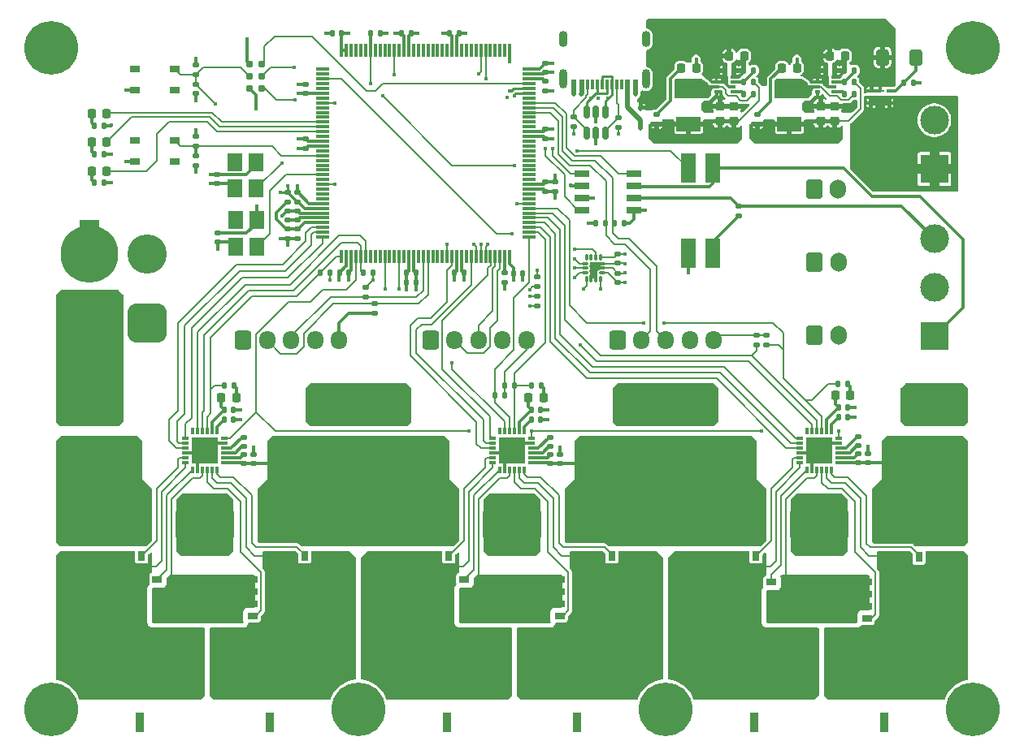
<source format=gbr>
%TF.GenerationSoftware,KiCad,Pcbnew,7.0.1*%
%TF.CreationDate,2023-07-17T00:52:35+01:00*%
%TF.ProjectId,Motor Driver Board,4d6f746f-7220-4447-9269-76657220426f,rev?*%
%TF.SameCoordinates,Original*%
%TF.FileFunction,Copper,L1,Top*%
%TF.FilePolarity,Positive*%
%FSLAX46Y46*%
G04 Gerber Fmt 4.6, Leading zero omitted, Abs format (unit mm)*
G04 Created by KiCad (PCBNEW 7.0.1) date 2023-07-17 00:52:35*
%MOMM*%
%LPD*%
G01*
G04 APERTURE LIST*
G04 Aperture macros list*
%AMRoundRect*
0 Rectangle with rounded corners*
0 $1 Rounding radius*
0 $2 $3 $4 $5 $6 $7 $8 $9 X,Y pos of 4 corners*
0 Add a 4 corners polygon primitive as box body*
4,1,4,$2,$3,$4,$5,$6,$7,$8,$9,$2,$3,0*
0 Add four circle primitives for the rounded corners*
1,1,$1+$1,$2,$3*
1,1,$1+$1,$4,$5*
1,1,$1+$1,$6,$7*
1,1,$1+$1,$8,$9*
0 Add four rect primitives between the rounded corners*
20,1,$1+$1,$2,$3,$4,$5,0*
20,1,$1+$1,$4,$5,$6,$7,0*
20,1,$1+$1,$6,$7,$8,$9,0*
20,1,$1+$1,$8,$9,$2,$3,0*%
%AMFreePoly0*
4,1,37,0.051036,2.778536,0.052500,2.775000,0.052500,2.285000,3.247500,2.285000,3.251036,2.283536,3.252500,2.280000,3.252500,1.530000,3.251036,1.526464,3.247500,1.525000,2.777500,1.525000,2.777500,-1.525000,3.247500,-1.525000,3.251036,-1.526464,3.252500,-1.530000,3.252500,-2.280000,3.251036,-2.283536,3.247500,-2.285000,0.052500,-2.285000,0.052500,-2.775000,0.051036,-2.778536,
0.047500,-2.780000,-0.857500,-2.780000,-0.861036,-2.778536,-0.862500,-2.775000,-0.862500,-2.285000,-1.282500,-2.285000,-1.286036,-2.283536,-1.287500,-2.280000,-1.287500,2.280000,-1.286036,2.283536,-1.282500,2.285000,-0.862500,2.285000,-0.862500,2.775000,-0.861036,2.778536,-0.857500,2.780000,0.047500,2.780000,0.051036,2.778536,0.051036,2.778536,$1*%
G04 Aperture macros list end*
%TA.AperFunction,SMDPad,CuDef*%
%ADD10RoundRect,0.140000X-0.170000X0.140000X-0.170000X-0.140000X0.170000X-0.140000X0.170000X0.140000X0*%
%TD*%
%TA.AperFunction,SMDPad,CuDef*%
%ADD11RoundRect,0.140000X0.170000X-0.140000X0.170000X0.140000X-0.170000X0.140000X-0.170000X-0.140000X0*%
%TD*%
%TA.AperFunction,SMDPad,CuDef*%
%ADD12RoundRect,0.135000X-0.185000X0.135000X-0.185000X-0.135000X0.185000X-0.135000X0.185000X0.135000X0*%
%TD*%
%TA.AperFunction,SMDPad,CuDef*%
%ADD13RoundRect,0.140000X0.140000X0.170000X-0.140000X0.170000X-0.140000X-0.170000X0.140000X-0.170000X0*%
%TD*%
%TA.AperFunction,SMDPad,CuDef*%
%ADD14R,6.200000X2.700000*%
%TD*%
%TA.AperFunction,SMDPad,CuDef*%
%ADD15RoundRect,0.250000X0.550000X-1.500000X0.550000X1.500000X-0.550000X1.500000X-0.550000X-1.500000X0*%
%TD*%
%TA.AperFunction,ComponentPad*%
%ADD16RoundRect,0.250000X-0.600000X-0.750000X0.600000X-0.750000X0.600000X0.750000X-0.600000X0.750000X0*%
%TD*%
%TA.AperFunction,ComponentPad*%
%ADD17O,1.700000X2.000000*%
%TD*%
%TA.AperFunction,ComponentPad*%
%ADD18RoundRect,0.250000X-0.600000X-0.725000X0.600000X-0.725000X0.600000X0.725000X-0.600000X0.725000X0*%
%TD*%
%TA.AperFunction,ComponentPad*%
%ADD19O,1.700000X1.950000*%
%TD*%
%TA.AperFunction,ComponentPad*%
%ADD20C,5.600000*%
%TD*%
%TA.AperFunction,SMDPad,CuDef*%
%ADD21RoundRect,0.135000X-0.135000X-0.185000X0.135000X-0.185000X0.135000X0.185000X-0.135000X0.185000X0*%
%TD*%
%TA.AperFunction,SMDPad,CuDef*%
%ADD22RoundRect,0.218750X0.218750X0.256250X-0.218750X0.256250X-0.218750X-0.256250X0.218750X-0.256250X0*%
%TD*%
%TA.AperFunction,SMDPad,CuDef*%
%ADD23RoundRect,0.135000X0.135000X0.185000X-0.135000X0.185000X-0.135000X-0.185000X0.135000X-0.185000X0*%
%TD*%
%TA.AperFunction,SMDPad,CuDef*%
%ADD24R,1.050000X0.650000*%
%TD*%
%TA.AperFunction,SMDPad,CuDef*%
%ADD25R,1.000000X0.750000*%
%TD*%
%TA.AperFunction,SMDPad,CuDef*%
%ADD26FreePoly0,0.000000*%
%TD*%
%TA.AperFunction,SMDPad,CuDef*%
%ADD27R,2.500000X1.500000*%
%TD*%
%TA.AperFunction,SMDPad,CuDef*%
%ADD28RoundRect,0.135000X0.185000X-0.135000X0.185000X0.135000X-0.185000X0.135000X-0.185000X-0.135000X0*%
%TD*%
%TA.AperFunction,ComponentPad*%
%ADD29R,3.000000X3.000000*%
%TD*%
%TA.AperFunction,ComponentPad*%
%ADD30C,3.000000*%
%TD*%
%TA.AperFunction,SMDPad,CuDef*%
%ADD31R,0.750000X1.000000*%
%TD*%
%TA.AperFunction,SMDPad,CuDef*%
%ADD32FreePoly0,90.000000*%
%TD*%
%TA.AperFunction,SMDPad,CuDef*%
%ADD33RoundRect,0.140000X-0.140000X-0.170000X0.140000X-0.170000X0.140000X0.170000X-0.140000X0.170000X0*%
%TD*%
%TA.AperFunction,ComponentPad*%
%ADD34RoundRect,1.025000X1.025000X1.025000X-1.025000X1.025000X-1.025000X-1.025000X1.025000X-1.025000X0*%
%TD*%
%TA.AperFunction,ComponentPad*%
%ADD35C,4.100000*%
%TD*%
%TA.AperFunction,ComponentPad*%
%ADD36R,0.900000X2.000000*%
%TD*%
%TA.AperFunction,SMDPad,CuDef*%
%ADD37R,0.600000X1.140000*%
%TD*%
%TA.AperFunction,SMDPad,CuDef*%
%ADD38R,0.300000X1.140000*%
%TD*%
%TA.AperFunction,ComponentPad*%
%ADD39O,0.900000X2.000000*%
%TD*%
%TA.AperFunction,ComponentPad*%
%ADD40O,0.900000X1.700000*%
%TD*%
%TA.AperFunction,SMDPad,CuDef*%
%ADD41R,0.800000X0.300000*%
%TD*%
%TA.AperFunction,SMDPad,CuDef*%
%ADD42R,0.300000X0.800000*%
%TD*%
%TA.AperFunction,SMDPad,CuDef*%
%ADD43R,2.800000X2.800000*%
%TD*%
%TA.AperFunction,SMDPad,CuDef*%
%ADD44RoundRect,0.112500X-0.112500X0.187500X-0.112500X-0.187500X0.112500X-0.187500X0.112500X0.187500X0*%
%TD*%
%TA.AperFunction,SMDPad,CuDef*%
%ADD45FreePoly0,180.000000*%
%TD*%
%TA.AperFunction,SMDPad,CuDef*%
%ADD46RoundRect,0.087500X0.087500X-0.225000X0.087500X0.225000X-0.087500X0.225000X-0.087500X-0.225000X0*%
%TD*%
%TA.AperFunction,SMDPad,CuDef*%
%ADD47RoundRect,0.087500X0.225000X-0.087500X0.225000X0.087500X-0.225000X0.087500X-0.225000X-0.087500X0*%
%TD*%
%TA.AperFunction,SMDPad,CuDef*%
%ADD48RoundRect,0.225000X0.250000X-0.225000X0.250000X0.225000X-0.250000X0.225000X-0.250000X-0.225000X0*%
%TD*%
%TA.AperFunction,SMDPad,CuDef*%
%ADD49RoundRect,0.218750X-0.218750X-0.256250X0.218750X-0.256250X0.218750X0.256250X-0.218750X0.256250X0*%
%TD*%
%TA.AperFunction,SMDPad,CuDef*%
%ADD50R,0.475000X0.300000*%
%TD*%
%TA.AperFunction,ComponentPad*%
%ADD51RoundRect,1.025000X1.025000X-1.025000X1.025000X1.025000X-1.025000X1.025000X-1.025000X-1.025000X0*%
%TD*%
%TA.AperFunction,ComponentPad*%
%ADD52R,2.000000X0.900000*%
%TD*%
%TA.AperFunction,SMDPad,CuDef*%
%ADD53RoundRect,0.225000X-0.225000X-0.250000X0.225000X-0.250000X0.225000X0.250000X-0.225000X0.250000X0*%
%TD*%
%TA.AperFunction,ComponentPad*%
%ADD54RoundRect,1.500000X1.500000X-1.500000X1.500000X1.500000X-1.500000X1.500000X-1.500000X-1.500000X0*%
%TD*%
%TA.AperFunction,ComponentPad*%
%ADD55C,6.000000*%
%TD*%
%TA.AperFunction,SMDPad,CuDef*%
%ADD56RoundRect,0.150000X0.150000X-0.512500X0.150000X0.512500X-0.150000X0.512500X-0.150000X-0.512500X0*%
%TD*%
%TA.AperFunction,SMDPad,CuDef*%
%ADD57R,1.650000X1.950000*%
%TD*%
%TA.AperFunction,SMDPad,CuDef*%
%ADD58R,0.350000X0.400000*%
%TD*%
%TA.AperFunction,SMDPad,CuDef*%
%ADD59R,0.500000X0.400000*%
%TD*%
%TA.AperFunction,SMDPad,CuDef*%
%ADD60R,0.920000X0.285000*%
%TD*%
%TA.AperFunction,SMDPad,CuDef*%
%ADD61R,1.600000X1.050000*%
%TD*%
%TA.AperFunction,SMDPad,CuDef*%
%ADD62R,1.600000X3.100000*%
%TD*%
%TA.AperFunction,ConnectorPad*%
%ADD63C,0.787400*%
%TD*%
%TA.AperFunction,SMDPad,CuDef*%
%ADD64RoundRect,0.250000X-0.400000X-0.600000X0.400000X-0.600000X0.400000X0.600000X-0.400000X0.600000X0*%
%TD*%
%TA.AperFunction,SMDPad,CuDef*%
%ADD65R,1.500000X0.650000*%
%TD*%
%TA.AperFunction,SMDPad,CuDef*%
%ADD66R,1.475000X0.300000*%
%TD*%
%TA.AperFunction,SMDPad,CuDef*%
%ADD67R,0.300000X1.475000*%
%TD*%
%TA.AperFunction,ViaPad*%
%ADD68C,0.450000*%
%TD*%
%TA.AperFunction,Conductor*%
%ADD69C,0.300000*%
%TD*%
%TA.AperFunction,Conductor*%
%ADD70C,0.250000*%
%TD*%
%TA.AperFunction,Conductor*%
%ADD71C,0.200000*%
%TD*%
%TA.AperFunction,Conductor*%
%ADD72C,0.500000*%
%TD*%
G04 APERTURE END LIST*
D10*
%TO.P,C315,1*%
%TO.N,+3.3V*%
X154500000Y-71520000D03*
%TO.P,C315,2*%
%TO.N,GND*%
X154500000Y-72480000D03*
%TD*%
D11*
%TO.P,C307,1*%
%TO.N,/Microcontroller/VREF+*%
X127659000Y-80990000D03*
%TO.P,C307,2*%
%TO.N,GND*%
X127659000Y-80030000D03*
%TD*%
D12*
%TO.P,R403,1*%
%TO.N,+3.3V*%
X177500000Y-92990000D03*
%TO.P,R403,2*%
%TO.N,M3_NFAULT*%
X177500000Y-94010000D03*
%TD*%
D13*
%TO.P,C313,1*%
%TO.N,+3.3V*%
X133980000Y-86500000D03*
%TO.P,C313,2*%
%TO.N,GND*%
X133020000Y-86500000D03*
%TD*%
D14*
%TO.P,R412,1,1*%
%TO.N,GND*%
X151000000Y-112750000D03*
%TO.P,R412,2,2*%
%TO.N,/Motor Drivers/M2_SP*%
X151000000Y-121050000D03*
%TD*%
D15*
%TO.P,C417,1*%
%TO.N,VMOT*%
X163000000Y-105700000D03*
%TO.P,C417,2*%
%TO.N,GND*%
X163000000Y-100300000D03*
%TD*%
D16*
%TO.P,J201,1,Pin_1*%
%TO.N,+5V*%
X182500000Y-92975000D03*
D17*
%TO.P,J201,2,Pin_2*%
%TO.N,GND*%
X185000000Y-92975000D03*
%TD*%
D18*
%TO.P,J406,1,Pin_1*%
%TO.N,unconnected-(J406-Pin_1-Pad1)*%
X142500000Y-93500000D03*
D19*
%TO.P,J406,2,Pin_2*%
%TO.N,SDA2*%
X145000000Y-93500000D03*
%TO.P,J406,3,Pin_3*%
%TO.N,SCL2*%
X147500000Y-93500000D03*
%TO.P,J406,4,Pin_4*%
%TO.N,GND*%
X150000000Y-93500000D03*
%TO.P,J406,5,Pin_5*%
%TO.N,+3.3V*%
X152500000Y-93500000D03*
%TD*%
D10*
%TO.P,C415,1*%
%TO.N,/Motor Drivers/M2_CPL*%
X155000000Y-103640000D03*
%TO.P,C415,2*%
%TO.N,/Motor Drivers/M2_CPH*%
X155000000Y-104600000D03*
%TD*%
%TO.P,C310,1*%
%TO.N,+3.3V*%
X154500000Y-64620000D03*
%TO.P,C310,2*%
%TO.N,GND*%
X154500000Y-65580000D03*
%TD*%
D11*
%TO.P,C412,1*%
%TO.N,VMOT*%
X188100000Y-106300000D03*
%TO.P,C412,2*%
%TO.N,GND*%
X188100000Y-105340000D03*
%TD*%
%TO.P,C317,1*%
%TO.N,+3.3V*%
X129500000Y-67750000D03*
%TO.P,C317,2*%
%TO.N,GND*%
X129500000Y-66790000D03*
%TD*%
D20*
%TO.P,H106,1,1*%
%TO.N,unconnected-(H106-Pad1)*%
X167000000Y-132000000D03*
%TD*%
D13*
%TO.P,C323,1*%
%TO.N,+3.3V*%
X145980000Y-86500000D03*
%TO.P,C323,2*%
%TO.N,GND*%
X145020000Y-86500000D03*
%TD*%
D21*
%TO.P,R308,1*%
%TO.N,BOOT0*%
X136250000Y-61500000D03*
%TO.P,R308,2*%
%TO.N,GND*%
X137270000Y-61500000D03*
%TD*%
D22*
%TO.P,D401,1,K*%
%TO.N,/Motor Drivers/M3_NFAULT_K*%
X186250000Y-99250000D03*
%TO.P,D401,2,A*%
%TO.N,/Motor Drivers/M3_DVDD*%
X184675000Y-99250000D03*
%TD*%
D12*
%TO.P,R309,1*%
%TO.N,/Microcontroller/CC1*%
X162100000Y-70290000D03*
%TO.P,R309,2*%
%TO.N,GND*%
X162100000Y-71310000D03*
%TD*%
D23*
%TO.P,R205,1*%
%TO.N,/Power/3V3_FB*%
X176180000Y-65350000D03*
%TO.P,R205,2*%
%TO.N,GND*%
X175160000Y-65350000D03*
%TD*%
D24*
%TO.P,S304,1,NO_1*%
%TO.N,unconnected-(S304-NO_1-Pad1)*%
X111725000Y-65225000D03*
%TO.P,S304,2,NO_2*%
%TO.N,NRST*%
X115875000Y-65225000D03*
%TO.P,S304,3,COM_1*%
%TO.N,GND*%
X111725000Y-67375000D03*
%TO.P,S304,4,COM_2*%
%TO.N,unconnected-(S304-COM_2-Pad4)*%
X115875000Y-67375000D03*
%TD*%
D12*
%TO.P,R316,1*%
%TO.N,+3.3V*%
X153600000Y-86890000D03*
%TO.P,R316,2*%
%TO.N,SDA2*%
X153600000Y-87910000D03*
%TD*%
D23*
%TO.P,R406,1*%
%TO.N,+3.3V*%
X136510000Y-86500000D03*
%TO.P,R406,2*%
%TO.N,M1_SNSOUT*%
X135490000Y-86500000D03*
%TD*%
D15*
%TO.P,C421,1*%
%TO.N,VMOT*%
X139000000Y-105700000D03*
%TO.P,C421,2*%
%TO.N,GND*%
X139000000Y-100300000D03*
%TD*%
D23*
%TO.P,R411,1*%
%TO.N,+3.3V*%
X150258722Y-99257504D03*
%TO.P,R411,2*%
%TO.N,M2_SNSOUT*%
X149238722Y-99257504D03*
%TD*%
D25*
%TO.P,T402,1,S*%
%TO.N,/Motor Drivers/M3_SP*%
X188000000Y-118730000D03*
%TO.P,T402,2,S*%
X188000000Y-120000000D03*
%TO.P,T402,3,S*%
X188000000Y-121270000D03*
%TO.P,T402,4,G*%
%TO.N,/Motor Drivers/M3_GL2*%
X188000000Y-122540000D03*
D26*
%TO.P,T402,5_6,D*%
%TO.N,/Motor Drivers/M3_OUT_A*%
X190747500Y-120635000D03*
%TD*%
D27*
%TO.P,L201,1*%
%TO.N,/Power/5V_SW*%
X179900000Y-67250000D03*
%TO.P,L201,2*%
%TO.N,+5V*%
X179900000Y-70950000D03*
%TD*%
D28*
%TO.P,R207,1*%
%TO.N,+3.3V*%
X166100000Y-70960000D03*
%TO.P,R207,2*%
%TO.N,/Power/3V3_LED_A*%
X166100000Y-69940000D03*
%TD*%
D10*
%TO.P,C316,1*%
%TO.N,+3.3V*%
X155500000Y-77020000D03*
%TO.P,C316,2*%
%TO.N,GND*%
X155500000Y-77980000D03*
%TD*%
D13*
%TO.P,C318,1*%
%TO.N,+3.3V*%
X140980000Y-86500000D03*
%TO.P,C318,2*%
%TO.N,GND*%
X140020000Y-86500000D03*
%TD*%
D29*
%TO.P,J302,1,Pin_1*%
%TO.N,/Microcontroller/CANH*%
X195000000Y-93080000D03*
D30*
%TO.P,J302,2,Pin_2*%
%TO.N,GND*%
X195000000Y-88000000D03*
%TO.P,J302,3,Pin_3*%
%TO.N,/Microcontroller/CANL*%
X195000000Y-82920000D03*
%TD*%
D31*
%TO.P,T401,1,S*%
%TO.N,/Motor Drivers/M3_OUT_A*%
X189580000Y-116112500D03*
%TO.P,T401,2,S*%
X190850000Y-116112500D03*
%TO.P,T401,3,S*%
X192120000Y-116112500D03*
%TO.P,T401,4,G*%
%TO.N,/Motor Drivers/M3_GH2*%
X193390000Y-116112500D03*
D32*
%TO.P,T401,5_6,D*%
%TO.N,VMOT*%
X191485000Y-113365000D03*
%TD*%
D23*
%TO.P,R303,1*%
%TO.N,GND*%
X108510000Y-77100000D03*
%TO.P,R303,2*%
%TO.N,/Microcontroller/LEDB_K*%
X107490000Y-77100000D03*
%TD*%
D10*
%TO.P,C328,1*%
%TO.N,NRST*%
X118050000Y-66820000D03*
%TO.P,C328,2*%
%TO.N,GND*%
X118050000Y-67780000D03*
%TD*%
D31*
%TO.P,T404,1,S*%
%TO.N,/Motor Drivers/M3_OUT_B*%
X172610000Y-116000000D03*
%TO.P,T404,2,S*%
X173880000Y-116000000D03*
%TO.P,T404,3,S*%
X175150000Y-116000000D03*
%TO.P,T404,4,G*%
%TO.N,/Motor Drivers/M3_GH1*%
X176420000Y-116000000D03*
D32*
%TO.P,T404,5_6,D*%
%TO.N,VMOT*%
X174515000Y-113252500D03*
%TD*%
D28*
%TO.P,FB301,1*%
%TO.N,/Microcontroller/VDDA*%
X127659000Y-79100000D03*
%TO.P,FB301,2*%
%TO.N,+3.3V*%
X127659000Y-78080000D03*
%TD*%
D12*
%TO.P,R307,1*%
%TO.N,/Microcontroller/CANL*%
X174600000Y-79490000D03*
%TO.P,R307,2*%
%TO.N,/Microcontroller/CAN_SW*%
X174600000Y-80510000D03*
%TD*%
D22*
%TO.P,D402,1,K*%
%TO.N,/Motor Drivers/M1_NFAULT_K*%
X122287500Y-99500000D03*
%TO.P,D402,2,A*%
%TO.N,/Motor Drivers/M1_DVDD*%
X120712500Y-99500000D03*
%TD*%
D11*
%TO.P,C416,1*%
%TO.N,VMOT*%
X155000000Y-106400000D03*
%TO.P,C416,2*%
%TO.N,/Motor Drivers/M2_VCP*%
X155000000Y-105440000D03*
%TD*%
%TO.P,C411,1*%
%TO.N,VMOT*%
X124100000Y-106400000D03*
%TO.P,C411,2*%
%TO.N,GND*%
X124100000Y-105440000D03*
%TD*%
D25*
%TO.P,T406,1,S*%
%TO.N,/Motor Drivers/M1_SP*%
X124000000Y-118460000D03*
%TO.P,T406,2,S*%
X124000000Y-119730000D03*
%TO.P,T406,3,S*%
X124000000Y-121000000D03*
%TO.P,T406,4,G*%
%TO.N,/Motor Drivers/M1_GL2*%
X124000000Y-122270000D03*
D26*
%TO.P,T406,5_6,D*%
%TO.N,/Motor Drivers/M1_OUT_A*%
X126747500Y-120365000D03*
%TD*%
D13*
%TO.P,C314,1*%
%TO.N,+3.3V*%
X133260000Y-61500000D03*
%TO.P,C314,2*%
%TO.N,GND*%
X132300000Y-61500000D03*
%TD*%
D33*
%TO.P,C204,1*%
%TO.N,VIN*%
X183670000Y-65350000D03*
%TO.P,C204,2*%
%TO.N,GND*%
X184630000Y-65350000D03*
%TD*%
D34*
%TO.P,J404,1,-*%
%TO.N,/Motor Drivers/M2_OUT_B*%
X147400000Y-127350000D03*
D35*
%TO.P,J404,2,+*%
%TO.N,/Motor Drivers/M2_OUT_A*%
X154600000Y-127350000D03*
D36*
%TO.P,J404,SH1,SH1*%
%TO.N,unconnected-(J404-PadSH1)*%
X144250000Y-133350000D03*
%TO.P,J404,SH2,SH2*%
%TO.N,unconnected-(J404-PadSH2)*%
X157750000Y-133350000D03*
%TD*%
D37*
%TO.P,J303,A1_B12,GND*%
%TO.N,GND*%
X163850000Y-66850000D03*
%TO.P,J303,A4_B9,VBUS*%
%TO.N,VBUS*%
X163050000Y-66850000D03*
D38*
%TO.P,J303,A5,CC1*%
%TO.N,/Microcontroller/CC1*%
X161900000Y-66850000D03*
%TO.P,J303,A6,DP1*%
%TO.N,USB_DP*%
X160900000Y-66850000D03*
%TO.P,J303,A7,DN1*%
%TO.N,USB_DN*%
X160400000Y-66850000D03*
%TO.P,J303,A8,SBU1*%
%TO.N,unconnected-(J303-SBU1-PadA8)*%
X159400000Y-66850000D03*
D37*
%TO.P,J303,B1_A12,GND*%
%TO.N,GND*%
X157450000Y-66850000D03*
%TO.P,J303,B4_A9,VBUS*%
%TO.N,VBUS*%
X158250000Y-66850000D03*
D38*
%TO.P,J303,B5,CC2*%
%TO.N,/Microcontroller/CC2*%
X158900000Y-66850000D03*
%TO.P,J303,B6,DP2*%
%TO.N,USB_DP*%
X159900000Y-66850000D03*
%TO.P,J303,B7,DN2*%
%TO.N,USB_DN*%
X161400000Y-66850000D03*
%TO.P,J303,B8,SBU2*%
%TO.N,unconnected-(J303-SBU2-PadB8)*%
X162400000Y-66850000D03*
D39*
%TO.P,J303,S1,SHIELD*%
%TO.N,unconnected-(J303-SHIELD-PadS1)*%
X164975000Y-66270000D03*
%TO.P,J303,S2,SHIELD*%
%TO.N,unconnected-(J303-SHIELD-PadS2)*%
X156325000Y-66270000D03*
D40*
%TO.P,J303,S3,SHIELD*%
%TO.N,unconnected-(J303-SHIELD-PadS3)*%
X164975000Y-62100000D03*
%TO.P,J303,S4,SHIELD*%
%TO.N,unconnected-(J303-SHIELD-PadS4)*%
X156325000Y-62100000D03*
%TD*%
D21*
%TO.P,R409,1*%
%TO.N,M2_NFAULT*%
X153010000Y-98250000D03*
%TO.P,R409,2*%
%TO.N,/Motor Drivers/M2_NFAULT_K*%
X154030000Y-98250000D03*
%TD*%
D33*
%TO.P,C205,1*%
%TO.N,/Power/5V_BST*%
X185670000Y-67850000D03*
%TO.P,C205,2*%
%TO.N,/Power/5V_SW*%
X186630000Y-67850000D03*
%TD*%
D41*
%TO.P,U402,1,VM*%
%TO.N,VMOT*%
X121000000Y-106250000D03*
%TO.P,U402,2,VCP*%
%TO.N,/Motor Drivers/M1_VCP*%
X121000000Y-105750000D03*
%TO.P,U402,3,CPH*%
%TO.N,/Motor Drivers/M1_CPH*%
X121000000Y-105250000D03*
%TO.P,U402,4,CPL*%
%TO.N,/Motor Drivers/M1_CPL*%
X121000000Y-104750000D03*
%TO.P,U402,5,GND_1*%
%TO.N,GND*%
X121000000Y-104250000D03*
%TO.P,U402,6,VREF*%
%TO.N,VREF*%
X121000000Y-103750000D03*
D42*
%TO.P,U402,7,AVDD*%
%TO.N,/Motor Drivers/M1_AVDD*%
X120250000Y-103000000D03*
%TO.P,U402,8,DVDD*%
%TO.N,/Motor Drivers/M1_DVDD*%
X119750000Y-103000000D03*
%TO.P,U402,9,NFAULT*%
%TO.N,M1_NFAULT*%
X119250000Y-103000000D03*
%TO.P,U402,10,SNSOUT*%
%TO.N,M1_SNSOUT*%
X118750000Y-103000000D03*
%TO.P,U402,11,SO*%
%TO.N,M1_SO*%
X118250000Y-103000000D03*
%TO.P,U402,12,IDRIVE*%
%TO.N,unconnected-(U402-IDRIVE-Pad12)*%
X117750000Y-103000000D03*
D41*
%TO.P,U402,13,NSLEEP*%
%TO.N,M1_NSLEEP*%
X117000000Y-103750000D03*
%TO.P,U402,14,EN*%
%TO.N,M1_EN*%
X117000000Y-104250000D03*
%TO.P,U402,15,PH*%
%TO.N,M1_PH*%
X117000000Y-104750000D03*
%TO.P,U402,16,GND_2*%
%TO.N,GND*%
X117000000Y-105250000D03*
%TO.P,U402,17,GH1*%
%TO.N,/Motor Drivers/M1_GH1*%
X117000000Y-105750000D03*
%TO.P,U402,18,SH1*%
%TO.N,/Motor Drivers/M1_OUT_B*%
X117000000Y-106250000D03*
D42*
%TO.P,U402,19,GL1*%
%TO.N,/Motor Drivers/M1_GL1*%
X117750000Y-107000000D03*
%TO.P,U402,20,SN*%
%TO.N,GND*%
X118250000Y-107000000D03*
%TO.P,U402,21,SP*%
%TO.N,/Motor Drivers/M1_SP*%
X118750000Y-107000000D03*
%TO.P,U402,22,GL2*%
%TO.N,/Motor Drivers/M1_GL2*%
X119250000Y-107000000D03*
%TO.P,U402,23,SH2*%
%TO.N,/Motor Drivers/M1_OUT_A*%
X119750000Y-107000000D03*
%TO.P,U402,24,GH2*%
%TO.N,/Motor Drivers/M1_GH2*%
X120250000Y-107000000D03*
D43*
%TO.P,U402,25,GND_3*%
%TO.N,GND*%
X119000000Y-105000000D03*
%TD*%
D21*
%TO.P,R401,1*%
%TO.N,M3_NFAULT*%
X184952500Y-98060000D03*
%TO.P,R401,2*%
%TO.N,/Motor Drivers/M3_NFAULT_K*%
X185972500Y-98060000D03*
%TD*%
D44*
%TO.P,D304,1,K*%
%TO.N,VIN*%
X164400000Y-69250000D03*
%TO.P,D304,2,A*%
%TO.N,VBUS*%
X164400000Y-71350000D03*
%TD*%
D25*
%TO.P,T403,1,S*%
%TO.N,/Motor Drivers/M3_SP*%
X178000000Y-122540000D03*
%TO.P,T403,2,S*%
X178000000Y-121270000D03*
%TO.P,T403,3,S*%
X178000000Y-120000000D03*
%TO.P,T403,4,G*%
%TO.N,/Motor Drivers/M3_GL1*%
X178000000Y-118730000D03*
D45*
%TO.P,T403,5_6,D*%
%TO.N,/Motor Drivers/M3_OUT_B*%
X175252500Y-120635000D03*
%TD*%
D25*
%TO.P,T411,1,S*%
%TO.N,/Motor Drivers/M2_SP*%
X146000000Y-122270000D03*
%TO.P,T411,2,S*%
X146000000Y-121000000D03*
%TO.P,T411,3,S*%
X146000000Y-119730000D03*
%TO.P,T411,4,G*%
%TO.N,/Motor Drivers/M2_GL1*%
X146000000Y-118460000D03*
D45*
%TO.P,T411,5_6,D*%
%TO.N,/Motor Drivers/M2_OUT_B*%
X143252500Y-120365000D03*
%TD*%
D15*
%TO.P,C410,1*%
%TO.N,VMOT*%
X195000000Y-105700000D03*
%TO.P,C410,2*%
%TO.N,GND*%
X195000000Y-100300000D03*
%TD*%
D10*
%TO.P,C405,1*%
%TO.N,/Motor Drivers/M3_CPL*%
X187100000Y-103540000D03*
%TO.P,C405,2*%
%TO.N,/Motor Drivers/M3_CPH*%
X187100000Y-104500000D03*
%TD*%
D46*
%TO.P,U302,1,SDO/SA0*%
%TO.N,MISO*%
X158750000Y-87162500D03*
%TO.P,U302,2,SDX*%
%TO.N,GND*%
X159250000Y-87162500D03*
%TO.P,U302,3,SCX*%
X159750000Y-87162500D03*
%TO.P,U302,4,INT1*%
%TO.N,IMU_INT1*%
X160250000Y-87162500D03*
D47*
%TO.P,U302,5,VDDIO*%
%TO.N,+3.3V*%
X160412500Y-86500000D03*
%TO.P,U302,6,GND*%
%TO.N,GND*%
X160412500Y-86000000D03*
%TO.P,U302,7,GND*%
X160412500Y-85500000D03*
D46*
%TO.P,U302,8,VDD*%
%TO.N,+3.3V*%
X160250000Y-84837500D03*
%TO.P,U302,9,INT2*%
%TO.N,IMU_INT2*%
X159750000Y-84837500D03*
%TO.P,U302,10,NC*%
%TO.N,unconnected-(U302-NC-Pad10)*%
X159250000Y-84837500D03*
%TO.P,U302,11,NC*%
%TO.N,unconnected-(U302-NC-Pad11)*%
X158750000Y-84837500D03*
D47*
%TO.P,U302,12,CS*%
%TO.N,CS*%
X158587500Y-85500000D03*
%TO.P,U302,13,SCL*%
%TO.N,SCK*%
X158587500Y-86000000D03*
%TO.P,U302,14,SDA*%
%TO.N,MOSI*%
X158587500Y-86500000D03*
%TD*%
D11*
%TO.P,C302,1*%
%TO.N,GND*%
X120325000Y-83280000D03*
%TO.P,C302,2*%
%TO.N,+3.3V*%
X120325000Y-82320000D03*
%TD*%
D23*
%TO.P,R203,1*%
%TO.N,/Power/5V_FB*%
X186680000Y-65350000D03*
%TO.P,R203,2*%
%TO.N,GND*%
X185660000Y-65350000D03*
%TD*%
D10*
%TO.P,C303,1*%
%TO.N,BTN*%
X118050000Y-74300000D03*
%TO.P,C303,2*%
%TO.N,GND*%
X118050000Y-75260000D03*
%TD*%
D21*
%TO.P,R402,1*%
%TO.N,M1_NFAULT*%
X120990000Y-98250000D03*
%TO.P,R402,2*%
%TO.N,/Motor Drivers/M1_NFAULT_K*%
X122010000Y-98250000D03*
%TD*%
D16*
%TO.P,J204,1,Pin_1*%
%TO.N,+5V*%
X182475000Y-77775000D03*
D17*
%TO.P,J204,2,Pin_2*%
%TO.N,GND*%
X184975000Y-77775000D03*
%TD*%
D33*
%TO.P,C319,1*%
%TO.N,+3.3V*%
X144520000Y-61500000D03*
%TO.P,C319,2*%
%TO.N,GND*%
X145480000Y-61500000D03*
%TD*%
%TO.P,C308,1*%
%TO.N,+3.3V*%
X139520000Y-61500000D03*
%TO.P,C308,2*%
%TO.N,GND*%
X140480000Y-61500000D03*
%TD*%
D10*
%TO.P,C327,1*%
%TO.N,+3.3V*%
X162000000Y-84520000D03*
%TO.P,C327,2*%
%TO.N,GND*%
X162000000Y-85480000D03*
%TD*%
D48*
%TO.P,C208,1*%
%TO.N,+3.3V*%
X174150000Y-70625000D03*
%TO.P,C208,2*%
%TO.N,GND*%
X174150000Y-69075000D03*
%TD*%
D11*
%TO.P,C407,1*%
%TO.N,VMOT*%
X187100000Y-106300000D03*
%TO.P,C407,2*%
%TO.N,/Motor Drivers/M3_VCP*%
X187100000Y-105340000D03*
%TD*%
D49*
%TO.P,D303,1,K*%
%TO.N,/Microcontroller/LEDB_K*%
X107212500Y-75850000D03*
%TO.P,D303,2,A*%
%TO.N,LEDB*%
X108787500Y-75850000D03*
%TD*%
D11*
%TO.P,C312,1*%
%TO.N,+3.3V*%
X129500000Y-73480000D03*
%TO.P,C312,2*%
%TO.N,GND*%
X129500000Y-72520000D03*
%TD*%
D33*
%TO.P,C203,1*%
%TO.N,VIN*%
X173170000Y-65350000D03*
%TO.P,C203,2*%
%TO.N,GND*%
X174130000Y-65350000D03*
%TD*%
D18*
%TO.P,J409,1,Pin_1*%
%TO.N,unconnected-(J409-Pin_1-Pad1)*%
X123000000Y-93500000D03*
D19*
%TO.P,J409,2,Pin_2*%
%TO.N,SDA4*%
X125500000Y-93500000D03*
%TO.P,J409,3,Pin_3*%
%TO.N,SCL4*%
X128000000Y-93500000D03*
%TO.P,J409,4,Pin_4*%
%TO.N,GND*%
X130500000Y-93500000D03*
%TO.P,J409,5,Pin_5*%
%TO.N,+3.3V*%
X133000000Y-93500000D03*
%TD*%
D16*
%TO.P,J203,1,Pin_1*%
%TO.N,+5V*%
X182500000Y-85400000D03*
D17*
%TO.P,J203,2,Pin_2*%
%TO.N,GND*%
X185000000Y-85400000D03*
%TD*%
D28*
%TO.P,R304,1*%
%TO.N,BTN*%
X118050000Y-73280000D03*
%TO.P,R304,2*%
%TO.N,+3.3V*%
X118050000Y-72260000D03*
%TD*%
D23*
%TO.P,R404,1*%
%TO.N,+3.3V*%
X132010000Y-86500000D03*
%TO.P,R404,2*%
%TO.N,M1_NFAULT*%
X130990000Y-86500000D03*
%TD*%
D33*
%TO.P,C413,1*%
%TO.N,/Motor Drivers/M2_AVDD*%
X153040000Y-101750000D03*
%TO.P,C413,2*%
%TO.N,GND*%
X154000000Y-101750000D03*
%TD*%
D49*
%TO.P,D301,1,K*%
%TO.N,/Microcontroller/LEDR_K*%
X107212500Y-72850000D03*
%TO.P,D301,2,A*%
%TO.N,LEDR*%
X108787500Y-72850000D03*
%TD*%
D33*
%TO.P,C404,1*%
%TO.N,/Motor Drivers/M1_DVDD*%
X121020000Y-100750000D03*
%TO.P,C404,2*%
%TO.N,GND*%
X121980000Y-100750000D03*
%TD*%
D49*
%TO.P,D302,1,K*%
%TO.N,/Microcontroller/LEDG_K*%
X107212500Y-69850000D03*
%TO.P,D302,2,A*%
%TO.N,LEDG*%
X108787500Y-69850000D03*
%TD*%
D33*
%TO.P,C206,1*%
%TO.N,/Power/3V3_BST*%
X175170000Y-67850000D03*
%TO.P,C206,2*%
%TO.N,/Power/3V3_SW*%
X176130000Y-67850000D03*
%TD*%
D18*
%TO.P,J407,1,Pin_1*%
%TO.N,unconnected-(J407-Pin_1-Pad1)*%
X162000000Y-93500000D03*
D19*
%TO.P,J407,2,Pin_2*%
%TO.N,SDA3*%
X164500000Y-93500000D03*
%TO.P,J407,3,Pin_3*%
%TO.N,SCL3*%
X167000000Y-93500000D03*
%TO.P,J407,4,Pin_4*%
%TO.N,GND*%
X169500000Y-93500000D03*
%TO.P,J407,5,Pin_5*%
%TO.N,+3.3V*%
X172000000Y-93500000D03*
%TD*%
D48*
%TO.P,C210,1*%
%TO.N,+3.3V*%
X172650000Y-70625000D03*
%TO.P,C210,2*%
%TO.N,GND*%
X172650000Y-69075000D03*
%TD*%
D31*
%TO.P,T408,1,S*%
%TO.N,/Motor Drivers/M1_OUT_B*%
X108610000Y-116000000D03*
%TO.P,T408,2,S*%
X109880000Y-116000000D03*
%TO.P,T408,3,S*%
X111150000Y-116000000D03*
%TO.P,T408,4,G*%
%TO.N,/Motor Drivers/M1_GH1*%
X112420000Y-116000000D03*
D32*
%TO.P,T408,5_6,D*%
%TO.N,VMOT*%
X110515000Y-113252500D03*
%TD*%
D10*
%TO.P,C320,1*%
%TO.N,+3.3V*%
X154500000Y-77020000D03*
%TO.P,C320,2*%
%TO.N,GND*%
X154500000Y-77980000D03*
%TD*%
D33*
%TO.P,C402,1*%
%TO.N,/Motor Drivers/M1_AVDD*%
X121020000Y-101750000D03*
%TO.P,C402,2*%
%TO.N,GND*%
X121980000Y-101750000D03*
%TD*%
D14*
%TO.P,R408,1,1*%
%TO.N,GND*%
X119000000Y-112750000D03*
%TO.P,R408,2,2*%
%TO.N,/Motor Drivers/M1_SP*%
X119000000Y-121050000D03*
%TD*%
D10*
%TO.P,C406,1*%
%TO.N,/Motor Drivers/M1_CPL*%
X123100000Y-103640000D03*
%TO.P,C406,2*%
%TO.N,/Motor Drivers/M1_CPH*%
X123100000Y-104600000D03*
%TD*%
D23*
%TO.P,R301,1*%
%TO.N,GND*%
X108510000Y-74100000D03*
%TO.P,R301,2*%
%TO.N,/Microcontroller/LEDR_K*%
X107490000Y-74100000D03*
%TD*%
D50*
%TO.P,IC201,1,VIN*%
%TO.N,VIN*%
X182812000Y-66600000D03*
%TO.P,IC201,2,SW*%
%TO.N,/Power/5V_SW*%
X182812000Y-67100000D03*
%TO.P,IC201,3,GND*%
%TO.N,GND*%
X182812000Y-67600000D03*
%TO.P,IC201,4,BST*%
%TO.N,/Power/5V_BST*%
X184488000Y-67600000D03*
%TO.P,IC201,5,EN*%
%TO.N,VIN*%
X184488000Y-67100000D03*
%TO.P,IC201,6,FB*%
%TO.N,/Power/5V_FB*%
X184488000Y-66600000D03*
%TD*%
D31*
%TO.P,T412,1,S*%
%TO.N,/Motor Drivers/M2_OUT_B*%
X140620000Y-116000000D03*
%TO.P,T412,2,S*%
X141890000Y-116000000D03*
%TO.P,T412,3,S*%
X143160000Y-116000000D03*
%TO.P,T412,4,G*%
%TO.N,/Motor Drivers/M2_GH1*%
X144430000Y-116000000D03*
D32*
%TO.P,T412,5_6,D*%
%TO.N,VMOT*%
X142525000Y-113252500D03*
%TD*%
D28*
%TO.P,R315,1*%
%TO.N,+3.3V*%
X153600000Y-89910000D03*
%TO.P,R315,2*%
%TO.N,SCL2*%
X153600000Y-88890000D03*
%TD*%
D51*
%TO.P,J403,1,-*%
%TO.N,GND*%
X113000000Y-91700000D03*
D35*
%TO.P,J403,2,+*%
%TO.N,VMOT*%
X113000000Y-84500000D03*
D52*
%TO.P,J403,SH1,SH1*%
%TO.N,GND*%
X107000000Y-94850000D03*
%TO.P,J403,SH2,SH2*%
%TO.N,VMOT*%
X107000000Y-81350000D03*
%TD*%
D25*
%TO.P,T407,1,S*%
%TO.N,/Motor Drivers/M1_SP*%
X114000000Y-122270000D03*
%TO.P,T407,2,S*%
X114000000Y-121000000D03*
%TO.P,T407,3,S*%
X114000000Y-119730000D03*
%TO.P,T407,4,G*%
%TO.N,/Motor Drivers/M1_GL1*%
X114000000Y-118460000D03*
D45*
%TO.P,T407,5_6,D*%
%TO.N,/Motor Drivers/M1_OUT_B*%
X111252500Y-120365000D03*
%TD*%
D53*
%TO.P,C201,1*%
%TO.N,VIN*%
X173625000Y-63850000D03*
%TO.P,C201,2*%
%TO.N,GND*%
X175175000Y-63850000D03*
%TD*%
D12*
%TO.P,R310,1*%
%TO.N,/Microcontroller/CC2*%
X157400000Y-70190000D03*
%TO.P,R310,2*%
%TO.N,GND*%
X157400000Y-71210000D03*
%TD*%
D15*
%TO.P,C420,1*%
%TO.N,VMOT*%
X107000000Y-105700000D03*
%TO.P,C420,2*%
%TO.N,GND*%
X107000000Y-100300000D03*
%TD*%
D11*
%TO.P,C306,1*%
%TO.N,/Microcontroller/VREF+*%
X128659000Y-80990000D03*
%TO.P,C306,2*%
%TO.N,GND*%
X128659000Y-80030000D03*
%TD*%
D25*
%TO.P,T410,1,S*%
%TO.N,/Motor Drivers/M2_SP*%
X156000000Y-118460000D03*
%TO.P,T410,2,S*%
X156000000Y-119730000D03*
%TO.P,T410,3,S*%
X156000000Y-121000000D03*
%TO.P,T410,4,G*%
%TO.N,/Motor Drivers/M2_GL2*%
X156000000Y-122270000D03*
D26*
%TO.P,T410,5_6,D*%
%TO.N,/Motor Drivers/M2_OUT_A*%
X158747500Y-120365000D03*
%TD*%
D41*
%TO.P,U401,1,VM*%
%TO.N,VMOT*%
X185000000Y-106250000D03*
%TO.P,U401,2,VCP*%
%TO.N,/Motor Drivers/M3_VCP*%
X185000000Y-105750000D03*
%TO.P,U401,3,CPH*%
%TO.N,/Motor Drivers/M3_CPH*%
X185000000Y-105250000D03*
%TO.P,U401,4,CPL*%
%TO.N,/Motor Drivers/M3_CPL*%
X185000000Y-104750000D03*
%TO.P,U401,5,GND_1*%
%TO.N,GND*%
X185000000Y-104250000D03*
%TO.P,U401,6,VREF*%
%TO.N,VREF*%
X185000000Y-103750000D03*
D42*
%TO.P,U401,7,AVDD*%
%TO.N,/Motor Drivers/M3_AVDD*%
X184250000Y-103000000D03*
%TO.P,U401,8,DVDD*%
%TO.N,/Motor Drivers/M3_DVDD*%
X183750000Y-103000000D03*
%TO.P,U401,9,NFAULT*%
%TO.N,M3_NFAULT*%
X183250000Y-103000000D03*
%TO.P,U401,10,SNSOUT*%
%TO.N,M3_SNSOUT*%
X182750000Y-103000000D03*
%TO.P,U401,11,SO*%
%TO.N,M3_SO*%
X182250000Y-103000000D03*
%TO.P,U401,12,IDRIVE*%
%TO.N,unconnected-(U401-IDRIVE-Pad12)*%
X181750000Y-103000000D03*
D41*
%TO.P,U401,13,NSLEEP*%
%TO.N,M3_NSLEEP*%
X181000000Y-103750000D03*
%TO.P,U401,14,EN*%
%TO.N,M3_EN*%
X181000000Y-104250000D03*
%TO.P,U401,15,PH*%
%TO.N,M3_PH*%
X181000000Y-104750000D03*
%TO.P,U401,16,GND_2*%
%TO.N,GND*%
X181000000Y-105250000D03*
%TO.P,U401,17,GH1*%
%TO.N,/Motor Drivers/M3_GH1*%
X181000000Y-105750000D03*
%TO.P,U401,18,SH1*%
%TO.N,/Motor Drivers/M3_OUT_B*%
X181000000Y-106250000D03*
D42*
%TO.P,U401,19,GL1*%
%TO.N,/Motor Drivers/M3_GL1*%
X181750000Y-107000000D03*
%TO.P,U401,20,SN*%
%TO.N,GND*%
X182250000Y-107000000D03*
%TO.P,U401,21,SP*%
%TO.N,/Motor Drivers/M3_SP*%
X182750000Y-107000000D03*
%TO.P,U401,22,GL2*%
%TO.N,/Motor Drivers/M3_GL2*%
X183250000Y-107000000D03*
%TO.P,U401,23,SH2*%
%TO.N,/Motor Drivers/M3_OUT_A*%
X183750000Y-107000000D03*
%TO.P,U401,24,GH2*%
%TO.N,/Motor Drivers/M3_GH2*%
X184250000Y-107000000D03*
D43*
%TO.P,U401,25,GND_3*%
%TO.N,GND*%
X183000000Y-105000000D03*
%TD*%
D54*
%TO.P,J405,1,-*%
%TO.N,GND*%
X107000000Y-91700000D03*
D55*
%TO.P,J405,2,+*%
%TO.N,VMOT*%
X107000000Y-84500000D03*
%TD*%
D31*
%TO.P,T409,1,S*%
%TO.N,/Motor Drivers/M2_OUT_A*%
X157580000Y-116000000D03*
%TO.P,T409,2,S*%
X158850000Y-116000000D03*
%TO.P,T409,3,S*%
X160120000Y-116000000D03*
%TO.P,T409,4,G*%
%TO.N,/Motor Drivers/M2_GH2*%
X161390000Y-116000000D03*
D32*
%TO.P,T409,5_6,D*%
%TO.N,VMOT*%
X159485000Y-113252500D03*
%TD*%
D34*
%TO.P,J402,1,-*%
%TO.N,/Motor Drivers/M1_OUT_B*%
X115400000Y-127350000D03*
D35*
%TO.P,J402,2,+*%
%TO.N,/Motor Drivers/M1_OUT_A*%
X122600000Y-127350000D03*
D36*
%TO.P,J402,SH1,SH1*%
%TO.N,unconnected-(J402-PadSH1)*%
X112250000Y-133350000D03*
%TO.P,J402,SH2,SH2*%
%TO.N,unconnected-(J402-PadSH2)*%
X125750000Y-133350000D03*
%TD*%
D23*
%TO.P,R311,1*%
%TO.N,+3.3V*%
X162710000Y-81300000D03*
%TO.P,R311,2*%
%TO.N,SCL3*%
X161690000Y-81300000D03*
%TD*%
D20*
%TO.P,H105,1,1*%
%TO.N,unconnected-(H105-Pad1)*%
X135000000Y-132000000D03*
%TD*%
%TO.P,H101,1,1*%
%TO.N,unconnected-(H101-Pad1)*%
X103000000Y-63000000D03*
%TD*%
D56*
%TO.P,U303,1,IO1*%
%TO.N,/Microcontroller/CC2*%
X158800000Y-71937500D03*
%TO.P,U303,2,GND*%
%TO.N,GND*%
X159750000Y-71937500D03*
%TO.P,U303,3,IO2*%
%TO.N,/Microcontroller/CC1*%
X160700000Y-71937500D03*
%TO.P,U303,4,IO3*%
%TO.N,USB_DN*%
X160700000Y-69662500D03*
%TO.P,U303,5,VBUS*%
%TO.N,VBUS*%
X159750000Y-69662500D03*
%TO.P,U303,6,IO4*%
%TO.N,USB_DP*%
X158800000Y-69662500D03*
%TD*%
D21*
%TO.P,R410,1*%
%TO.N,+3.3V*%
X150238722Y-98257504D03*
%TO.P,R410,2*%
%TO.N,M2_NFAULT*%
X151258722Y-98257504D03*
%TD*%
D20*
%TO.P,H103,1,1*%
%TO.N,unconnected-(H103-Pad1)*%
X199000000Y-63000000D03*
%TD*%
D10*
%TO.P,C301,1*%
%TO.N,+3.3V*%
X120300000Y-76220000D03*
%TO.P,C301,2*%
%TO.N,GND*%
X120300000Y-77180000D03*
%TD*%
D15*
%TO.P,C419,1*%
%TO.N,VMOT*%
X171000000Y-105700000D03*
%TO.P,C419,2*%
%TO.N,GND*%
X171000000Y-100300000D03*
%TD*%
D57*
%TO.P,X302,1,OE*%
%TO.N,unconnected-(X302-OE-Pad1)*%
X122125000Y-74925000D03*
%TO.P,X302,2,GND*%
%TO.N,GND*%
X122125000Y-77675000D03*
%TO.P,X302,3,OUT*%
%TO.N,OSC32K*%
X124325000Y-77675000D03*
%TO.P,X302,4,VDD*%
%TO.N,+3.3V*%
X124325000Y-74925000D03*
%TD*%
D22*
%TO.P,D403,1,K*%
%TO.N,/Motor Drivers/M2_NFAULT_K*%
X154307500Y-99500000D03*
%TO.P,D403,2,A*%
%TO.N,/Motor Drivers/M2_DVDD*%
X152732500Y-99500000D03*
%TD*%
D11*
%TO.P,C326,1*%
%TO.N,+3.3V*%
X162000000Y-87480000D03*
%TO.P,C326,2*%
%TO.N,GND*%
X162000000Y-86520000D03*
%TD*%
D58*
%TO.P,Q201,1,D_1*%
%TO.N,VIN_RAW*%
X190325000Y-68800000D03*
%TO.P,Q201,2,D_2*%
X190325000Y-68150000D03*
D59*
%TO.P,Q201,3,G*%
%TO.N,/Power/RP_PMOS_G*%
X190250000Y-67500000D03*
%TO.P,Q201,4,S_1*%
%TO.N,VIN*%
X188450000Y-67500000D03*
D58*
%TO.P,Q201,5,D_3*%
%TO.N,VIN_RAW*%
X188375000Y-68150000D03*
%TO.P,Q201,6,D_4*%
X188375000Y-68800000D03*
D60*
%TO.P,Q201,7,S_2*%
%TO.N,VIN*%
X189350000Y-67500000D03*
D61*
%TO.P,Q201,8,D_5*%
%TO.N,VIN_RAW*%
X189350000Y-68475000D03*
%TD*%
D48*
%TO.P,C209,1*%
%TO.N,+5V*%
X183150000Y-70625000D03*
%TO.P,C209,2*%
%TO.N,GND*%
X183150000Y-69075000D03*
%TD*%
D62*
%TO.P,SW301,1*%
%TO.N,+3.3V*%
X169330000Y-84445000D03*
%TO.P,SW301,2*%
%TO.N,/Microcontroller/CAN_SW*%
X171870000Y-84445000D03*
%TO.P,SW301,3*%
%TO.N,/Microcontroller/CANH*%
X171870000Y-75555000D03*
%TO.P,SW301,4*%
%TO.N,BOOT0*%
X169330000Y-75555000D03*
%TD*%
D28*
%TO.P,R317,1*%
%TO.N,NRST*%
X118050000Y-65810000D03*
%TO.P,R317,2*%
%TO.N,+3.3V*%
X118050000Y-64790000D03*
%TD*%
D12*
%TO.P,R405,1*%
%TO.N,+3.3V*%
X176500000Y-92990000D03*
%TO.P,R405,2*%
%TO.N,M3_SNSOUT*%
X176500000Y-94010000D03*
%TD*%
D33*
%TO.P,C414,1*%
%TO.N,/Motor Drivers/M2_DVDD*%
X153040000Y-100750000D03*
%TO.P,C414,2*%
%TO.N,GND*%
X154000000Y-100750000D03*
%TD*%
D10*
%TO.P,C321,1*%
%TO.N,/Microcontroller/VCAP1*%
X150250000Y-86500000D03*
%TO.P,C321,2*%
%TO.N,GND*%
X150250000Y-87460000D03*
%TD*%
D21*
%TO.P,R313,1*%
%TO.N,+3.3V*%
X159690000Y-81300000D03*
%TO.P,R313,2*%
%TO.N,SDA3*%
X160710000Y-81300000D03*
%TD*%
D23*
%TO.P,R302,1*%
%TO.N,GND*%
X108510000Y-71100000D03*
%TO.P,R302,2*%
%TO.N,/Microcontroller/LEDG_K*%
X107490000Y-71100000D03*
%TD*%
D28*
%TO.P,R206,1*%
%TO.N,+5V*%
X176600000Y-70960000D03*
%TO.P,R206,2*%
%TO.N,/Power/5V_LED_A*%
X176600000Y-69940000D03*
%TD*%
D41*
%TO.P,U403,1,VM*%
%TO.N,VMOT*%
X153000000Y-106250000D03*
%TO.P,U403,2,VCP*%
%TO.N,/Motor Drivers/M2_VCP*%
X153000000Y-105750000D03*
%TO.P,U403,3,CPH*%
%TO.N,/Motor Drivers/M2_CPH*%
X153000000Y-105250000D03*
%TO.P,U403,4,CPL*%
%TO.N,/Motor Drivers/M2_CPL*%
X153000000Y-104750000D03*
%TO.P,U403,5,GND_1*%
%TO.N,GND*%
X153000000Y-104250000D03*
%TO.P,U403,6,VREF*%
%TO.N,VREF*%
X153000000Y-103750000D03*
D42*
%TO.P,U403,7,AVDD*%
%TO.N,/Motor Drivers/M2_AVDD*%
X152250000Y-103000000D03*
%TO.P,U403,8,DVDD*%
%TO.N,/Motor Drivers/M2_DVDD*%
X151750000Y-103000000D03*
%TO.P,U403,9,NFAULT*%
%TO.N,M2_NFAULT*%
X151250000Y-103000000D03*
%TO.P,U403,10,SNSOUT*%
%TO.N,M2_SNSOUT*%
X150750000Y-103000000D03*
%TO.P,U403,11,SO*%
%TO.N,M2_SO*%
X150250000Y-103000000D03*
%TO.P,U403,12,IDRIVE*%
%TO.N,unconnected-(U403-IDRIVE-Pad12)*%
X149750000Y-103000000D03*
D41*
%TO.P,U403,13,NSLEEP*%
%TO.N,M2_NSLEEP*%
X149000000Y-103750000D03*
%TO.P,U403,14,EN*%
%TO.N,M2_EN*%
X149000000Y-104250000D03*
%TO.P,U403,15,PH*%
%TO.N,M2_PH*%
X149000000Y-104750000D03*
%TO.P,U403,16,GND_2*%
%TO.N,GND*%
X149000000Y-105250000D03*
%TO.P,U403,17,GH1*%
%TO.N,/Motor Drivers/M2_GH1*%
X149000000Y-105750000D03*
%TO.P,U403,18,SH1*%
%TO.N,/Motor Drivers/M2_OUT_B*%
X149000000Y-106250000D03*
D42*
%TO.P,U403,19,GL1*%
%TO.N,/Motor Drivers/M2_GL1*%
X149750000Y-107000000D03*
%TO.P,U403,20,SN*%
%TO.N,GND*%
X150250000Y-107000000D03*
%TO.P,U403,21,SP*%
%TO.N,/Motor Drivers/M2_SP*%
X150750000Y-107000000D03*
%TO.P,U403,22,GL2*%
%TO.N,/Motor Drivers/M2_GL2*%
X151250000Y-107000000D03*
%TO.P,U403,23,SH2*%
%TO.N,/Motor Drivers/M2_OUT_A*%
X151750000Y-107000000D03*
%TO.P,U403,24,GH2*%
%TO.N,/Motor Drivers/M2_GH2*%
X152250000Y-107000000D03*
D43*
%TO.P,U403,25,GND_3*%
%TO.N,GND*%
X151000000Y-105000000D03*
%TD*%
D14*
%TO.P,R407,1,1*%
%TO.N,GND*%
X183000000Y-112750000D03*
%TO.P,R407,2,2*%
%TO.N,/Motor Drivers/M3_SP*%
X183000000Y-121050000D03*
%TD*%
D11*
%TO.P,C408,1*%
%TO.N,VMOT*%
X123100000Y-106400000D03*
%TO.P,C408,2*%
%TO.N,/Motor Drivers/M1_VCP*%
X123100000Y-105440000D03*
%TD*%
D31*
%TO.P,T405,1,S*%
%TO.N,/Motor Drivers/M1_OUT_A*%
X125580000Y-116000000D03*
%TO.P,T405,2,S*%
X126850000Y-116000000D03*
%TO.P,T405,3,S*%
X128120000Y-116000000D03*
%TO.P,T405,4,G*%
%TO.N,/Motor Drivers/M1_GH2*%
X129390000Y-116000000D03*
D32*
%TO.P,T405,5_6,D*%
%TO.N,VMOT*%
X127485000Y-113252500D03*
%TD*%
D10*
%TO.P,C309,1*%
%TO.N,/Microcontroller/VDDA*%
X128659000Y-81930000D03*
%TO.P,C309,2*%
%TO.N,GND*%
X128659000Y-82890000D03*
%TD*%
D50*
%TO.P,IC202,1,VIN*%
%TO.N,VIN*%
X172312000Y-66600000D03*
%TO.P,IC202,2,SW*%
%TO.N,/Power/3V3_SW*%
X172312000Y-67100000D03*
%TO.P,IC202,3,GND*%
%TO.N,GND*%
X172312000Y-67600000D03*
%TO.P,IC202,4,BST*%
%TO.N,/Power/3V3_BST*%
X173988000Y-67600000D03*
%TO.P,IC202,5,EN*%
%TO.N,VIN*%
X173988000Y-67100000D03*
%TO.P,IC202,6,FB*%
%TO.N,/Power/3V3_FB*%
X173988000Y-66600000D03*
%TD*%
D20*
%TO.P,H102,1,1*%
%TO.N,unconnected-(H102-Pad1)*%
X103000000Y-132000000D03*
%TD*%
D10*
%TO.P,C311,1*%
%TO.N,/Microcontroller/VDDA*%
X127659000Y-81930000D03*
%TO.P,C311,2*%
%TO.N,GND*%
X127659000Y-82890000D03*
%TD*%
D15*
%TO.P,C409,1*%
%TO.N,VMOT*%
X131000000Y-105700000D03*
%TO.P,C409,2*%
%TO.N,GND*%
X131000000Y-100300000D03*
%TD*%
D24*
%TO.P,S301,1,NO_1*%
%TO.N,unconnected-(S301-NO_1-Pad1)*%
X111725000Y-72705000D03*
%TO.P,S301,2,NO_2*%
%TO.N,BTN*%
X115875000Y-72705000D03*
%TO.P,S301,3,COM_1*%
%TO.N,GND*%
X111725000Y-74855000D03*
%TO.P,S301,4,COM_2*%
%TO.N,unconnected-(S301-COM_2-Pad4)*%
X115875000Y-74855000D03*
%TD*%
D20*
%TO.P,H104,1,1*%
%TO.N,unconnected-(H104-Pad1)*%
X199000000Y-132000000D03*
%TD*%
D12*
%TO.P,R312,1*%
%TO.N,+3.3V*%
X135750000Y-87990000D03*
%TO.P,R312,2*%
%TO.N,SCL4*%
X135750000Y-89010000D03*
%TD*%
D27*
%TO.P,L202,1*%
%TO.N,/Power/3V3_SW*%
X169400000Y-67250000D03*
%TO.P,L202,2*%
%TO.N,+3.3V*%
X169400000Y-70950000D03*
%TD*%
D28*
%TO.P,R314,1*%
%TO.N,+3.3V*%
X136700000Y-90710000D03*
%TO.P,R314,2*%
%TO.N,SDA4*%
X136700000Y-89690000D03*
%TD*%
D48*
%TO.P,C207,1*%
%TO.N,+5V*%
X184650000Y-70625000D03*
%TO.P,C207,2*%
%TO.N,GND*%
X184650000Y-69075000D03*
%TD*%
D13*
%TO.P,C324,1*%
%TO.N,+3.3V*%
X140980000Y-87500000D03*
%TO.P,C324,2*%
%TO.N,GND*%
X140020000Y-87500000D03*
%TD*%
D33*
%TO.P,C403,1*%
%TO.N,/Motor Drivers/M3_DVDD*%
X185020000Y-100500000D03*
%TO.P,C403,2*%
%TO.N,GND*%
X185980000Y-100500000D03*
%TD*%
D10*
%TO.P,C325,1*%
%TO.N,/Microcontroller/VCAP2*%
X154500000Y-66520000D03*
%TO.P,C325,2*%
%TO.N,GND*%
X154500000Y-67480000D03*
%TD*%
D33*
%TO.P,C322,1*%
%TO.N,+3.3V*%
X151150000Y-86520000D03*
%TO.P,C322,2*%
%TO.N,GND*%
X152110000Y-86520000D03*
%TD*%
D11*
%TO.P,C304,1*%
%TO.N,+3.3V*%
X128659000Y-79070000D03*
%TO.P,C304,2*%
%TO.N,GND*%
X128659000Y-78110000D03*
%TD*%
D22*
%TO.P,D202,1,K*%
%TO.N,GND*%
X180687500Y-65100000D03*
%TO.P,D202,2,A*%
%TO.N,/Power/5V_LED_A*%
X179112500Y-65100000D03*
%TD*%
D23*
%TO.P,R204,1*%
%TO.N,+3.3V*%
X176160000Y-66600000D03*
%TO.P,R204,2*%
%TO.N,/Power/3V3_FB*%
X175140000Y-66600000D03*
%TD*%
D63*
%TO.P,J301,1,VCC*%
%TO.N,+3.3V*%
X123665000Y-64730000D03*
%TO.P,J301,2,SWDIO*%
%TO.N,SWDIO*%
X124935000Y-64730000D03*
%TO.P,J301,3,~{RESET}*%
%TO.N,NRST*%
X123665000Y-66000000D03*
%TO.P,J301,4,SWCLK*%
%TO.N,SWCLK*%
X124935000Y-66000000D03*
%TO.P,J301,5,GND*%
%TO.N,GND*%
X123665000Y-67270000D03*
%TO.P,J301,6,SWO*%
%TO.N,SWO*%
X124935000Y-67270000D03*
%TD*%
D64*
%TO.P,D201,1,K*%
%TO.N,VIN*%
X189600000Y-64000000D03*
%TO.P,D201,2,A*%
%TO.N,/Power/RP_PMOS_G*%
X193100000Y-64000000D03*
%TD*%
D11*
%TO.P,C418,1*%
%TO.N,VMOT*%
X156000000Y-106400000D03*
%TO.P,C418,2*%
%TO.N,GND*%
X156000000Y-105440000D03*
%TD*%
D29*
%TO.P,J202,1,Pin_1*%
%TO.N,VIN_RAW*%
X195000000Y-75640000D03*
D30*
%TO.P,J202,2,Pin_2*%
%TO.N,GND*%
X195000000Y-70560000D03*
%TD*%
D21*
%TO.P,R201,1*%
%TO.N,/Power/RP_PMOS_G*%
X191780000Y-66690000D03*
%TO.P,R201,2*%
%TO.N,GND*%
X192800000Y-66690000D03*
%TD*%
D22*
%TO.P,D203,1,K*%
%TO.N,GND*%
X170187500Y-65100000D03*
%TO.P,D203,2,A*%
%TO.N,/Power/3V3_LED_A*%
X168612500Y-65100000D03*
%TD*%
D57*
%TO.P,X301,1,OE*%
%TO.N,unconnected-(X301-OE-Pad1)*%
X122200000Y-80975000D03*
%TO.P,X301,2,GND*%
%TO.N,GND*%
X122200000Y-83725000D03*
%TO.P,X301,3,OUT*%
%TO.N,OSC25M*%
X124400000Y-83725000D03*
%TO.P,X301,4,VDD*%
%TO.N,+3.3V*%
X124400000Y-80975000D03*
%TD*%
D53*
%TO.P,C202,1*%
%TO.N,VIN*%
X184125000Y-63850000D03*
%TO.P,C202,2*%
%TO.N,GND*%
X185675000Y-63850000D03*
%TD*%
D23*
%TO.P,R202,1*%
%TO.N,+5V*%
X186660000Y-66600000D03*
%TO.P,R202,2*%
%TO.N,/Power/5V_FB*%
X185640000Y-66600000D03*
%TD*%
D65*
%TO.P,IC301,1,TXD*%
%TO.N,CAN_TX*%
X158300000Y-76095000D03*
%TO.P,IC301,2,GND*%
%TO.N,GND*%
X158300000Y-77365000D03*
%TO.P,IC301,3,VCC*%
%TO.N,+5V*%
X158300000Y-78635000D03*
%TO.P,IC301,4,RXD*%
%TO.N,CAN_RX*%
X158300000Y-79905000D03*
%TO.P,IC301,5,VIO*%
%TO.N,+3.3V*%
X163700000Y-79905000D03*
%TO.P,IC301,6,CANL*%
%TO.N,/Microcontroller/CANL*%
X163700000Y-78635000D03*
%TO.P,IC301,7,CANH*%
%TO.N,/Microcontroller/CANH*%
X163700000Y-77365000D03*
%TO.P,IC301,8,S*%
%TO.N,SILENT*%
X163700000Y-76095000D03*
%TD*%
D66*
%TO.P,IC302,1,PE2*%
%TO.N,unconnected-(IC302-PE2-Pad1)*%
X131262000Y-65250000D03*
%TO.P,IC302,2,PE3*%
%TO.N,unconnected-(IC302-PE3-Pad2)*%
X131262000Y-65750000D03*
%TO.P,IC302,3,PE4*%
%TO.N,CS*%
X131262000Y-66250000D03*
%TO.P,IC302,4,PE5*%
%TO.N,unconnected-(IC302-PE5-Pad4)*%
X131262000Y-66750000D03*
%TO.P,IC302,5,PE6*%
%TO.N,unconnected-(IC302-PE6-Pad5)*%
X131262000Y-67250000D03*
%TO.P,IC302,6,VBAT*%
%TO.N,+3.3V*%
X131262000Y-67750000D03*
%TO.P,IC302,7,PC13*%
%TO.N,unconnected-(IC302-PC13-Pad7)*%
X131262000Y-68250000D03*
%TO.P,IC302,8,PC14-OSC32_IN*%
%TO.N,OSC32K*%
X131262000Y-68750000D03*
%TO.P,IC302,9,PC15-OSC32_OUT*%
%TO.N,unconnected-(IC302-PC15-OSC32_OUT-Pad9)*%
X131262000Y-69250000D03*
%TO.P,IC302,10,PF0*%
%TO.N,unconnected-(IC302-PF0-Pad10)*%
X131262000Y-69750000D03*
%TO.P,IC302,11,PF1*%
%TO.N,unconnected-(IC302-PF1-Pad11)*%
X131262000Y-70250000D03*
%TO.P,IC302,12,PF2*%
%TO.N,LEDG*%
X131262000Y-70750000D03*
%TO.P,IC302,13,PF3*%
%TO.N,LEDR*%
X131262000Y-71250000D03*
%TO.P,IC302,14,PF4*%
%TO.N,LEDB*%
X131262000Y-71750000D03*
%TO.P,IC302,15,PF5*%
%TO.N,unconnected-(IC302-PF5-Pad15)*%
X131262000Y-72250000D03*
%TO.P,IC302,16,VSS_1*%
%TO.N,GND*%
X131262000Y-72750000D03*
%TO.P,IC302,17,VDD_1*%
%TO.N,+3.3V*%
X131262000Y-73250000D03*
%TO.P,IC302,18,PF6*%
%TO.N,unconnected-(IC302-PF6-Pad18)*%
X131262000Y-73750000D03*
%TO.P,IC302,19,PF7*%
%TO.N,BTN*%
X131262000Y-74250000D03*
%TO.P,IC302,20,PF8*%
%TO.N,unconnected-(IC302-PF8-Pad20)*%
X131262000Y-74750000D03*
%TO.P,IC302,21,PF9*%
%TO.N,unconnected-(IC302-PF9-Pad21)*%
X131262000Y-75250000D03*
%TO.P,IC302,22,PF10*%
%TO.N,unconnected-(IC302-PF10-Pad22)*%
X131262000Y-75750000D03*
%TO.P,IC302,23,PH0-OSC_IN*%
%TO.N,OSC25M*%
X131262000Y-76250000D03*
%TO.P,IC302,24,PH1-OSC_OUT*%
%TO.N,unconnected-(IC302-PH1-OSC_OUT-Pad24)*%
X131262000Y-76750000D03*
%TO.P,IC302,25,NRST*%
%TO.N,NRST*%
X131262000Y-77250000D03*
%TO.P,IC302,26,PC0*%
%TO.N,unconnected-(IC302-PC0-Pad26)*%
X131262000Y-77750000D03*
%TO.P,IC302,27,PC1*%
%TO.N,unconnected-(IC302-PC1-Pad27)*%
X131262000Y-78250000D03*
%TO.P,IC302,28,PC2_C*%
%TO.N,unconnected-(IC302-PC2_C-Pad28)*%
X131262000Y-78750000D03*
%TO.P,IC302,29,PC3_C*%
%TO.N,GND*%
X131262000Y-79250000D03*
%TO.P,IC302,30,VDD_2*%
%TO.N,+3.3V*%
X131262000Y-79750000D03*
%TO.P,IC302,31,VSSA*%
%TO.N,GND*%
X131262000Y-80250000D03*
%TO.P,IC302,32,VREF+*%
%TO.N,/Microcontroller/VREF+*%
X131262000Y-80750000D03*
%TO.P,IC302,33,VDDA*%
%TO.N,/Microcontroller/VDDA*%
X131262000Y-81250000D03*
%TO.P,IC302,34,PA0*%
%TO.N,M1_PH*%
X131262000Y-81750000D03*
%TO.P,IC302,35,PA1*%
%TO.N,M1_EN*%
X131262000Y-82250000D03*
%TO.P,IC302,36,PA2*%
%TO.N,M1_NSLEEP*%
X131262000Y-82750000D03*
D67*
%TO.P,IC302,37,PA3*%
%TO.N,M1_NFAULT*%
X133250000Y-84738000D03*
%TO.P,IC302,38,VSS_2*%
%TO.N,GND*%
X133750000Y-84738000D03*
%TO.P,IC302,39,VDD_3*%
%TO.N,+3.3V*%
X134250000Y-84738000D03*
%TO.P,IC302,40,PA4*%
%TO.N,VREF*%
X134750000Y-84738000D03*
%TO.P,IC302,41,PA5*%
%TO.N,M1_SNSOUT*%
X135250000Y-84738000D03*
%TO.P,IC302,42,PA6*%
%TO.N,M1_SO*%
X135750000Y-84738000D03*
%TO.P,IC302,43,PA7*%
%TO.N,unconnected-(IC302-PA7-Pad43)*%
X136250000Y-84738000D03*
%TO.P,IC302,44,PC4*%
%TO.N,unconnected-(IC302-PC4-Pad44)*%
X136750000Y-84738000D03*
%TO.P,IC302,45,PC5*%
%TO.N,unconnected-(IC302-PC5-Pad45)*%
X137250000Y-84738000D03*
%TO.P,IC302,46,PB0*%
%TO.N,M2_SO*%
X137750000Y-84738000D03*
%TO.P,IC302,47,PB1*%
%TO.N,unconnected-(IC302-PB1-Pad47)*%
X138250000Y-84738000D03*
%TO.P,IC302,48,PB2*%
%TO.N,unconnected-(IC302-PB2-Pad48)*%
X138750000Y-84738000D03*
%TO.P,IC302,49,PF11*%
%TO.N,M3_SO*%
X139250000Y-84738000D03*
%TO.P,IC302,50,PF12*%
%TO.N,unconnected-(IC302-PF12-Pad50)*%
X139750000Y-84738000D03*
%TO.P,IC302,51,VSS_3*%
%TO.N,GND*%
X140250000Y-84738000D03*
%TO.P,IC302,52,VDD_4*%
%TO.N,+3.3V*%
X140750000Y-84738000D03*
%TO.P,IC302,53,PF13*%
%TO.N,unconnected-(IC302-PF13-Pad53)*%
X141250000Y-84738000D03*
%TO.P,IC302,54,PF14*%
%TO.N,SCL4*%
X141750000Y-84738000D03*
%TO.P,IC302,55,PF15*%
%TO.N,SDA4*%
X142250000Y-84738000D03*
%TO.P,IC302,56,PG0*%
%TO.N,unconnected-(IC302-PG0-Pad56)*%
X142750000Y-84738000D03*
%TO.P,IC302,57,PG1*%
%TO.N,unconnected-(IC302-PG1-Pad57)*%
X143250000Y-84738000D03*
%TO.P,IC302,58,PE7*%
%TO.N,unconnected-(IC302-PE7-Pad58)*%
X143750000Y-84738000D03*
%TO.P,IC302,59,PE8*%
%TO.N,IMU_INT1*%
X144250000Y-84738000D03*
%TO.P,IC302,60,PE9*%
%TO.N,M2_PH*%
X144750000Y-84738000D03*
%TO.P,IC302,61,VSS_4*%
%TO.N,GND*%
X145250000Y-84738000D03*
%TO.P,IC302,62,VDD_5*%
%TO.N,+3.3V*%
X145750000Y-84738000D03*
%TO.P,IC302,63,PE10*%
%TO.N,unconnected-(IC302-PE10-Pad63)*%
X146250000Y-84738000D03*
%TO.P,IC302,64,PE11*%
%TO.N,M2_EN*%
X146750000Y-84738000D03*
%TO.P,IC302,65,PE12*%
%TO.N,SCK*%
X147250000Y-84738000D03*
%TO.P,IC302,66,PE13*%
%TO.N,MISO*%
X147750000Y-84738000D03*
%TO.P,IC302,67,PE14*%
%TO.N,MOSI*%
X148250000Y-84738000D03*
%TO.P,IC302,68,PE15*%
%TO.N,M2_NSLEEP*%
X148750000Y-84738000D03*
%TO.P,IC302,69,PB10*%
%TO.N,SCL2*%
X149250000Y-84738000D03*
%TO.P,IC302,70,PB11*%
%TO.N,SDA2*%
X149750000Y-84738000D03*
%TO.P,IC302,71,VCAP_1*%
%TO.N,/Microcontroller/VCAP1*%
X150250000Y-84738000D03*
%TO.P,IC302,72,VDD_6*%
%TO.N,+3.3V*%
X150750000Y-84738000D03*
D66*
%TO.P,IC302,73,PB12*%
%TO.N,M2_SNSOUT*%
X152738000Y-82750000D03*
%TO.P,IC302,74,PB13*%
%TO.N,M2_NFAULT*%
X152738000Y-82250000D03*
%TO.P,IC302,75,PB14*%
%TO.N,M3_PH*%
X152738000Y-81750000D03*
%TO.P,IC302,76,PB15*%
%TO.N,M3_EN*%
X152738000Y-81250000D03*
%TO.P,IC302,77,PD8*%
%TO.N,M3_NSLEEP*%
X152738000Y-80750000D03*
%TO.P,IC302,78,PD9*%
%TO.N,M3_SNSOUT*%
X152738000Y-80250000D03*
%TO.P,IC302,79,PD10*%
%TO.N,M3_NFAULT*%
X152738000Y-79750000D03*
%TO.P,IC302,80,PD11*%
%TO.N,IMU_INT2*%
X152738000Y-79250000D03*
%TO.P,IC302,81,PD12*%
%TO.N,unconnected-(IC302-PD12-Pad81)*%
X152738000Y-78750000D03*
%TO.P,IC302,82,PD13*%
%TO.N,unconnected-(IC302-PD13-Pad82)*%
X152738000Y-78250000D03*
%TO.P,IC302,83,VSS_5*%
%TO.N,GND*%
X152738000Y-77750000D03*
%TO.P,IC302,84,VDD_7*%
%TO.N,+3.3V*%
X152738000Y-77250000D03*
%TO.P,IC302,85,PD14*%
%TO.N,unconnected-(IC302-PD14-Pad85)*%
X152738000Y-76750000D03*
%TO.P,IC302,86,PD15*%
%TO.N,unconnected-(IC302-PD15-Pad86)*%
X152738000Y-76250000D03*
%TO.P,IC302,87,PG2*%
%TO.N,unconnected-(IC302-PG2-Pad87)*%
X152738000Y-75750000D03*
%TO.P,IC302,88,PG3*%
%TO.N,unconnected-(IC302-PG3-Pad88)*%
X152738000Y-75250000D03*
%TO.P,IC302,89,PG4*%
%TO.N,unconnected-(IC302-PG4-Pad89)*%
X152738000Y-74750000D03*
%TO.P,IC302,90,PG5*%
%TO.N,unconnected-(IC302-PG5-Pad90)*%
X152738000Y-74250000D03*
%TO.P,IC302,91,PG6*%
%TO.N,unconnected-(IC302-PG6-Pad91)*%
X152738000Y-73750000D03*
%TO.P,IC302,92,PG7*%
%TO.N,unconnected-(IC302-PG7-Pad92)*%
X152738000Y-73250000D03*
%TO.P,IC302,93,PG8*%
%TO.N,unconnected-(IC302-PG8-Pad93)*%
X152738000Y-72750000D03*
%TO.P,IC302,94,VSS_6*%
%TO.N,GND*%
X152738000Y-72250000D03*
%TO.P,IC302,95,VDD33USB*%
%TO.N,+3.3V*%
X152738000Y-71750000D03*
%TO.P,IC302,96,PC6*%
%TO.N,unconnected-(IC302-PC6-Pad96)*%
X152738000Y-71250000D03*
%TO.P,IC302,97,PC7*%
%TO.N,unconnected-(IC302-PC7-Pad97)*%
X152738000Y-70750000D03*
%TO.P,IC302,98,PC8*%
%TO.N,unconnected-(IC302-PC8-Pad98)*%
X152738000Y-70250000D03*
%TO.P,IC302,99,PC9*%
%TO.N,SDA3*%
X152738000Y-69750000D03*
%TO.P,IC302,100,PA8*%
%TO.N,SCL3*%
X152738000Y-69250000D03*
%TO.P,IC302,101,PA9*%
%TO.N,SILENT*%
X152738000Y-68750000D03*
%TO.P,IC302,102,PA10*%
%TO.N,unconnected-(IC302-PA10-Pad102)*%
X152738000Y-68250000D03*
%TO.P,IC302,103,PA11*%
%TO.N,USB_DN*%
X152738000Y-67750000D03*
%TO.P,IC302,104,PA12*%
%TO.N,USB_DP*%
X152738000Y-67250000D03*
%TO.P,IC302,105,PA13*%
%TO.N,SWDIO*%
X152738000Y-66750000D03*
%TO.P,IC302,106,VCAP_2*%
%TO.N,/Microcontroller/VCAP2*%
X152738000Y-66250000D03*
%TO.P,IC302,107,VSS_7*%
%TO.N,GND*%
X152738000Y-65750000D03*
%TO.P,IC302,108,VDD_8*%
%TO.N,+3.3V*%
X152738000Y-65250000D03*
D67*
%TO.P,IC302,109,PA14*%
%TO.N,SWCLK*%
X150750000Y-63262000D03*
%TO.P,IC302,110,PA15*%
%TO.N,unconnected-(IC302-PA15-Pad110)*%
X150250000Y-63262000D03*
%TO.P,IC302,111,PC10*%
%TO.N,unconnected-(IC302-PC10-Pad111)*%
X149750000Y-63262000D03*
%TO.P,IC302,112,PC11*%
%TO.N,unconnected-(IC302-PC11-Pad112)*%
X149250000Y-63262000D03*
%TO.P,IC302,113,PC12*%
%TO.N,unconnected-(IC302-PC12-Pad113)*%
X148750000Y-63262000D03*
%TO.P,IC302,114,PD0*%
%TO.N,CAN_RX*%
X148250000Y-63262000D03*
%TO.P,IC302,115,PD1*%
%TO.N,CAN_TX*%
X147750000Y-63262000D03*
%TO.P,IC302,116,PD2*%
%TO.N,unconnected-(IC302-PD2-Pad116)*%
X147250000Y-63262000D03*
%TO.P,IC302,117,PD3*%
%TO.N,unconnected-(IC302-PD3-Pad117)*%
X146750000Y-63262000D03*
%TO.P,IC302,118,PD4*%
%TO.N,unconnected-(IC302-PD4-Pad118)*%
X146250000Y-63262000D03*
%TO.P,IC302,119,PD5*%
%TO.N,unconnected-(IC302-PD5-Pad119)*%
X145750000Y-63262000D03*
%TO.P,IC302,120,VSS_8*%
%TO.N,GND*%
X145250000Y-63262000D03*
%TO.P,IC302,121,VDD_9*%
%TO.N,+3.3V*%
X144750000Y-63262000D03*
%TO.P,IC302,122,PD6*%
%TO.N,unconnected-(IC302-PD6-Pad122)*%
X144250000Y-63262000D03*
%TO.P,IC302,123,PD7*%
%TO.N,unconnected-(IC302-PD7-Pad123)*%
X143750000Y-63262000D03*
%TO.P,IC302,124,PG9*%
%TO.N,unconnected-(IC302-PG9-Pad124)*%
X143250000Y-63262000D03*
%TO.P,IC302,125,PG10*%
%TO.N,unconnected-(IC302-PG10-Pad125)*%
X142750000Y-63262000D03*
%TO.P,IC302,126,PG11*%
%TO.N,unconnected-(IC302-PG11-Pad126)*%
X142250000Y-63262000D03*
%TO.P,IC302,127,PG12*%
%TO.N,unconnected-(IC302-PG12-Pad127)*%
X141750000Y-63262000D03*
%TO.P,IC302,128,PG13*%
%TO.N,unconnected-(IC302-PG13-Pad128)*%
X141250000Y-63262000D03*
%TO.P,IC302,129,PG14*%
%TO.N,unconnected-(IC302-PG14-Pad129)*%
X140750000Y-63262000D03*
%TO.P,IC302,130,VSS_9*%
%TO.N,GND*%
X140250000Y-63262000D03*
%TO.P,IC302,131,VDD_10*%
%TO.N,+3.3V*%
X139750000Y-63262000D03*
%TO.P,IC302,132,PG15*%
%TO.N,unconnected-(IC302-PG15-Pad132)*%
X139250000Y-63262000D03*
%TO.P,IC302,133,PB3*%
%TO.N,SWO*%
X138750000Y-63262000D03*
%TO.P,IC302,134,PB4*%
%TO.N,unconnected-(IC302-PB4-Pad134)*%
X138250000Y-63262000D03*
%TO.P,IC302,135,PB5*%
%TO.N,unconnected-(IC302-PB5-Pad135)*%
X137750000Y-63262000D03*
%TO.P,IC302,136,PB6*%
%TO.N,unconnected-(IC302-PB6-Pad136)*%
X137250000Y-63262000D03*
%TO.P,IC302,137,PB7*%
%TO.N,unconnected-(IC302-PB7-Pad137)*%
X136750000Y-63262000D03*
%TO.P,IC302,138,BOOT0*%
%TO.N,BOOT0*%
X136250000Y-63262000D03*
%TO.P,IC302,139,PB8*%
%TO.N,unconnected-(IC302-PB8-Pad139)*%
X135750000Y-63262000D03*
%TO.P,IC302,140,PB9*%
%TO.N,unconnected-(IC302-PB9-Pad140)*%
X135250000Y-63262000D03*
%TO.P,IC302,141,PE0*%
%TO.N,unconnected-(IC302-PE0-Pad141)*%
X134750000Y-63262000D03*
%TO.P,IC302,142,PE1*%
%TO.N,unconnected-(IC302-PE1-Pad142)*%
X134250000Y-63262000D03*
%TO.P,IC302,143,PDR_ON*%
%TO.N,+3.3V*%
X133750000Y-63262000D03*
%TO.P,IC302,144,VDD_11*%
X133250000Y-63262000D03*
%TD*%
D34*
%TO.P,J401,1,-*%
%TO.N,/Motor Drivers/M3_OUT_B*%
X179400000Y-127350000D03*
D35*
%TO.P,J401,2,+*%
%TO.N,/Motor Drivers/M3_OUT_A*%
X186600000Y-127350000D03*
D36*
%TO.P,J401,SH1,SH1*%
%TO.N,unconnected-(J401-PadSH1)*%
X176250000Y-133350000D03*
%TO.P,J401,SH2,SH2*%
%TO.N,unconnected-(J401-PadSH2)*%
X189750000Y-133350000D03*
%TD*%
D33*
%TO.P,C401,1*%
%TO.N,/Motor Drivers/M3_AVDD*%
X185020000Y-101500000D03*
%TO.P,C401,2*%
%TO.N,GND*%
X185980000Y-101500000D03*
%TD*%
D68*
%TO.N,GND*%
X184000000Y-105000000D03*
X151000000Y-115500000D03*
X183000000Y-104000000D03*
X148500000Y-110500000D03*
X119000000Y-104000000D03*
X119550000Y-77180000D03*
X152500000Y-110500000D03*
X153500000Y-110500000D03*
X150000000Y-110000000D03*
X197750000Y-99000000D03*
X105500000Y-99000000D03*
X117500000Y-110500000D03*
X120000000Y-111000000D03*
X133750000Y-100250000D03*
X126909000Y-82890000D03*
X193509265Y-66694517D03*
X154750000Y-101750000D03*
X127649000Y-83610000D03*
X157445000Y-67868000D03*
X172805319Y-68115708D03*
X119500000Y-110500000D03*
X136250000Y-100250000D03*
X183500000Y-110500000D03*
X121500000Y-110500000D03*
X183000000Y-111000000D03*
X151000000Y-106000000D03*
X137500000Y-100250000D03*
X136250000Y-101500000D03*
X196500000Y-100250000D03*
X104250000Y-99000000D03*
X133000000Y-87250000D03*
X183000000Y-114500000D03*
X105500000Y-100250000D03*
X155500000Y-78700000D03*
X109218376Y-74099387D03*
X174500000Y-66000000D03*
X120000000Y-106000000D03*
X184000000Y-104000000D03*
X197750000Y-100250000D03*
X185500000Y-115000000D03*
X162750000Y-85500000D03*
X160014651Y-68294500D03*
X109750000Y-100250000D03*
X181000000Y-110000000D03*
X153000000Y-114500000D03*
X116500000Y-110500000D03*
X181000000Y-114500000D03*
X183000000Y-110000000D03*
X155250000Y-65580000D03*
X135000000Y-101500000D03*
X120326046Y-83995933D03*
X181000000Y-111000000D03*
X184904000Y-64546000D03*
X120000000Y-115500000D03*
X180500000Y-115000000D03*
X185000000Y-111000000D03*
X169500000Y-101500000D03*
X118000000Y-105000000D03*
X167000000Y-99000000D03*
X167000000Y-101500000D03*
X109750000Y-99000000D03*
X109227411Y-77099085D03*
X182000000Y-104000000D03*
X121000000Y-115500000D03*
X152000000Y-111000000D03*
X151500000Y-115000000D03*
X118000000Y-111000000D03*
X159500000Y-85680000D03*
X193500000Y-101500000D03*
X152000000Y-115500000D03*
X193500000Y-100250000D03*
X108500000Y-101500000D03*
X151000000Y-105000000D03*
X117000000Y-115500000D03*
X151000000Y-110000000D03*
X180500000Y-110500000D03*
X151000000Y-114500000D03*
X182000000Y-115500000D03*
X117500000Y-115000000D03*
X165750000Y-99000000D03*
X186552364Y-68989020D03*
X182500000Y-110500000D03*
X122750000Y-100750000D03*
X165750000Y-101500000D03*
X185000000Y-114500000D03*
X120500000Y-110500000D03*
X150532000Y-68205000D03*
X167000000Y-100250000D03*
X118000000Y-110000000D03*
X154750000Y-100750000D03*
X117000000Y-114500000D03*
X183000000Y-115500000D03*
X184000000Y-106000000D03*
X119000000Y-115500000D03*
X193500000Y-99000000D03*
X150000000Y-104000000D03*
X192250000Y-99000000D03*
X150000000Y-111000000D03*
X181500000Y-110500000D03*
X152000000Y-104000000D03*
X155250000Y-67490000D03*
X118000000Y-114500000D03*
X164500000Y-100250000D03*
X110771157Y-74855411D03*
X192250000Y-100250000D03*
X141190000Y-61490000D03*
X120500000Y-115000000D03*
X108500000Y-99000000D03*
X185750000Y-69250000D03*
X124110000Y-104710000D03*
X150253036Y-88174681D03*
X153000000Y-110000000D03*
X128659000Y-77400000D03*
X185500000Y-110500000D03*
X157400000Y-71950000D03*
X151500000Y-110500000D03*
X150500000Y-115000000D03*
X146190000Y-61490000D03*
X118500000Y-110500000D03*
X183000000Y-105000000D03*
X149000000Y-115500000D03*
X181880473Y-69104307D03*
X121000000Y-110000000D03*
X136250000Y-99000000D03*
X196500000Y-101500000D03*
X184000000Y-110000000D03*
X181500000Y-115000000D03*
X183500000Y-115000000D03*
X109222894Y-71095171D03*
X140010000Y-88250000D03*
X120000000Y-104000000D03*
X181000000Y-115500000D03*
X150500000Y-110500000D03*
X137980000Y-61500000D03*
X117000000Y-110000000D03*
X183357251Y-68132598D03*
X180690000Y-64190000D03*
X151000000Y-104000000D03*
X182000000Y-106000000D03*
X118000000Y-115500000D03*
X105500000Y-101500000D03*
X159750000Y-73000000D03*
X149500000Y-110500000D03*
X145020000Y-87250000D03*
X184000000Y-114500000D03*
X104250000Y-100250000D03*
X182000000Y-111000000D03*
X152110000Y-87260000D03*
X152500000Y-115000000D03*
X121000000Y-111000000D03*
X149000000Y-111000000D03*
X133750000Y-101500000D03*
X110770000Y-67380000D03*
X119000000Y-114500000D03*
X119000000Y-106000000D03*
X152000000Y-114500000D03*
X132500000Y-100250000D03*
X152000000Y-105000000D03*
X155240000Y-72490000D03*
X153000000Y-115500000D03*
X150000000Y-114500000D03*
X183000000Y-106000000D03*
X169500000Y-100250000D03*
X163849000Y-67862000D03*
X196500000Y-99000000D03*
X109750000Y-101500000D03*
X128760000Y-66800000D03*
X185000000Y-66000000D03*
X132500000Y-99000000D03*
X131590000Y-61490000D03*
X188100000Y-104610000D03*
X168250000Y-99000000D03*
X127029000Y-80510000D03*
X182000000Y-110000000D03*
X120000000Y-114500000D03*
X118050000Y-75970000D03*
X182000000Y-114500000D03*
X137500000Y-99000000D03*
X164500000Y-99000000D03*
X148500000Y-115000000D03*
X182500000Y-115000000D03*
X162750000Y-86500000D03*
X175126687Y-69128801D03*
X135000000Y-99000000D03*
X151000000Y-111000000D03*
X192250000Y-101500000D03*
X133750000Y-99000000D03*
X186750000Y-100500000D03*
X120000000Y-105000000D03*
X156000000Y-104700000D03*
X124320000Y-69370000D03*
X157120000Y-77360000D03*
X108500000Y-100250000D03*
X118060000Y-68490000D03*
X122750000Y-101750000D03*
X152000000Y-110000000D03*
X149500000Y-115000000D03*
X162100000Y-72030000D03*
X119000000Y-111000000D03*
X152000000Y-106000000D03*
X174404000Y-64546000D03*
X135000000Y-100250000D03*
X137500000Y-101500000D03*
X184500000Y-115000000D03*
X118000000Y-106000000D03*
X184000000Y-111000000D03*
X184000000Y-115500000D03*
X150000000Y-115500000D03*
X119500000Y-115000000D03*
X168250000Y-100250000D03*
X117000000Y-111000000D03*
X150000000Y-105000000D03*
X197750000Y-101500000D03*
X184500000Y-110500000D03*
X165750000Y-100250000D03*
X119000000Y-110000000D03*
X169500000Y-99000000D03*
X185000000Y-115500000D03*
X168250000Y-101500000D03*
X182000000Y-105000000D03*
X164500000Y-101500000D03*
X153500000Y-115000000D03*
X153000000Y-111000000D03*
X118000000Y-104000000D03*
X185000000Y-110000000D03*
X121500000Y-115000000D03*
X128760000Y-72520000D03*
X149000000Y-114500000D03*
X171377949Y-69103887D03*
X149000000Y-110000000D03*
X132500000Y-101500000D03*
X150000000Y-106000000D03*
X170184121Y-64196321D03*
X120000000Y-110000000D03*
X159500000Y-86300000D03*
X119000000Y-105000000D03*
X121000000Y-114500000D03*
X118500000Y-115000000D03*
X186750000Y-101500000D03*
X116500000Y-115000000D03*
X104250000Y-101500000D03*
%TO.N,+3.3V*%
X171400000Y-72500000D03*
X153600000Y-86200000D03*
X167500000Y-71600000D03*
X162750000Y-87500000D03*
X159000000Y-81300000D03*
X126899000Y-78080000D03*
X162750000Y-84500000D03*
X127659000Y-77380000D03*
X155240000Y-71520000D03*
X166800000Y-72500000D03*
X155500000Y-76300000D03*
X136500000Y-87250000D03*
X174100000Y-71800000D03*
X132000000Y-87250000D03*
X143810000Y-61500000D03*
X128760000Y-73480000D03*
X118050000Y-64090000D03*
X119560000Y-76220000D03*
X140980000Y-88250000D03*
X173200000Y-72500000D03*
X133970000Y-61510000D03*
X169335834Y-86448775D03*
X155250000Y-64620000D03*
X128760000Y-67760000D03*
X133970000Y-87260000D03*
X123410000Y-62060000D03*
X172300000Y-71800000D03*
X145990000Y-87250000D03*
X168200000Y-72500000D03*
X118050000Y-71550000D03*
X152851420Y-89904407D03*
X138810000Y-61500000D03*
X169700000Y-72500000D03*
X124399081Y-79558729D03*
X151160000Y-87270000D03*
X171400000Y-71000000D03*
X164890000Y-79910000D03*
%TO.N,+5V*%
X177974113Y-71599408D03*
X181874113Y-72499408D03*
X180174113Y-72499408D03*
X178674113Y-72499408D03*
X159480000Y-78640000D03*
X184574113Y-71799408D03*
X181874113Y-70999408D03*
X182774113Y-71799408D03*
X177274113Y-72499408D03*
X183674113Y-72499408D03*
%TO.N,VBUS*%
X163048000Y-67860000D03*
X158175000Y-67877000D03*
X159750000Y-70750000D03*
%TO.N,OSC32K*%
X127000000Y-75000000D03*
X132500000Y-68750000D03*
%TO.N,SDA2*%
X152841270Y-88210260D03*
%TO.N,SCL2*%
X152842776Y-88890964D03*
%TO.N,NRST*%
X132500000Y-77250000D03*
X120115000Y-68885000D03*
%TO.N,VREF*%
X185000000Y-103000000D03*
X153000000Y-103000000D03*
X177000000Y-103000000D03*
X146500000Y-103000000D03*
%TO.N,USB_DN*%
X151229810Y-67979810D03*
X161007030Y-68278403D03*
%TO.N,USB_DP*%
X150770190Y-67520190D03*
X159250000Y-68250000D03*
%TO.N,SWCLK*%
X128350000Y-65050000D03*
X150750000Y-64440000D03*
%TO.N,MOSI*%
X148500000Y-83500000D03*
X157500000Y-87000000D03*
%TO.N,MISO*%
X158408041Y-88146671D03*
X147747013Y-83466870D03*
%TO.N,CS*%
X151000000Y-82398048D03*
X157500000Y-85000000D03*
%TO.N,SCK*%
X157500000Y-86000000D03*
X147000000Y-83500000D03*
%TO.N,SWO*%
X138750000Y-65800000D03*
X128360000Y-68440000D03*
%TO.N,BOOT0*%
X157750000Y-73725500D03*
X151250000Y-75250000D03*
X136250000Y-66750000D03*
X137500000Y-68000000D03*
%TO.N,CAN_TX*%
X155250000Y-73500000D03*
X147500000Y-65750000D03*
%TO.N,CAN_RX*%
X154500000Y-73500000D03*
X148250000Y-66225500D03*
%TO.N,VMOT*%
X111000000Y-112000000D03*
X159000000Y-111050000D03*
X144005000Y-114050000D03*
X158000000Y-114050000D03*
X112000000Y-112000000D03*
X128000000Y-114000000D03*
X127000000Y-111000000D03*
X160000000Y-112050000D03*
X189987500Y-114100000D03*
X176100000Y-112100000D03*
X190987500Y-111100000D03*
X173100000Y-111100000D03*
X158000000Y-111050000D03*
X143005000Y-111050000D03*
X191987500Y-114100000D03*
X174100000Y-113100000D03*
X144005000Y-113050000D03*
X129000000Y-111000000D03*
X109000000Y-112000000D03*
X159000000Y-113050000D03*
X192987500Y-114100000D03*
X129000000Y-112000000D03*
X127000000Y-112000000D03*
X141005000Y-111050000D03*
X160000000Y-114050000D03*
X126000000Y-111000000D03*
X173100000Y-114100000D03*
X143005000Y-113050000D03*
X126000000Y-113000000D03*
X175100000Y-112100000D03*
X189987500Y-111100000D03*
X158000000Y-113050000D03*
X143005000Y-114050000D03*
X112000000Y-114000000D03*
X144005000Y-112050000D03*
X112000000Y-111000000D03*
X142005000Y-114050000D03*
X142005000Y-111050000D03*
X189987500Y-113100000D03*
X110000000Y-114000000D03*
X112000000Y-113000000D03*
X161000000Y-112050000D03*
X128000000Y-113000000D03*
X109000000Y-113000000D03*
X176100000Y-114100000D03*
X174100000Y-111100000D03*
X142005000Y-112050000D03*
X109000000Y-111000000D03*
X191987500Y-113100000D03*
X110000000Y-112000000D03*
X141005000Y-114050000D03*
X129000000Y-113000000D03*
X176100000Y-111100000D03*
X159000000Y-112050000D03*
X144005000Y-111050000D03*
X190987500Y-112100000D03*
X191987500Y-111100000D03*
X161000000Y-113050000D03*
X142005000Y-113050000D03*
X127000000Y-113000000D03*
X126000000Y-112000000D03*
X129000000Y-114000000D03*
X109000000Y-114000000D03*
X159000000Y-114050000D03*
X175100000Y-113100000D03*
X143005000Y-112050000D03*
X111000000Y-111000000D03*
X191987500Y-112100000D03*
X173100000Y-112100000D03*
X158000000Y-112050000D03*
X127000000Y-114000000D03*
X160000000Y-113050000D03*
X111000000Y-114000000D03*
X161000000Y-111050000D03*
X128000000Y-111000000D03*
X160000000Y-111050000D03*
X126000000Y-114000000D03*
X128000000Y-112000000D03*
X175100000Y-111100000D03*
X190987500Y-114100000D03*
X161000000Y-114050000D03*
X141005000Y-112050000D03*
X110000000Y-113000000D03*
X175100000Y-114100000D03*
X141005000Y-113050000D03*
X173100000Y-113100000D03*
X174100000Y-112100000D03*
X110000000Y-111000000D03*
X174100000Y-114100000D03*
X190987500Y-113100000D03*
X192987500Y-111100000D03*
X192987500Y-112100000D03*
X192987500Y-113100000D03*
X176100000Y-113100000D03*
X189987500Y-112100000D03*
X111000000Y-113000000D03*
%TO.N,/Motor Drivers/M3_OUT_B*%
X174000000Y-121100000D03*
X175000000Y-122100000D03*
X173000000Y-121100000D03*
X173000000Y-122100000D03*
X176000000Y-119100000D03*
X175000000Y-120100000D03*
X174000000Y-119100000D03*
X176000000Y-122100000D03*
X175000000Y-119100000D03*
X173000000Y-119100000D03*
X175000000Y-121100000D03*
X174000000Y-120100000D03*
X174000000Y-122100000D03*
X176000000Y-120100000D03*
X176000000Y-121100000D03*
X173000000Y-120100000D03*
%TO.N,/Motor Drivers/M3_OUT_A*%
X190000000Y-120100000D03*
X193000000Y-119100000D03*
X191000000Y-120100000D03*
X190000000Y-121100000D03*
X193000000Y-121100000D03*
X192000000Y-122100000D03*
X190000000Y-122100000D03*
X193000000Y-120100000D03*
X193000000Y-122100000D03*
X191000000Y-119100000D03*
X191000000Y-122100000D03*
X192000000Y-121100000D03*
X190000000Y-119100000D03*
X192000000Y-119100000D03*
X192000000Y-120100000D03*
X191000000Y-121100000D03*
%TO.N,/Motor Drivers/M1_OUT_B*%
X112000000Y-120850000D03*
X109000000Y-119850000D03*
X111000000Y-119850000D03*
X110000000Y-119850000D03*
X111000000Y-120850000D03*
X110000000Y-118850000D03*
X109000000Y-121850000D03*
X109000000Y-118850000D03*
X111000000Y-121850000D03*
X112000000Y-119850000D03*
X111000000Y-118850000D03*
X109000000Y-120850000D03*
X110000000Y-121850000D03*
X110000000Y-120850000D03*
X112000000Y-118850000D03*
X112000000Y-121850000D03*
%TO.N,/Motor Drivers/M1_OUT_A*%
X129000000Y-120850000D03*
X129000000Y-119850000D03*
X127000000Y-118850000D03*
X128000000Y-120850000D03*
X129000000Y-118850000D03*
X128000000Y-119850000D03*
X129000000Y-121850000D03*
X127000000Y-120850000D03*
X126000000Y-118850000D03*
X126000000Y-121850000D03*
X126000000Y-119850000D03*
X128000000Y-121850000D03*
X128000000Y-118850000D03*
X126000000Y-120850000D03*
X127000000Y-119850000D03*
X127000000Y-121850000D03*
%TO.N,/Motor Drivers/M2_OUT_B*%
X143000000Y-121850000D03*
X144000000Y-120850000D03*
X143000000Y-119850000D03*
X142000000Y-121850000D03*
X142000000Y-120850000D03*
X141000000Y-120850000D03*
X143000000Y-120850000D03*
X141000000Y-119850000D03*
X141000000Y-118850000D03*
X144000000Y-119850000D03*
X143000000Y-118850000D03*
X142000000Y-119850000D03*
X144000000Y-121850000D03*
X141000000Y-121850000D03*
X144000000Y-118850000D03*
X142000000Y-118850000D03*
%TO.N,/Motor Drivers/M2_OUT_A*%
X159000000Y-118850000D03*
X158000000Y-121850000D03*
X159000000Y-121850000D03*
X158000000Y-120850000D03*
X158000000Y-119850000D03*
X161000000Y-120850000D03*
X158000000Y-118850000D03*
X160000000Y-118850000D03*
X159000000Y-119850000D03*
X160000000Y-119850000D03*
X159000000Y-120850000D03*
X161000000Y-121850000D03*
X161000000Y-119850000D03*
X160000000Y-120850000D03*
X161000000Y-118850000D03*
X160000000Y-121850000D03*
%TO.N,IMU_INT1*%
X160254383Y-88169911D03*
X144250000Y-83500000D03*
%TO.N,IMU_INT2*%
X157500000Y-84000000D03*
X151500000Y-79250000D03*
%TO.N,M2_SO*%
X137750000Y-88200000D03*
X144750000Y-95900000D03*
%TO.N,M3_NFAULT*%
X166800000Y-91700000D03*
X164700000Y-91700000D03*
%TO.N,M3_SO*%
X158100000Y-94000000D03*
X139250000Y-88200000D03*
%TD*%
D69*
%TO.N,GND*%
X154500000Y-72480000D02*
X155230000Y-72480000D01*
X129849000Y-79250000D02*
X128709000Y-78110000D01*
X140020000Y-86500000D02*
X140020000Y-87500000D01*
X127659000Y-80030000D02*
X127509000Y-80030000D01*
X110775000Y-67375000D02*
X110770000Y-67380000D01*
X120300000Y-77180000D02*
X121630000Y-77180000D01*
X185980000Y-101500000D02*
X186750000Y-101500000D01*
X150750000Y-105250000D02*
X151000000Y-105000000D01*
D70*
X185660000Y-65350000D02*
X185021342Y-65988658D01*
D69*
X132300000Y-61500000D02*
X131600000Y-61500000D01*
X118050000Y-67780000D02*
X118050000Y-68480000D01*
X140250000Y-86270000D02*
X140020000Y-86500000D01*
X152738000Y-77750000D02*
X154270000Y-77750000D01*
X127659000Y-82890000D02*
X127659000Y-83600000D01*
D71*
X162730000Y-86520000D02*
X162750000Y-86500000D01*
D69*
X128659000Y-82890000D02*
X127659000Y-82890000D01*
X124110000Y-105450000D02*
X124110000Y-104710000D01*
D72*
X175160000Y-64564000D02*
X175160000Y-63865000D01*
D69*
X109217763Y-74100000D02*
X109218376Y-74099387D01*
X127659000Y-82890000D02*
X126909000Y-82890000D01*
X133750000Y-85750000D02*
X133674500Y-85825500D01*
X170187500Y-64199700D02*
X170184121Y-64196321D01*
X128659000Y-78110000D02*
X128659000Y-77400000D01*
X150250000Y-107000000D02*
X150250000Y-105750000D01*
X133750000Y-84738000D02*
X133750000Y-85750000D01*
X185980000Y-100500000D02*
X186750000Y-100500000D01*
X109226496Y-77100000D02*
X109227411Y-77099085D01*
X140250000Y-84738000D02*
X140250000Y-86270000D01*
X185000000Y-104250000D02*
X183750000Y-104250000D01*
X118240000Y-107000000D02*
X118240000Y-105750000D01*
X121980000Y-100750000D02*
X122750000Y-100750000D01*
D71*
X160412500Y-85500000D02*
X161980000Y-85500000D01*
D69*
X121755000Y-83280000D02*
X122200000Y-83725000D01*
X141180000Y-61500000D02*
X141190000Y-61490000D01*
D71*
X161980000Y-85500000D02*
X162000000Y-85480000D01*
X150250000Y-105750000D02*
X151000000Y-105000000D01*
D69*
X140020000Y-87500000D02*
X140020000Y-88240000D01*
X188100000Y-105350000D02*
X188100000Y-104610000D01*
X117000000Y-105250000D02*
X118750000Y-105250000D01*
X118750000Y-105250000D02*
X119000000Y-105000000D01*
X155230000Y-72480000D02*
X155240000Y-72490000D01*
X133000000Y-86500000D02*
X133000000Y-87250000D01*
D71*
X162100000Y-71310000D02*
X162100000Y-72030000D01*
D69*
X172312000Y-67938000D02*
X171377949Y-68872051D01*
X172312000Y-67600000D02*
X172750000Y-67600000D01*
X121000000Y-104250000D02*
X119750000Y-104250000D01*
X129730000Y-72750000D02*
X129500000Y-72520000D01*
X153000000Y-104250000D02*
X151750000Y-104250000D01*
X151750000Y-104250000D02*
X151000000Y-105000000D01*
X118050000Y-75260000D02*
X118050000Y-75970000D01*
X145250000Y-63262000D02*
X145250000Y-61730000D01*
X121980000Y-101750000D02*
X122750000Y-101750000D01*
D71*
X117990000Y-106000000D02*
X118240000Y-105750000D01*
D69*
X129500000Y-66790000D02*
X128770000Y-66790000D01*
X192800000Y-66690000D02*
X193504748Y-66690000D01*
D72*
X175160000Y-65350000D02*
X175160000Y-64564000D01*
D69*
X128770000Y-66790000D02*
X128760000Y-66800000D01*
D72*
X174404000Y-64546000D02*
X175142000Y-64546000D01*
D69*
X118050000Y-68480000D02*
X118060000Y-68490000D01*
D71*
X162730000Y-85480000D02*
X162750000Y-85500000D01*
D69*
X154500000Y-67480000D02*
X155240000Y-67480000D01*
X145480000Y-61500000D02*
X146180000Y-61500000D01*
X170187500Y-65100000D02*
X170187500Y-64199700D01*
X120300000Y-77180000D02*
X119550000Y-77180000D01*
D71*
X150000000Y-106000000D02*
X150250000Y-105750000D01*
D69*
X149000000Y-105250000D02*
X150750000Y-105250000D01*
X145250000Y-86270000D02*
X145020000Y-86500000D01*
X172750000Y-68060389D02*
X172805319Y-68115708D01*
X130901000Y-80250000D02*
X128879000Y-80250000D01*
X133651535Y-85825500D02*
X133020000Y-86457035D01*
X155240000Y-67480000D02*
X155250000Y-67490000D01*
D71*
X160412500Y-86000000D02*
X161480000Y-86000000D01*
D69*
X154270000Y-77750000D02*
X154500000Y-77980000D01*
X111725000Y-67375000D02*
X110775000Y-67375000D01*
X152738000Y-65750000D02*
X154330000Y-65750000D01*
D72*
X184904000Y-64546000D02*
X185642000Y-64546000D01*
D69*
X120325000Y-83994887D02*
X120326046Y-83995933D01*
X131600000Y-61500000D02*
X131590000Y-61490000D01*
X154000000Y-100750000D02*
X154750000Y-100750000D01*
X183750000Y-104250000D02*
X183000000Y-105000000D01*
D71*
X162000000Y-86520000D02*
X162730000Y-86520000D01*
D69*
X154270000Y-72250000D02*
X154500000Y-72480000D01*
X140250000Y-63262000D02*
X140250000Y-61730000D01*
X155500000Y-77980000D02*
X155500000Y-78700000D01*
X172312000Y-67600000D02*
X172312000Y-67938000D01*
D70*
X175160000Y-65432685D02*
X174592685Y-66000000D01*
D69*
X182750000Y-105250000D02*
X183000000Y-105000000D01*
X159750000Y-71937500D02*
X159750000Y-73000000D01*
X182250000Y-107000000D02*
X182250000Y-105750000D01*
X154000000Y-101750000D02*
X154750000Y-101750000D01*
X119750000Y-104250000D02*
X119000000Y-105000000D01*
X180687500Y-64192500D02*
X180690000Y-64190000D01*
D71*
X161480000Y-86000000D02*
X162000000Y-86520000D01*
D69*
X154500000Y-77980000D02*
X155500000Y-77980000D01*
X124320000Y-67925000D02*
X124320000Y-69370000D01*
X182250000Y-107010000D02*
X182250000Y-105760000D01*
D72*
X163850000Y-66850000D02*
X163850000Y-67861000D01*
X185660000Y-65350000D02*
X185660000Y-64564000D01*
D70*
X185021342Y-65988658D02*
X185011342Y-65988658D01*
D69*
X108510000Y-77100000D02*
X109226496Y-77100000D01*
X108510000Y-71100000D02*
X109218065Y-71100000D01*
X140020000Y-88240000D02*
X140010000Y-88250000D01*
X130901000Y-79250000D02*
X129849000Y-79250000D01*
X108510000Y-74100000D02*
X109217763Y-74100000D01*
X110771568Y-74855000D02*
X110771157Y-74855411D01*
D71*
X182000000Y-106010000D02*
X182250000Y-105760000D01*
X157400000Y-71210000D02*
X157400000Y-71950000D01*
D69*
X171377949Y-68872051D02*
X171377949Y-69103887D01*
X120325000Y-83280000D02*
X121755000Y-83280000D01*
X193504748Y-66690000D02*
X193509265Y-66694517D01*
X145020000Y-86500000D02*
X145020000Y-87250000D01*
D72*
X157450000Y-67863000D02*
X157445000Y-67868000D01*
D69*
X145250000Y-61730000D02*
X145480000Y-61500000D01*
X133674500Y-85825500D02*
X133651535Y-85825500D01*
D72*
X185660000Y-63865000D02*
X185675000Y-63850000D01*
D69*
X127509000Y-80030000D02*
X127029000Y-80510000D01*
X181000000Y-105250000D02*
X182750000Y-105250000D01*
X154330000Y-65750000D02*
X154500000Y-65580000D01*
D72*
X185642000Y-64546000D02*
X185660000Y-64564000D01*
D69*
X120325000Y-83280000D02*
X120325000Y-83994887D01*
X127659000Y-83600000D02*
X127649000Y-83610000D01*
X145250000Y-84738000D02*
X145250000Y-86270000D01*
X146180000Y-61500000D02*
X146190000Y-61490000D01*
X154500000Y-65580000D02*
X155250000Y-65580000D01*
X172750000Y-67600000D02*
X172750000Y-68060389D01*
X128709000Y-78110000D02*
X128659000Y-78110000D01*
X137270000Y-61500000D02*
X137980000Y-61500000D01*
X150250000Y-87460000D02*
X150250000Y-88171645D01*
X158300000Y-77365000D02*
X157125000Y-77365000D01*
X140250000Y-61730000D02*
X140480000Y-61500000D01*
X152738000Y-72250000D02*
X154270000Y-72250000D01*
X157125000Y-77365000D02*
X157120000Y-77360000D01*
D72*
X185660000Y-64564000D02*
X185660000Y-63865000D01*
D69*
X182250000Y-105750000D02*
X183000000Y-105000000D01*
X123665000Y-67270000D02*
X124320000Y-67925000D01*
D71*
X150250000Y-88171645D02*
X150253036Y-88174681D01*
D69*
X109218065Y-71100000D02*
X109222894Y-71095171D01*
X127659000Y-80030000D02*
X128659000Y-80030000D01*
X129500000Y-72520000D02*
X128760000Y-72520000D01*
X121630000Y-77180000D02*
X122125000Y-77675000D01*
D72*
X175160000Y-63865000D02*
X175175000Y-63850000D01*
D71*
X162000000Y-85480000D02*
X162730000Y-85480000D01*
D72*
X157450000Y-66850000D02*
X157450000Y-67863000D01*
D69*
X111725000Y-74855000D02*
X110771568Y-74855000D01*
X131262000Y-72750000D02*
X129730000Y-72750000D01*
X140480000Y-61500000D02*
X141180000Y-61500000D01*
X180687500Y-65100000D02*
X180687500Y-64192500D01*
D70*
X174592685Y-66000000D02*
X174500000Y-66000000D01*
D72*
X163850000Y-67861000D02*
X163849000Y-67862000D01*
D69*
X156000000Y-105440000D02*
X156000000Y-104700000D01*
X152110000Y-86520000D02*
X152110000Y-87260000D01*
D72*
X175142000Y-64546000D02*
X175160000Y-64564000D01*
D69*
X128879000Y-80250000D02*
X128659000Y-80030000D01*
D72*
X175160000Y-65350000D02*
X175160000Y-65432685D01*
D69*
X133020000Y-86457035D02*
X133020000Y-86500000D01*
%TO.N,/Power/5V_BST*%
X184488000Y-67600000D02*
X185420000Y-67600000D01*
X185420000Y-67600000D02*
X185670000Y-67850000D01*
D71*
%TO.N,/Power/5V_SW*%
X186020000Y-68460000D02*
X185252462Y-68460000D01*
X183140000Y-67100000D02*
X182812000Y-67100000D01*
X184090000Y-68050000D02*
X183140000Y-67100000D01*
X186630000Y-67850000D02*
X186020000Y-68460000D01*
X185252462Y-68460000D02*
X184842462Y-68050000D01*
X184842462Y-68050000D02*
X184090000Y-68050000D01*
D69*
X180050000Y-67100000D02*
X182812000Y-67100000D01*
X179900000Y-67250000D02*
X180050000Y-67100000D01*
%TO.N,/Power/3V3_BST*%
X173988000Y-67600000D02*
X174920000Y-67600000D01*
X174920000Y-67600000D02*
X175170000Y-67850000D01*
D71*
%TO.N,/Power/3V3_SW*%
X174342462Y-68050000D02*
X173550000Y-68050000D01*
X176130000Y-67850000D02*
X175480000Y-68500000D01*
X174792462Y-68500000D02*
X174342462Y-68050000D01*
D69*
X169400000Y-67250000D02*
X169550000Y-67100000D01*
D71*
X172963604Y-67100000D02*
X172312000Y-67100000D01*
X173550000Y-68050000D02*
X173250000Y-67750000D01*
X175480000Y-68500000D02*
X174792462Y-68500000D01*
D69*
X169550000Y-67100000D02*
X172312000Y-67100000D01*
D71*
X173250000Y-67750000D02*
X173250000Y-67386396D01*
X173250000Y-67386396D02*
X172963604Y-67100000D01*
D69*
%TO.N,+3.3V*%
X133970000Y-86510000D02*
X133970000Y-87260000D01*
X133990000Y-90710000D02*
X136700000Y-90710000D01*
X144750000Y-61730000D02*
X144520000Y-61500000D01*
D70*
X128649000Y-79070000D02*
X128659000Y-79070000D01*
D69*
X128770000Y-67750000D02*
X128760000Y-67760000D01*
X145750000Y-86270000D02*
X145980000Y-86500000D01*
D71*
X176710000Y-67150000D02*
X176710000Y-68540000D01*
D69*
X169330000Y-86442941D02*
X169335834Y-86448775D01*
X124400000Y-81275000D02*
X123355000Y-82320000D01*
X139750000Y-61730000D02*
X139520000Y-61500000D01*
D71*
X132010000Y-86500000D02*
X132010000Y-87240000D01*
D69*
X154500000Y-71520000D02*
X155240000Y-71520000D01*
X134250000Y-84738000D02*
X134250000Y-86230000D01*
X120330000Y-76250000D02*
X123300000Y-76250000D01*
X151150000Y-86520000D02*
X151150000Y-87260000D01*
X150750000Y-85520000D02*
X151150000Y-85920000D01*
D70*
X127659000Y-78080000D02*
X128649000Y-79070000D01*
D71*
X162730000Y-84520000D02*
X162750000Y-84500000D01*
D69*
X140980000Y-86500000D02*
X140750000Y-86270000D01*
X154500000Y-77020000D02*
X154270000Y-77250000D01*
X169330000Y-84445000D02*
X169330000Y-86442941D01*
X124325000Y-75225000D02*
X124325000Y-74925000D01*
X131262000Y-67750000D02*
X129500000Y-67750000D01*
X154500000Y-77020000D02*
X155500000Y-77020000D01*
X123404700Y-64469700D02*
X123404700Y-62065300D01*
X162710000Y-81300000D02*
X163300000Y-81300000D01*
X123404700Y-62065300D02*
X123410000Y-62060000D01*
X129730000Y-73250000D02*
X129500000Y-73480000D01*
X153840000Y-65237035D02*
X154457035Y-64620000D01*
D71*
X150238722Y-98257504D02*
X150238722Y-96761278D01*
X161682500Y-84837500D02*
X162000000Y-84520000D01*
D69*
X124400000Y-80975000D02*
X124400000Y-79559648D01*
D71*
X135750000Y-87990000D02*
X135760000Y-87990000D01*
D69*
X124400000Y-79559648D02*
X124399081Y-79558729D01*
X133960000Y-86500000D02*
X133970000Y-86510000D01*
X129500000Y-73480000D02*
X128760000Y-73480000D01*
D71*
X160250000Y-84837500D02*
X161682500Y-84837500D01*
X162000000Y-87480000D02*
X162730000Y-87480000D01*
D69*
X154500000Y-64620000D02*
X155250000Y-64620000D01*
X118050000Y-72260000D02*
X118050000Y-71550000D01*
X120300000Y-76220000D02*
X119560000Y-76220000D01*
X129381965Y-79750000D02*
X128701965Y-79070000D01*
X131262000Y-73250000D02*
X129730000Y-73250000D01*
X152738000Y-71750000D02*
X154270000Y-71750000D01*
X145750000Y-84738000D02*
X145750000Y-86270000D01*
D71*
X177500000Y-92990000D02*
X176500000Y-92990000D01*
X161020000Y-86500000D02*
X160412500Y-86500000D01*
X172510000Y-92990000D02*
X172000000Y-93500000D01*
D69*
X163700000Y-79905000D02*
X164885000Y-79905000D01*
X130901000Y-79750000D02*
X129381965Y-79750000D01*
X163700000Y-80900000D02*
X163700000Y-79905000D01*
D71*
X152500000Y-94500000D02*
X152500000Y-93500000D01*
D69*
X153840000Y-65250000D02*
X153840000Y-65237035D01*
X133980000Y-87270000D02*
X133970000Y-87260000D01*
D71*
X150238722Y-99237504D02*
X150258722Y-99257504D01*
X174625000Y-70625000D02*
X174150000Y-70625000D01*
D69*
X152738000Y-65250000D02*
X153840000Y-65250000D01*
X155500000Y-77020000D02*
X155500000Y-76300000D01*
X154457035Y-64620000D02*
X154500000Y-64620000D01*
X154270000Y-71750000D02*
X154500000Y-71520000D01*
X123300000Y-76250000D02*
X124325000Y-75225000D01*
X133750000Y-63262000D02*
X133250000Y-63262000D01*
D71*
X176500000Y-92990000D02*
X172510000Y-92990000D01*
X152857013Y-89910000D02*
X152851420Y-89904407D01*
D69*
X144750000Y-63262000D02*
X144750000Y-61730000D01*
X134250000Y-86230000D02*
X133980000Y-86500000D01*
X133000000Y-91700000D02*
X133990000Y-90710000D01*
X120300000Y-76220000D02*
X120330000Y-76250000D01*
X133000000Y-93500000D02*
X133000000Y-91700000D01*
X144520000Y-61500000D02*
X143810000Y-61500000D01*
D71*
X150238722Y-98257504D02*
X150238722Y-99237504D01*
D69*
X129500000Y-67750000D02*
X128770000Y-67750000D01*
X140750000Y-86270000D02*
X140750000Y-84738000D01*
D70*
X127659000Y-78080000D02*
X126899000Y-78080000D01*
D71*
X136510000Y-86500000D02*
X136510000Y-87240000D01*
D69*
X124400000Y-80975000D02*
X124400000Y-81275000D01*
X118050000Y-64790000D02*
X118050000Y-64090000D01*
D71*
X153600000Y-86890000D02*
X153600000Y-86200000D01*
D69*
X133250000Y-63262000D02*
X133250000Y-61510000D01*
X150750000Y-84738000D02*
X150750000Y-85520000D01*
X133250000Y-61510000D02*
X133260000Y-61500000D01*
X128701965Y-79070000D02*
X128659000Y-79070000D01*
X145980000Y-86500000D02*
X145980000Y-87240000D01*
X123355000Y-82320000D02*
X120325000Y-82320000D01*
X133260000Y-61500000D02*
X133960000Y-61500000D01*
D71*
X150238722Y-96761278D02*
X152500000Y-94500000D01*
X162000000Y-84520000D02*
X162730000Y-84520000D01*
D69*
X163300000Y-81300000D02*
X163700000Y-80900000D01*
D71*
X176710000Y-68540000D02*
X174625000Y-70625000D01*
D69*
X139750000Y-63262000D02*
X139750000Y-61730000D01*
D71*
X135760000Y-87990000D02*
X136500000Y-87250000D01*
D70*
X127659000Y-78080000D02*
X127659000Y-77380000D01*
D69*
X154270000Y-77250000D02*
X152738000Y-77250000D01*
X140980000Y-87500000D02*
X140980000Y-88250000D01*
X145980000Y-87240000D02*
X145990000Y-87250000D01*
D71*
X132010000Y-87240000D02*
X132000000Y-87250000D01*
X162000000Y-87480000D02*
X161020000Y-86500000D01*
X162730000Y-87480000D02*
X162750000Y-87500000D01*
X176160000Y-66600000D02*
X176710000Y-67150000D01*
D69*
X159690000Y-81300000D02*
X159000000Y-81300000D01*
X164885000Y-79905000D02*
X164890000Y-79910000D01*
D71*
X136510000Y-87240000D02*
X136500000Y-87250000D01*
D69*
X133960000Y-61500000D02*
X133970000Y-61510000D01*
X151150000Y-85920000D02*
X151150000Y-86520000D01*
X123665000Y-64730000D02*
X123404700Y-64469700D01*
X140980000Y-86500000D02*
X140980000Y-87500000D01*
D71*
X153600000Y-89910000D02*
X152857013Y-89910000D01*
D69*
X139520000Y-61500000D02*
X138810000Y-61500000D01*
%TO.N,/Motor Drivers/M3_AVDD*%
X184250000Y-102270000D02*
X185020000Y-101500000D01*
X184250000Y-103000000D02*
X184250000Y-102270000D01*
D71*
%TO.N,+5V*%
X186045000Y-70625000D02*
X184650000Y-70625000D01*
X187330000Y-67270000D02*
X187330000Y-69340000D01*
D69*
X158300000Y-78635000D02*
X159475000Y-78635000D01*
D71*
X187330000Y-69340000D02*
X186045000Y-70625000D01*
X186660000Y-66600000D02*
X187330000Y-67270000D01*
D69*
X159475000Y-78635000D02*
X159480000Y-78640000D01*
%TO.N,/Microcontroller/VCAP2*%
X152738000Y-66250000D02*
X154230000Y-66250000D01*
X154230000Y-66250000D02*
X154500000Y-66520000D01*
%TO.N,/Microcontroller/VCAP1*%
X150250000Y-84738000D02*
X150250000Y-86500000D01*
%TO.N,/Microcontroller/VREF+*%
X128899000Y-80750000D02*
X128659000Y-80990000D01*
X128659000Y-80990000D02*
X127659000Y-80990000D01*
X130901000Y-80750000D02*
X128899000Y-80750000D01*
D72*
%TO.N,VBUS*%
X163050000Y-67858000D02*
X163048000Y-67860000D01*
X158250000Y-66850000D02*
X158250000Y-67729719D01*
X163050000Y-66850000D02*
X163050000Y-67858000D01*
D69*
X159750000Y-69662500D02*
X159750000Y-70750000D01*
D72*
X164400000Y-71350000D02*
X164400000Y-70560000D01*
X164400000Y-70560000D02*
X163048000Y-69208000D01*
X158250000Y-67729719D02*
X158175000Y-67804719D01*
X163048000Y-69208000D02*
X163048000Y-67860000D01*
X158175000Y-67804719D02*
X158175000Y-67877000D01*
D69*
%TO.N,/Motor Drivers/M1_AVDD*%
X120250000Y-102520000D02*
X121020000Y-101750000D01*
X120250000Y-103000000D02*
X120250000Y-102520000D01*
%TO.N,/Motor Drivers/M3_DVDD*%
X183750000Y-101767035D02*
X185017035Y-100500000D01*
X183750000Y-103000000D02*
X183750000Y-101767035D01*
X185017035Y-100500000D02*
X185020000Y-100500000D01*
X184675000Y-100155000D02*
X185020000Y-100500000D01*
X184675000Y-99250000D02*
X184675000Y-100155000D01*
%TO.N,/Motor Drivers/M1_DVDD*%
X120712500Y-100442500D02*
X120712500Y-99500000D01*
X119750000Y-102017035D02*
X121017035Y-100750000D01*
X121020000Y-100750000D02*
X120712500Y-100442500D01*
X121017035Y-100750000D02*
X121020000Y-100750000D01*
X119750000Y-103000000D02*
X119750000Y-102017035D01*
%TO.N,/Motor Drivers/M3_CPL*%
X186970000Y-103540000D02*
X185760000Y-104750000D01*
X187100000Y-103540000D02*
X186970000Y-103540000D01*
X185760000Y-104750000D02*
X185000000Y-104750000D01*
%TO.N,/Motor Drivers/M3_CPH*%
X186187035Y-105250000D02*
X185000000Y-105250000D01*
X186937035Y-104500000D02*
X186187035Y-105250000D01*
X187100000Y-104500000D02*
X186937035Y-104500000D01*
%TO.N,/Motor Drivers/M1_CPL*%
X122850000Y-103640000D02*
X121740000Y-104750000D01*
X121740000Y-104750000D02*
X120990000Y-104750000D01*
X122990000Y-103640000D02*
X122850000Y-103640000D01*
%TO.N,/Motor Drivers/M1_CPH*%
X122990000Y-104600000D02*
X122827035Y-104600000D01*
X122827035Y-104600000D02*
X122177035Y-105250000D01*
X122177035Y-105250000D02*
X120990000Y-105250000D01*
%TO.N,/Motor Drivers/M3_VCP*%
X187100000Y-105340000D02*
X187057035Y-105340000D01*
X187000000Y-105450000D02*
X187100000Y-105350000D01*
X186647035Y-105750000D02*
X185000000Y-105750000D01*
X187100000Y-105350000D02*
X187100000Y-105340000D01*
X187057035Y-105340000D02*
X186647035Y-105750000D01*
D71*
%TO.N,OSC32K*%
X124325000Y-77675000D02*
X127000000Y-75000000D01*
X132500000Y-68750000D02*
X131262000Y-68750000D01*
D69*
%TO.N,/Motor Drivers/M1_VCP*%
X122990000Y-105440000D02*
X122680000Y-105750000D01*
X122680000Y-105750000D02*
X120990000Y-105750000D01*
D71*
%TO.N,SDA2*%
X149500000Y-86317746D02*
X149500000Y-91500000D01*
X153141530Y-87910000D02*
X152841270Y-88210260D01*
X148750000Y-92250000D02*
X148750000Y-94130000D01*
X148750000Y-94130000D02*
X148010000Y-94870000D01*
X149500000Y-91500000D02*
X148750000Y-92250000D01*
X149750000Y-84738000D02*
X149750000Y-86067746D01*
X148010000Y-94870000D02*
X146370000Y-94870000D01*
X149750000Y-86067746D02*
X149500000Y-86317746D01*
X153600000Y-87910000D02*
X153141530Y-87910000D01*
X146370000Y-94870000D02*
X145000000Y-93500000D01*
%TO.N,SCL2*%
X149250000Y-84738000D02*
X149250000Y-85791186D01*
X149000000Y-86041186D02*
X149000000Y-90467157D01*
X152843740Y-88890000D02*
X152842776Y-88890964D01*
X149000000Y-90467157D02*
X147500000Y-91967157D01*
X149250000Y-85791186D02*
X149000000Y-86041186D01*
X153600000Y-88890000D02*
X152843740Y-88890000D01*
X147500000Y-91967157D02*
X147500000Y-93500000D01*
D69*
%TO.N,/Motor Drivers/M2_AVDD*%
X152250000Y-103000000D02*
X152250000Y-102540000D01*
X152250000Y-102540000D02*
X153040000Y-101750000D01*
%TO.N,/Motor Drivers/M2_DVDD*%
X153037035Y-100750000D02*
X153040000Y-100750000D01*
X151750000Y-103000000D02*
X151750000Y-102037035D01*
X152732500Y-99500000D02*
X152732500Y-100442500D01*
X152732500Y-100442500D02*
X153040000Y-100750000D01*
X151750000Y-102037035D02*
X153037035Y-100750000D01*
%TO.N,/Motor Drivers/M2_CPL*%
X155000000Y-103640000D02*
X154860000Y-103640000D01*
X153750000Y-104750000D02*
X153000000Y-104750000D01*
X154860000Y-103640000D02*
X153750000Y-104750000D01*
%TO.N,/Motor Drivers/M2_CPH*%
X154187035Y-105250000D02*
X153000000Y-105250000D01*
X154837035Y-104600000D02*
X154187035Y-105250000D01*
X155000000Y-104600000D02*
X154837035Y-104600000D01*
%TO.N,/Motor Drivers/M2_VCP*%
X155000000Y-105440000D02*
X154690000Y-105750000D01*
X154690000Y-105750000D02*
X153000000Y-105750000D01*
%TO.N,/Power/RP_PMOS_G*%
X193100000Y-64000000D02*
X193100000Y-65370000D01*
X190970000Y-67500000D02*
X191780000Y-66690000D01*
X193100000Y-65370000D02*
X191780000Y-66690000D01*
X190250000Y-67500000D02*
X190970000Y-67500000D01*
%TO.N,/Power/5V_LED_A*%
X177950000Y-68590000D02*
X176600000Y-69940000D01*
X177950000Y-66262500D02*
X177950000Y-68590000D01*
X179112500Y-65100000D02*
X177950000Y-66262500D01*
%TO.N,/Power/3V3_LED_A*%
X168612500Y-65100000D02*
X167500000Y-66212500D01*
X167500000Y-68540000D02*
X166100000Y-69940000D01*
X167500000Y-66212500D02*
X167500000Y-68540000D01*
%TO.N,/Motor Drivers/M3_NFAULT_K*%
X186250000Y-99250000D02*
X186250000Y-98337500D01*
X186250000Y-98337500D02*
X185972500Y-98060000D01*
D71*
%TO.N,OSC25M*%
X124400000Y-83725000D02*
X125750000Y-82375000D01*
X125750000Y-82375000D02*
X125750000Y-77950000D01*
X125750000Y-77950000D02*
X127450000Y-76250000D01*
X127450000Y-76250000D02*
X131262000Y-76250000D01*
D69*
%TO.N,/Motor Drivers/M1_NFAULT_K*%
X122287500Y-99500000D02*
X122287500Y-98527500D01*
X122287500Y-98527500D02*
X122010000Y-98250000D01*
D71*
%TO.N,NRST*%
X120115000Y-68885000D02*
X118050000Y-66820000D01*
X118050000Y-65810000D02*
X116460000Y-65810000D01*
X123665000Y-66000000D02*
X122712550Y-65047550D01*
X118812450Y-65047550D02*
X118050000Y-65810000D01*
X118050000Y-66820000D02*
X118050000Y-65810000D01*
X116460000Y-65810000D02*
X115875000Y-65225000D01*
X122712550Y-65047550D02*
X118812450Y-65047550D01*
X132500000Y-77250000D02*
X131262000Y-77250000D01*
D69*
%TO.N,/Motor Drivers/M2_NFAULT_K*%
X154307500Y-98527500D02*
X154030000Y-98250000D01*
X154307500Y-99500000D02*
X154307500Y-98527500D01*
%TO.N,/Power/5V_FB*%
X185640000Y-66600000D02*
X184488000Y-66600000D01*
X186680000Y-65560000D02*
X185640000Y-66600000D01*
X186680000Y-65350000D02*
X186680000Y-65560000D01*
%TO.N,/Power/3V3_FB*%
X176180000Y-65560000D02*
X175140000Y-66600000D01*
X175140000Y-66600000D02*
X173988000Y-66600000D01*
X176180000Y-65350000D02*
X176180000Y-65560000D01*
D71*
%TO.N,VREF*%
X127748654Y-89500000D02*
X130000000Y-89500000D01*
X126350000Y-103000000D02*
X124350000Y-101000000D01*
X124350000Y-101000000D02*
X124350000Y-92898654D01*
X153750000Y-103000000D02*
X153000000Y-103000000D01*
X177000000Y-103000000D02*
X153750000Y-103000000D01*
X130000000Y-89500000D02*
X131250000Y-88250000D01*
X153000000Y-103750000D02*
X153000000Y-103000000D01*
X124350000Y-92898654D02*
X127748654Y-89500000D01*
X134750000Y-84738000D02*
X134750000Y-87222463D01*
X133722463Y-88250000D02*
X131250000Y-88250000D01*
X121600000Y-103750000D02*
X124350000Y-101000000D01*
X134750000Y-87222463D02*
X133722463Y-88250000D01*
X146500000Y-103000000D02*
X126350000Y-103000000D01*
X185000000Y-103750000D02*
X185000000Y-103000000D01*
X121000000Y-103750000D02*
X121600000Y-103750000D01*
%TO.N,SDA3*%
X152738000Y-69750000D02*
X154950000Y-69750000D01*
X155815000Y-70615000D02*
X155815000Y-74065000D01*
X160800000Y-76900000D02*
X160800000Y-82600000D01*
X154950000Y-69750000D02*
X155815000Y-70615000D01*
X155815000Y-74065000D02*
X157000000Y-75250000D01*
X160800000Y-82600000D02*
X161700000Y-83500000D01*
X161700000Y-83500000D02*
X162800000Y-83500000D01*
X162800000Y-83500000D02*
X165400000Y-86100000D01*
X157000000Y-75250000D02*
X159150000Y-75250000D01*
X165400000Y-92600000D02*
X164500000Y-93500000D01*
X165400000Y-86100000D02*
X165400000Y-92600000D01*
X159150000Y-75250000D02*
X160800000Y-76900000D01*
%TO.N,SCL3*%
X167000000Y-93500000D02*
X166100000Y-92600000D01*
X162100000Y-82900000D02*
X161500000Y-82300000D01*
X161500000Y-82300000D02*
X161500000Y-76600000D01*
X166100000Y-85800000D02*
X163200000Y-82900000D01*
X166100000Y-92600000D02*
X166100000Y-85800000D01*
X156250000Y-70200000D02*
X155300000Y-69250000D01*
X156250000Y-73750000D02*
X156250000Y-70200000D01*
X161500000Y-76600000D02*
X159650000Y-74750000D01*
X159650000Y-74750000D02*
X157250000Y-74750000D01*
X155300000Y-69250000D02*
X152738000Y-69250000D01*
X163200000Y-82900000D02*
X162100000Y-82900000D01*
X157250000Y-74750000D02*
X156250000Y-73750000D01*
D70*
%TO.N,USB_DN*%
X161400000Y-66850000D02*
X161400000Y-67885433D01*
X151631749Y-67750000D02*
X151606749Y-67725000D01*
X160700000Y-68585433D02*
X160700000Y-69662500D01*
X161400000Y-65980000D02*
X161400000Y-66850000D01*
X160400000Y-65980000D02*
X160425000Y-66005000D01*
X161400000Y-67885433D02*
X161007030Y-68278403D01*
X151606749Y-67725000D02*
X151343199Y-67725000D01*
X151229810Y-67838389D02*
X151229810Y-67979810D01*
X151343199Y-67725000D02*
X151229810Y-67838389D01*
X160400000Y-66850000D02*
X160400000Y-65980000D01*
X160425000Y-65955000D02*
X161375000Y-65955000D01*
X161375000Y-65955000D02*
X161400000Y-65980000D01*
X152738000Y-67750000D02*
X151631749Y-67750000D01*
X161007030Y-68278403D02*
X160700000Y-68585433D01*
X160425000Y-66005000D02*
X160425000Y-65955000D01*
%TO.N,USB_DP*%
X159900000Y-67650000D02*
X159900000Y-66850000D01*
X160875500Y-67744500D02*
X159994500Y-67744500D01*
X151606749Y-67275000D02*
X151156801Y-67275000D01*
X159900000Y-67744500D02*
X159755500Y-67744500D01*
X160900000Y-67720000D02*
X160875500Y-67744500D01*
X151156801Y-67275000D02*
X150911611Y-67520190D01*
X151631749Y-67250000D02*
X151606749Y-67275000D01*
X159900000Y-67600000D02*
X159900000Y-67744500D01*
X159755500Y-67744500D02*
X159250000Y-68250000D01*
X159250000Y-68250000D02*
X158800000Y-68700000D01*
X158800000Y-68700000D02*
X158800000Y-69662500D01*
X160900000Y-66850000D02*
X160900000Y-67720000D01*
X150911611Y-67520190D02*
X150770190Y-67520190D01*
X159994500Y-67744500D02*
X159900000Y-67650000D01*
X152738000Y-67250000D02*
X151631749Y-67250000D01*
D71*
%TO.N,SWDIO*%
X124935000Y-64730000D02*
X125195300Y-64469700D01*
X125195300Y-62859707D02*
X126235007Y-61820000D01*
X125195300Y-64469700D02*
X125195300Y-62859707D01*
X126235007Y-61820000D02*
X130140000Y-61820000D01*
X136750000Y-67500000D02*
X137500000Y-66750000D01*
X135820000Y-67500000D02*
X136750000Y-67500000D01*
X137500000Y-66750000D02*
X152738000Y-66750000D01*
X130140000Y-61820000D02*
X135820000Y-67500000D01*
D69*
%TO.N,SWCLK*%
X150750000Y-63262000D02*
X150750000Y-64440000D01*
D71*
X124935000Y-66000000D02*
X125887450Y-65047550D01*
X128347550Y-65047550D02*
X128350000Y-65050000D01*
X125887450Y-65047550D02*
X128347550Y-65047550D01*
%TO.N,MOSI*%
X158587500Y-86500000D02*
X158000000Y-86500000D01*
X148250000Y-84738000D02*
X148250000Y-83750000D01*
X158000000Y-86500000D02*
X157500000Y-87000000D01*
X148250000Y-83750000D02*
X148500000Y-83500000D01*
%TO.N,MISO*%
X147750000Y-84738000D02*
X147750000Y-83469857D01*
X158750000Y-87804712D02*
X158408041Y-88146671D01*
X158750000Y-87162500D02*
X158750000Y-87804712D01*
X147750000Y-83469857D02*
X147747013Y-83466870D01*
%TO.N,CS*%
X158000000Y-85500000D02*
X157500000Y-85000000D01*
X149398048Y-82398048D02*
X133250000Y-66250000D01*
X151000000Y-82398048D02*
X149398048Y-82398048D01*
X133250000Y-66250000D02*
X131262000Y-66250000D01*
X158587500Y-85500000D02*
X158000000Y-85500000D01*
%TO.N,SCK*%
X147250000Y-84738000D02*
X147250000Y-83750000D01*
X147250000Y-83750000D02*
X147000000Y-83500000D01*
X158587500Y-86000000D02*
X157500000Y-86000000D01*
%TO.N,SWO*%
X138750000Y-63262000D02*
X138750000Y-65800000D01*
X125300717Y-67270000D02*
X126470717Y-68440000D01*
X126470717Y-68440000D02*
X128360000Y-68440000D01*
X124935000Y-67270000D02*
X125300717Y-67270000D01*
%TO.N,BOOT0*%
X167500500Y-73725500D02*
X157750000Y-73725500D01*
X144750000Y-75250000D02*
X137500000Y-68000000D01*
X169330000Y-75555000D02*
X167500500Y-73725500D01*
D69*
X136250000Y-63262000D02*
X136250000Y-61500000D01*
D71*
X136250000Y-63262000D02*
X136250000Y-66750000D01*
X151250000Y-75250000D02*
X144750000Y-75250000D01*
%TO.N,CAN_TX*%
X158300000Y-76095000D02*
X157095000Y-76095000D01*
X157095000Y-76095000D02*
X155250000Y-74250000D01*
X155250000Y-74250000D02*
X155250000Y-73500000D01*
X147750000Y-63262000D02*
X147750000Y-65500000D01*
X147750000Y-65500000D02*
X147500000Y-65750000D01*
%TO.N,CAN_RX*%
X158300000Y-79905000D02*
X157875000Y-79905000D01*
X156500000Y-76250000D02*
X154500000Y-74250000D01*
X154500000Y-74250000D02*
X154500000Y-73500000D01*
X148250000Y-63262000D02*
X148250000Y-66225500D01*
X156500000Y-78530000D02*
X156500000Y-76250000D01*
X157875000Y-79905000D02*
X156500000Y-78530000D01*
D69*
%TO.N,/Microcontroller/CANL*%
X191570000Y-79490000D02*
X174600000Y-79490000D01*
X163700000Y-78635000D02*
X173745000Y-78635000D01*
X195000000Y-82920000D02*
X191570000Y-79490000D01*
X173745000Y-78635000D02*
X174600000Y-79490000D01*
%TO.N,/Microcontroller/CANH*%
X188500000Y-78500000D02*
X193500000Y-78500000D01*
X198000000Y-83000000D02*
X198000000Y-90080000D01*
X163790000Y-77455000D02*
X171545000Y-77455000D01*
X198000000Y-90080000D02*
X195000000Y-93080000D01*
X171870000Y-75555000D02*
X185555000Y-75555000D01*
X171870000Y-77130000D02*
X171870000Y-75555000D01*
X185555000Y-75555000D02*
X188500000Y-78500000D01*
X163700000Y-77365000D02*
X163790000Y-77455000D01*
X193500000Y-78500000D02*
X198000000Y-83000000D01*
X171545000Y-77455000D02*
X171870000Y-77130000D01*
D71*
%TO.N,SILENT*%
X152738000Y-68750000D02*
X155500000Y-68750000D01*
X157500000Y-74250000D02*
X160250000Y-74250000D01*
X160250000Y-74250000D02*
X162095000Y-76095000D01*
X156650000Y-69900000D02*
X156650000Y-73400000D01*
X156650000Y-73400000D02*
X157500000Y-74250000D01*
X162095000Y-76095000D02*
X163700000Y-76095000D01*
X155500000Y-68750000D02*
X156650000Y-69900000D01*
%TO.N,/Microcontroller/CC1*%
X162100000Y-70290000D02*
X160700000Y-71690000D01*
X160700000Y-71690000D02*
X160700000Y-71937500D01*
X161900000Y-68750000D02*
X161900000Y-66850000D01*
X162100000Y-70290000D02*
X162100000Y-68950000D01*
X162100000Y-68950000D02*
X161900000Y-68750000D01*
%TO.N,/Microcontroller/CC2*%
X158725000Y-68167000D02*
X158725000Y-68032537D01*
X158900000Y-67857537D02*
X158900000Y-66850000D01*
X158800000Y-71590000D02*
X158800000Y-71937500D01*
X158725000Y-68032537D02*
X158900000Y-67857537D01*
X157400000Y-70190000D02*
X157400000Y-69492000D01*
X157400000Y-70190000D02*
X158800000Y-71590000D01*
X157400000Y-69492000D02*
X158725000Y-68167000D01*
D69*
%TO.N,/Microcontroller/CAN_SW*%
X171870000Y-84445000D02*
X171870000Y-83240000D01*
X171870000Y-83240000D02*
X174600000Y-80510000D01*
%TO.N,VMOT*%
X123100000Y-106400000D02*
X124100000Y-106400000D01*
X123990000Y-106400000D02*
X130290000Y-106400000D01*
X154850000Y-106250000D02*
X153000000Y-106250000D01*
X194990000Y-105700000D02*
X195000000Y-105710000D01*
X188100000Y-106300000D02*
X187100000Y-106300000D01*
X194390000Y-106300000D02*
X194990000Y-105700000D01*
X122990000Y-106400000D02*
X122840000Y-106250000D01*
X188110000Y-106300000D02*
X194390000Y-106300000D01*
X156000000Y-106400000D02*
X162300000Y-106400000D01*
X187050000Y-106250000D02*
X185000000Y-106250000D01*
X130290000Y-106400000D02*
X130990000Y-105700000D01*
X155000000Y-106400000D02*
X154850000Y-106250000D01*
X162300000Y-106400000D02*
X163000000Y-105700000D01*
X122840000Y-106250000D02*
X120990000Y-106250000D01*
X187100000Y-106300000D02*
X187050000Y-106250000D01*
X156000000Y-106400000D02*
X155000000Y-106400000D01*
D71*
%TO.N,/Motor Drivers/M3_OUT_B*%
X181000000Y-106260000D02*
X181000000Y-106810000D01*
X178495000Y-116515000D02*
X177900000Y-117110000D01*
X177900000Y-117110000D02*
X176055000Y-117110000D01*
X181000000Y-106810000D02*
X178495000Y-109315000D01*
X176055000Y-117110000D02*
X175135000Y-116190000D01*
X175135000Y-116190000D02*
X175135000Y-116010000D01*
X178495000Y-109315000D02*
X178495000Y-116515000D01*
%TO.N,/Motor Drivers/M3_OUT_A*%
X188200000Y-116010000D02*
X189580000Y-116010000D01*
X183750000Y-107860000D02*
X184300000Y-108410000D01*
X187300000Y-115110000D02*
X188200000Y-116010000D01*
X183750000Y-107010000D02*
X183750000Y-107860000D01*
X184300000Y-108410000D02*
X185700000Y-108410000D01*
X185700000Y-108410000D02*
X187300000Y-110010000D01*
X187300000Y-110010000D02*
X187300000Y-115110000D01*
%TO.N,/Motor Drivers/M1_OUT_B*%
X114485000Y-109305000D02*
X114485000Y-116505000D01*
X116990000Y-106250000D02*
X116990000Y-106800000D01*
X111125000Y-116205000D02*
X111125000Y-116000000D01*
X116990000Y-106800000D02*
X114485000Y-109305000D01*
X113890000Y-117100000D02*
X112020000Y-117100000D01*
X112020000Y-117100000D02*
X111125000Y-116205000D01*
X114485000Y-116505000D02*
X113890000Y-117100000D01*
%TO.N,/Motor Drivers/M1_OUT_A*%
X119740000Y-107000000D02*
X119740000Y-107850000D01*
X124190000Y-116000000D02*
X125570000Y-116000000D01*
X123290000Y-110000000D02*
X123290000Y-115100000D01*
X120290000Y-108400000D02*
X121690000Y-108400000D01*
X119740000Y-107850000D02*
X120290000Y-108400000D01*
X121690000Y-108400000D02*
X123290000Y-110000000D01*
X123290000Y-115100000D02*
X124190000Y-116000000D01*
%TO.N,/Motor Drivers/M2_OUT_B*%
X145900000Y-117100000D02*
X144030000Y-117100000D01*
X149000000Y-106800000D02*
X146495000Y-109305000D01*
X144030000Y-117100000D02*
X143135000Y-116205000D01*
X146495000Y-116505000D02*
X145900000Y-117100000D01*
X143135000Y-116205000D02*
X143135000Y-116000000D01*
X149000000Y-106250000D02*
X149000000Y-106800000D01*
X146495000Y-109305000D02*
X146495000Y-116505000D01*
%TO.N,/Motor Drivers/M2_OUT_A*%
X151750000Y-107000000D02*
X151750000Y-107850000D01*
X152300000Y-108400000D02*
X153700000Y-108400000D01*
X151750000Y-107850000D02*
X152300000Y-108400000D01*
X153700000Y-108400000D02*
X155300000Y-110000000D01*
X156200000Y-116000000D02*
X157580000Y-116000000D01*
X155300000Y-110000000D02*
X155300000Y-115100000D01*
X155300000Y-115100000D02*
X156200000Y-116000000D01*
%TO.N,/Motor Drivers/M3_SP*%
X182750000Y-107660000D02*
X182500000Y-107910000D01*
X182750000Y-107010000D02*
X182750000Y-107660000D01*
X181237500Y-121060000D02*
X183000000Y-121060000D01*
X179500000Y-110110000D02*
X179500000Y-119322500D01*
X181700000Y-107910000D02*
X179500000Y-110110000D01*
X182500000Y-107910000D02*
X181700000Y-107910000D01*
X179500000Y-119322500D02*
X181237500Y-121060000D01*
%TO.N,/Motor Drivers/M1_SP*%
X115490000Y-119312500D02*
X117227500Y-121050000D01*
X118740000Y-107000000D02*
X118740000Y-107650000D01*
X117227500Y-121050000D02*
X118990000Y-121050000D01*
X115490000Y-110100000D02*
X115490000Y-119312500D01*
X117690000Y-107900000D02*
X115490000Y-110100000D01*
X118490000Y-107900000D02*
X117690000Y-107900000D01*
X118740000Y-107650000D02*
X118490000Y-107900000D01*
%TO.N,/Motor Drivers/M2_SP*%
X147500000Y-119312500D02*
X149237500Y-121050000D01*
X150750000Y-107000000D02*
X150750000Y-107650000D01*
X149237500Y-121050000D02*
X151000000Y-121050000D01*
X150500000Y-107900000D02*
X149700000Y-107900000D01*
X150750000Y-107650000D02*
X150500000Y-107900000D01*
X149700000Y-107900000D02*
X147500000Y-110100000D01*
X147500000Y-110100000D02*
X147500000Y-119312500D01*
%TO.N,IMU_INT1*%
X160250000Y-88165528D02*
X160254383Y-88169911D01*
X160250000Y-87162500D02*
X160250000Y-88165528D01*
X144250000Y-84738000D02*
X144250000Y-83500000D01*
%TO.N,IMU_INT2*%
X151500000Y-79250000D02*
X152738000Y-79250000D01*
X159400000Y-84000000D02*
X157500000Y-84000000D01*
X159750000Y-84350000D02*
X159400000Y-84000000D01*
X159750000Y-84837500D02*
X159750000Y-84350000D01*
%TO.N,M1_NFAULT*%
X119250000Y-103000000D02*
X119250000Y-101500000D01*
X128590000Y-88900000D02*
X132752000Y-84738000D01*
X132752000Y-84738000D02*
X133250000Y-84738000D01*
X120000000Y-98250000D02*
X119600000Y-98650000D01*
X119600000Y-98750000D02*
X119600000Y-93200000D01*
X119250000Y-101500000D02*
X119600000Y-101150000D01*
X123900000Y-88900000D02*
X128590000Y-88900000D01*
X119600000Y-93200000D02*
X123900000Y-88900000D01*
X119600000Y-101150000D02*
X119600000Y-98750000D01*
X119600000Y-98650000D02*
X119600000Y-98750000D01*
X120990000Y-98250000D02*
X120000000Y-98250000D01*
%TO.N,M1_SNSOUT*%
X118750000Y-103000000D02*
X118750000Y-101000000D01*
X118900000Y-93000000D02*
X123600000Y-88300000D01*
X135250000Y-86260000D02*
X135490000Y-86500000D01*
X135250000Y-84738000D02*
X135250000Y-86260000D01*
X128250000Y-88300000D02*
X133250000Y-83300000D01*
X133250000Y-83300000D02*
X134899500Y-83300000D01*
X135250000Y-83650500D02*
X135250000Y-84738000D01*
X123600000Y-88300000D02*
X128250000Y-88300000D01*
X134899500Y-83300000D02*
X135250000Y-83650500D01*
X118900000Y-100850000D02*
X118900000Y-93000000D01*
X118750000Y-101000000D02*
X118900000Y-100850000D01*
%TO.N,M1_SO*%
X118250000Y-103000000D02*
X118250000Y-92650000D01*
X135200000Y-82600000D02*
X135750000Y-83150000D01*
X127900000Y-87700000D02*
X133000000Y-82600000D01*
X133000000Y-82600000D02*
X135200000Y-82600000D01*
X118250000Y-92650000D02*
X123200000Y-87700000D01*
X135750000Y-83150000D02*
X135750000Y-84738000D01*
X123200000Y-87700000D02*
X127900000Y-87700000D01*
%TO.N,M1_NSLEEP*%
X117600000Y-101600000D02*
X117600000Y-92250000D01*
X127650000Y-87000000D02*
X131262000Y-83388000D01*
X122850000Y-87000000D02*
X127650000Y-87000000D01*
X131262000Y-83388000D02*
X131262000Y-82750000D01*
X117000000Y-102200000D02*
X117600000Y-101600000D01*
X117600000Y-92250000D02*
X122850000Y-87000000D01*
X117000000Y-103750000D02*
X117000000Y-102200000D01*
%TO.N,M1_EN*%
X116250000Y-104250000D02*
X117000000Y-104250000D01*
X127350000Y-86300000D02*
X122600000Y-86300000D01*
X130100000Y-83550000D02*
X127350000Y-86300000D01*
X116900000Y-92000000D02*
X116900000Y-101200000D01*
X122600000Y-86300000D02*
X116900000Y-92000000D01*
X116900000Y-101200000D02*
X116100000Y-102000000D01*
X131262000Y-82250000D02*
X130350000Y-82250000D01*
X116100000Y-104100000D02*
X116250000Y-104250000D01*
X116100000Y-102000000D02*
X116100000Y-104100000D01*
X130100000Y-82500000D02*
X130100000Y-83550000D01*
X130350000Y-82250000D02*
X130100000Y-82500000D01*
%TO.N,M1_PH*%
X122300000Y-85600000D02*
X127100000Y-85600000D01*
X127100000Y-85600000D02*
X129500000Y-83200000D01*
X129500000Y-82300000D02*
X130050000Y-81750000D01*
X116042894Y-104750000D02*
X115300000Y-104007106D01*
X117000000Y-104750000D02*
X116042894Y-104750000D01*
X115300000Y-101800000D02*
X116200000Y-100900000D01*
X116200000Y-100900000D02*
X116200000Y-91700000D01*
X130050000Y-81750000D02*
X130901000Y-81750000D01*
X116200000Y-91700000D02*
X122300000Y-85600000D01*
X129500000Y-83200000D02*
X129500000Y-82300000D01*
X115300000Y-104007106D02*
X115300000Y-101800000D01*
%TO.N,/Motor Drivers/M3_GH2*%
X193390000Y-115907500D02*
X193390000Y-116010000D01*
X188300000Y-115110000D02*
X192592500Y-115110000D01*
X186000000Y-107810000D02*
X187900000Y-109710000D01*
X184250000Y-107460000D02*
X184600000Y-107810000D01*
X187900000Y-109710000D02*
X187900000Y-114710000D01*
X184250000Y-107010000D02*
X184250000Y-107460000D01*
X184600000Y-107810000D02*
X186000000Y-107810000D01*
X192592500Y-115110000D02*
X193390000Y-115907500D01*
X187900000Y-114710000D02*
X188300000Y-115110000D01*
%TO.N,/Motor Drivers/M3_GL2*%
X188850000Y-122150000D02*
X188850000Y-117745000D01*
X188850000Y-117745000D02*
X186700000Y-115595000D01*
X183250000Y-108360000D02*
X183250000Y-107000000D01*
X188460000Y-122540000D02*
X188850000Y-122150000D01*
X186700000Y-110310000D02*
X185400000Y-109010000D01*
X188000000Y-122540000D02*
X188460000Y-122540000D01*
X183900000Y-109010000D02*
X183250000Y-108360000D01*
X186700000Y-115595000D02*
X186700000Y-110310000D01*
X185400000Y-109010000D02*
X183900000Y-109010000D01*
%TO.N,/Motor Drivers/M3_GL1*%
X178000000Y-118470000D02*
X178000000Y-117980000D01*
X179000000Y-109710000D02*
X181710000Y-107000000D01*
X178000000Y-117980000D02*
X179000000Y-116980000D01*
X179000000Y-116980000D02*
X179000000Y-109710000D01*
%TO.N,/Motor Drivers/M3_GH1*%
X176420000Y-116000000D02*
X178000000Y-114420000D01*
X180200000Y-105910000D02*
X180360000Y-105750000D01*
X180200000Y-106810000D02*
X180200000Y-105910000D01*
X180990000Y-105750000D02*
X181000000Y-105760000D01*
X178000000Y-114420000D02*
X178000000Y-109010000D01*
X180360000Y-105750000D02*
X180990000Y-105750000D01*
X178000000Y-109010000D02*
X180200000Y-106810000D01*
%TO.N,/Motor Drivers/M1_GH2*%
X123890000Y-109700000D02*
X123890000Y-114700000D01*
X124290000Y-115100000D02*
X128605000Y-115100000D01*
X121990000Y-107800000D02*
X123890000Y-109700000D01*
X120240000Y-107450000D02*
X120590000Y-107800000D01*
X120240000Y-107000000D02*
X120240000Y-107450000D01*
X129380000Y-115875000D02*
X129380000Y-116000000D01*
X123890000Y-114700000D02*
X124290000Y-115100000D01*
X120590000Y-107800000D02*
X121990000Y-107800000D01*
X128605000Y-115100000D02*
X129380000Y-115875000D01*
%TO.N,M2_NFAULT*%
X151258722Y-101491278D02*
X151258722Y-98257504D01*
X151250000Y-103000000D02*
X151250000Y-101500000D01*
X154500000Y-93750000D02*
X151258722Y-96991278D01*
X153010000Y-98250000D02*
X151408530Y-98250000D01*
X151258722Y-96991278D02*
X151258722Y-98257504D01*
X153750000Y-82250000D02*
X154500000Y-83000000D01*
X151250000Y-101500000D02*
X151258722Y-101491278D01*
X152738000Y-82250000D02*
X153750000Y-82250000D01*
X151408530Y-98250000D02*
X151407803Y-98250727D01*
X154500000Y-83000000D02*
X154500000Y-93750000D01*
%TO.N,M2_SNSOUT*%
X152738000Y-82750000D02*
X152740000Y-82752000D01*
X149238722Y-99988722D02*
X150750000Y-101500000D01*
X149238722Y-96511278D02*
X149238722Y-99988722D01*
X152740000Y-87510000D02*
X151200000Y-89050000D01*
X150750000Y-101500000D02*
X150750000Y-103000000D01*
X151200000Y-94550000D02*
X149238722Y-96511278D01*
X152740000Y-82752000D02*
X152740000Y-87510000D01*
X151200000Y-89050000D02*
X151200000Y-94550000D01*
%TO.N,M2_SO*%
X150250000Y-102000000D02*
X150250000Y-103000000D01*
X144750000Y-95900000D02*
X144750000Y-96500000D01*
X137750000Y-84738000D02*
X137750000Y-88200000D01*
X144750000Y-96500000D02*
X150250000Y-102000000D01*
%TO.N,/Motor Drivers/M1_GL2*%
X124840000Y-117735000D02*
X122690000Y-115585000D01*
X119890000Y-109000000D02*
X119240000Y-108350000D01*
X124295000Y-122270000D02*
X124840000Y-121725000D01*
X122690000Y-110300000D02*
X121390000Y-109000000D01*
X121390000Y-109000000D02*
X119890000Y-109000000D01*
X123990000Y-122270000D02*
X124295000Y-122270000D01*
X119240000Y-108350000D02*
X119240000Y-107000000D01*
X124840000Y-121725000D02*
X124840000Y-117735000D01*
X122690000Y-115585000D02*
X122690000Y-110300000D01*
%TO.N,M2_NSLEEP*%
X148500000Y-85975500D02*
X148800000Y-85675500D01*
X148700000Y-103450000D02*
X148700000Y-101450000D01*
X148800000Y-84788000D02*
X148750000Y-84738000D01*
X148500000Y-86690000D02*
X148500000Y-85975500D01*
X148800000Y-85675500D02*
X148800000Y-84788000D01*
X143750000Y-96500000D02*
X143750000Y-91440000D01*
X149000000Y-103750000D02*
X148700000Y-103450000D01*
X148700000Y-101450000D02*
X143750000Y-96500000D01*
X143750000Y-91440000D02*
X148500000Y-86690000D01*
%TO.N,M2_EN*%
X146750000Y-87750000D02*
X146750000Y-84738000D01*
X149000000Y-104250000D02*
X148250000Y-104250000D01*
X148250000Y-104250000D02*
X148000000Y-104000000D01*
X148000000Y-104000000D02*
X148000000Y-101780000D01*
X141600000Y-91860000D02*
X142640000Y-91860000D01*
X142640000Y-91860000D02*
X146750000Y-87750000D01*
X141050000Y-94830000D02*
X141050000Y-92410000D01*
X141050000Y-92410000D02*
X141600000Y-91860000D01*
X148000000Y-101780000D02*
X141050000Y-94830000D01*
%TO.N,M2_PH*%
X144750000Y-84738000D02*
X144750000Y-85720000D01*
X141210000Y-91190000D02*
X140390000Y-92010000D01*
X144750000Y-85720000D02*
X144240000Y-86230000D01*
X140390000Y-95125000D02*
X147300000Y-102035000D01*
X147300000Y-102035000D02*
X147300000Y-104300000D01*
X142555000Y-91190000D02*
X141210000Y-91190000D01*
X147750000Y-104750000D02*
X149000000Y-104750000D01*
X140390000Y-92010000D02*
X140390000Y-95125000D01*
X147300000Y-104300000D02*
X147750000Y-104750000D01*
X144240000Y-89505000D02*
X142555000Y-91190000D01*
X144240000Y-86230000D02*
X144240000Y-89505000D01*
%TO.N,/Motor Drivers/M1_GL1*%
X117690000Y-107000000D02*
X117740000Y-107000000D01*
X113990000Y-118460000D02*
X114990000Y-117460000D01*
X114990000Y-117460000D02*
X114990000Y-109700000D01*
X114990000Y-109700000D02*
X117690000Y-107000000D01*
%TO.N,/Motor Drivers/M1_GH1*%
X116340000Y-105750000D02*
X116990000Y-105750000D01*
X116190000Y-106800000D02*
X116190000Y-105900000D01*
X112395000Y-116000000D02*
X113990000Y-114405000D01*
X113990000Y-114405000D02*
X113990000Y-109000000D01*
X116190000Y-105900000D02*
X116340000Y-105750000D01*
X113990000Y-109000000D02*
X116190000Y-106800000D01*
%TO.N,/Motor Drivers/M2_GH2*%
X152250000Y-107450000D02*
X152600000Y-107800000D01*
X152250000Y-107000000D02*
X152250000Y-107450000D01*
X155900000Y-114700000D02*
X156300000Y-115100000D01*
X154000000Y-107800000D02*
X155900000Y-109700000D01*
X160615000Y-115100000D02*
X161390000Y-115875000D01*
X155900000Y-109700000D02*
X155900000Y-114700000D01*
X152600000Y-107800000D02*
X154000000Y-107800000D01*
X161390000Y-115875000D02*
X161390000Y-116000000D01*
X156300000Y-115100000D02*
X160615000Y-115100000D01*
%TO.N,/Motor Drivers/M2_GL2*%
X156305000Y-122270000D02*
X156850000Y-121725000D01*
X156850000Y-117735000D02*
X154700000Y-115585000D01*
X156000000Y-122270000D02*
X156305000Y-122270000D01*
X154700000Y-115585000D02*
X154700000Y-110300000D01*
X151250000Y-108350000D02*
X151250000Y-107000000D01*
X153400000Y-109000000D02*
X151900000Y-109000000D01*
X154700000Y-110300000D02*
X153400000Y-109000000D01*
X156850000Y-121725000D02*
X156850000Y-117735000D01*
X151900000Y-109000000D02*
X151250000Y-108350000D01*
%TO.N,/Motor Drivers/M2_GL1*%
X147000000Y-117460000D02*
X147000000Y-109700000D01*
X146000000Y-118460000D02*
X147000000Y-117460000D01*
X147000000Y-109700000D02*
X149700000Y-107000000D01*
X149700000Y-107000000D02*
X149750000Y-107000000D01*
%TO.N,M3_NFAULT*%
X183250000Y-101450000D02*
X183250000Y-103000000D01*
X164700000Y-91700000D02*
X158800000Y-91700000D01*
X181550000Y-99750000D02*
X181400000Y-99600000D01*
X178200000Y-91700000D02*
X179250000Y-92750000D01*
X166800000Y-91700000D02*
X178200000Y-91700000D01*
X179250000Y-97450000D02*
X181400000Y-99600000D01*
X156975000Y-89875000D02*
X156975000Y-81000000D01*
X156975000Y-81000000D02*
X155725000Y-79750000D01*
X184952500Y-98060000D02*
X183940000Y-98060000D01*
X183940000Y-98060000D02*
X182250000Y-99750000D01*
X179250000Y-92750000D02*
X179250000Y-94500000D01*
X177500000Y-94010000D02*
X178760000Y-94010000D01*
X178760000Y-94010000D02*
X179250000Y-94500000D01*
X155725000Y-79750000D02*
X152738000Y-79750000D01*
X158800000Y-91700000D02*
X156975000Y-89875000D01*
X181400000Y-99600000D02*
X183250000Y-101450000D01*
X182250000Y-99750000D02*
X181550000Y-99750000D01*
X179250000Y-94500000D02*
X179250000Y-97450000D01*
%TO.N,M3_SNSOUT*%
X156500000Y-91400000D02*
X160200000Y-95100000D01*
X160200000Y-95100000D02*
X176000000Y-95100000D01*
X152738000Y-80250000D02*
X155226776Y-80250000D01*
X155226776Y-80250000D02*
X156500000Y-81523224D01*
X156500000Y-81523224D02*
X156500000Y-91400000D01*
X176500000Y-94010000D02*
X176500000Y-94600000D01*
X176500000Y-94600000D02*
X176000000Y-95100000D01*
X182750000Y-101850000D02*
X182750000Y-103000000D01*
X176000000Y-95100000D02*
X182750000Y-101850000D01*
%TO.N,M3_SO*%
X175650000Y-95700000D02*
X167800000Y-95700000D01*
X159800000Y-95700000D02*
X158100000Y-94000000D01*
X182250000Y-102300000D02*
X175650000Y-95700000D01*
X139250000Y-88200000D02*
X139250000Y-84738000D01*
X182250000Y-103000000D02*
X182250000Y-102300000D01*
X167800000Y-95700000D02*
X159800000Y-95700000D01*
%TO.N,/Motor Drivers/M2_GH1*%
X148200000Y-106800000D02*
X148200000Y-105900000D01*
X144405000Y-116000000D02*
X146000000Y-114405000D01*
X146000000Y-114405000D02*
X146000000Y-109000000D01*
X148200000Y-105900000D02*
X148350000Y-105750000D01*
X146000000Y-109000000D02*
X148200000Y-106800000D01*
X148350000Y-105750000D02*
X149000000Y-105750000D01*
%TO.N,M3_NSLEEP*%
X180550000Y-103750000D02*
X173100000Y-96300000D01*
X154750000Y-80750000D02*
X152738000Y-80750000D01*
X181000000Y-103750000D02*
X180550000Y-103750000D01*
X156000000Y-92900000D02*
X156000000Y-82000000D01*
X156000000Y-82000000D02*
X154750000Y-80750000D01*
X173100000Y-96300000D02*
X159400000Y-96300000D01*
X159400000Y-96300000D02*
X156000000Y-92900000D01*
%TO.N,M3_EN*%
X155500000Y-93300000D02*
X155500000Y-82400000D01*
X155500000Y-82400000D02*
X154350000Y-81250000D01*
X181000000Y-104250000D02*
X180050000Y-104250000D01*
X159100000Y-96900000D02*
X155500000Y-93300000D01*
X154350000Y-81250000D02*
X152738000Y-81250000D01*
X172700000Y-96900000D02*
X159100000Y-96900000D01*
X180050000Y-104250000D02*
X172700000Y-96900000D01*
%TO.N,M3_PH*%
X158800000Y-97500000D02*
X155000000Y-93700000D01*
X155000000Y-82750000D02*
X154000000Y-81750000D01*
X179550000Y-104750000D02*
X172300000Y-97500000D01*
X172300000Y-97500000D02*
X158800000Y-97500000D01*
X154000000Y-81750000D02*
X152738000Y-81750000D01*
X155000000Y-93700000D02*
X155000000Y-82750000D01*
X181000000Y-104750000D02*
X179550000Y-104750000D01*
D69*
%TO.N,VIN*%
X173600000Y-67100000D02*
X173170000Y-66670000D01*
X173988000Y-67100000D02*
X173600000Y-67100000D01*
X183670000Y-66580000D02*
X183670000Y-65350000D01*
X173170000Y-66670000D02*
X173170000Y-65350000D01*
X172312000Y-66600000D02*
X173100000Y-66600000D01*
X173100000Y-66600000D02*
X173170000Y-66670000D01*
X183670000Y-66869500D02*
X183670000Y-66580000D01*
X182812000Y-66600000D02*
X182170000Y-66600000D01*
X182812000Y-66600000D02*
X183650000Y-66600000D01*
X183650000Y-66600000D02*
X183670000Y-66580000D01*
X184488000Y-67100000D02*
X183900500Y-67100000D01*
X172312000Y-66600000D02*
X171850000Y-66600000D01*
X183900500Y-67100000D02*
X183670000Y-66869500D01*
X171850000Y-66600000D02*
X171750000Y-66500000D01*
%TO.N,/Microcontroller/LEDR_K*%
X107212500Y-73822500D02*
X107490000Y-74100000D01*
X107212500Y-72850000D02*
X107212500Y-73822500D01*
D71*
%TO.N,LEDR*%
X120500000Y-71250000D02*
X131262000Y-71250000D01*
X111387500Y-70250000D02*
X119500000Y-70250000D01*
X119500000Y-70250000D02*
X120500000Y-71250000D01*
X108787500Y-72850000D02*
X111387500Y-70250000D01*
D69*
%TO.N,/Microcontroller/LEDG_K*%
X107212500Y-70822500D02*
X107490000Y-71100000D01*
X107212500Y-69850000D02*
X107212500Y-70822500D01*
D71*
%TO.N,LEDG*%
X120750000Y-70750000D02*
X131262000Y-70750000D01*
X108787500Y-69850000D02*
X108887500Y-69750000D01*
X108887500Y-69750000D02*
X119750000Y-69750000D01*
X119750000Y-69750000D02*
X120750000Y-70750000D01*
D69*
%TO.N,/Microcontroller/LEDB_K*%
X107212500Y-76822500D02*
X107490000Y-77100000D01*
X107212500Y-75850000D02*
X107212500Y-76822500D01*
D71*
%TO.N,LEDB*%
X131262000Y-71750000D02*
X120250000Y-71750000D01*
X114000000Y-74750000D02*
X112900000Y-75850000D01*
X119250000Y-70750000D02*
X115250000Y-70750000D01*
X115250000Y-70750000D02*
X114000000Y-72000000D01*
X114000000Y-72000000D02*
X114000000Y-74750000D01*
X112900000Y-75850000D02*
X108787500Y-75850000D01*
X120250000Y-71750000D02*
X119250000Y-70750000D01*
%TO.N,BTN*%
X116450000Y-73280000D02*
X115875000Y-72705000D01*
D69*
X118050000Y-73280000D02*
X118050000Y-74300000D01*
D71*
X118050000Y-73280000D02*
X116450000Y-73280000D01*
X126022463Y-73280000D02*
X126992463Y-74250000D01*
X118050000Y-73280000D02*
X126022463Y-73280000D01*
X126992463Y-74250000D02*
X131262000Y-74250000D01*
D69*
%TO.N,/Microcontroller/VDDA*%
X126454000Y-80232035D02*
X126454000Y-80885000D01*
X127499000Y-81930000D02*
X127659000Y-81930000D01*
X127586035Y-79100000D02*
X126454000Y-80232035D01*
X130901000Y-81250000D02*
X129401965Y-81250000D01*
X127659000Y-81930000D02*
X128659000Y-81930000D01*
X128721965Y-81930000D02*
X128659000Y-81930000D01*
X127659000Y-79100000D02*
X127586035Y-79100000D01*
X126454000Y-80885000D02*
X127499000Y-81930000D01*
X129401965Y-81250000D02*
X128721965Y-81930000D01*
D71*
%TO.N,SCL4*%
X132100000Y-89000000D02*
X128000000Y-93100000D01*
X141750000Y-88293173D02*
X141043173Y-89000000D01*
X128000000Y-93100000D02*
X128000000Y-93500000D01*
X141043173Y-89000000D02*
X132100000Y-89000000D01*
X141750000Y-84738000D02*
X141750000Y-88293173D01*
%TO.N,SDA4*%
X132400000Y-89700000D02*
X129300000Y-92800000D01*
X142250000Y-88750000D02*
X141300000Y-89700000D01*
X129300000Y-92800000D02*
X129300000Y-94200000D01*
X141300000Y-89700000D02*
X132400000Y-89700000D01*
X129300000Y-94200000D02*
X128600000Y-94900000D01*
X126900000Y-94900000D02*
X125500000Y-93500000D01*
X142250000Y-84738000D02*
X142250000Y-88750000D01*
X128600000Y-94900000D02*
X126900000Y-94900000D01*
%TD*%
%TA.AperFunction,Conductor*%
%TO.N,VMOT*%
G36*
X197996091Y-103509439D02*
G01*
X198036319Y-103536319D01*
X198463681Y-103963681D01*
X198490561Y-104003909D01*
X198500000Y-104051362D01*
X198500000Y-114448638D01*
X198490561Y-114496091D01*
X198463681Y-114536319D01*
X198036319Y-114963681D01*
X197996091Y-114990561D01*
X197948638Y-115000000D01*
X193100255Y-115000000D01*
X193052802Y-114990561D01*
X193012575Y-114963682D01*
X192853409Y-114804516D01*
X192853408Y-114804515D01*
X192847183Y-114798290D01*
X192847175Y-114798283D01*
X192830842Y-114781950D01*
X192830841Y-114781949D01*
X192830839Y-114781947D01*
X192811099Y-114771889D01*
X192794514Y-114761726D01*
X192776590Y-114748704D01*
X192755520Y-114741858D01*
X192737544Y-114734412D01*
X192717802Y-114724353D01*
X192695918Y-114720886D01*
X192677007Y-114716346D01*
X192655935Y-114709500D01*
X192655933Y-114709500D01*
X192624019Y-114709500D01*
X188760862Y-114709500D01*
X188713409Y-114700061D01*
X188673181Y-114673181D01*
X188536319Y-114536319D01*
X188509439Y-114496091D01*
X188500000Y-114448638D01*
X188500000Y-109051362D01*
X188509439Y-109003909D01*
X188536319Y-108963681D01*
X188536318Y-108963681D01*
X189500000Y-108000000D01*
X189500000Y-104051362D01*
X189509439Y-104003909D01*
X189536319Y-103963681D01*
X189963681Y-103536319D01*
X190003909Y-103509439D01*
X190051362Y-103500000D01*
X197948638Y-103500000D01*
X197996091Y-103509439D01*
G37*
%TD.AperFunction*%
%TD*%
%TA.AperFunction,Conductor*%
%TO.N,/Motor Drivers/M1_OUT_B*%
G36*
X111682500Y-115516613D02*
G01*
X111727887Y-115562000D01*
X111744500Y-115624000D01*
X111744500Y-116544867D01*
X111747414Y-116569988D01*
X111792795Y-116672767D01*
X111872232Y-116752204D01*
X111872233Y-116752204D01*
X111872235Y-116752206D01*
X111975009Y-116797585D01*
X112000135Y-116800500D01*
X112839864Y-116800499D01*
X112839867Y-116800499D01*
X112852427Y-116799041D01*
X112864991Y-116797585D01*
X112967765Y-116752206D01*
X113047206Y-116672765D01*
X113092585Y-116569991D01*
X113095500Y-116544865D01*
X113095499Y-115917253D01*
X113104938Y-115869801D01*
X113131813Y-115829578D01*
X113288321Y-115673070D01*
X113337682Y-115642823D01*
X113395398Y-115638281D01*
X113448885Y-115660436D01*
X113486485Y-115704459D01*
X113500000Y-115760754D01*
X113500000Y-117675713D01*
X113490923Y-117722282D01*
X113465021Y-117762034D01*
X113426086Y-117789146D01*
X113395768Y-117802533D01*
X113327233Y-117832794D01*
X113247795Y-117912232D01*
X113209042Y-118000000D01*
X104000000Y-118000000D01*
X103500000Y-118500000D01*
X103500000Y-116051362D01*
X103509439Y-116003909D01*
X103536319Y-115963681D01*
X103963681Y-115536319D01*
X104003909Y-115509439D01*
X104051362Y-115500000D01*
X111620500Y-115500000D01*
X111682500Y-115516613D01*
G37*
%TD.AperFunction*%
%TD*%
%TA.AperFunction,Conductor*%
%TO.N,VIN*%
G36*
X189996591Y-60009939D02*
G01*
X190036819Y-60036819D01*
X190963681Y-60963681D01*
X190990561Y-61003909D01*
X191000000Y-61051362D01*
X191000000Y-66852245D01*
X190990561Y-66899698D01*
X190963681Y-66939926D01*
X190840426Y-67063181D01*
X190800198Y-67090061D01*
X190752745Y-67099500D01*
X190688434Y-67099500D01*
X190652440Y-67094161D01*
X190619545Y-67078603D01*
X190597740Y-67064034D01*
X190524675Y-67049500D01*
X190524674Y-67049500D01*
X189975326Y-67049500D01*
X189975324Y-67049500D01*
X189902260Y-67064033D01*
X189868481Y-67086603D01*
X189835586Y-67102161D01*
X189799592Y-67107500D01*
X189492500Y-67107500D01*
X189492500Y-67518500D01*
X189475887Y-67580500D01*
X189430500Y-67625887D01*
X189368500Y-67642500D01*
X188990000Y-67642500D01*
X188969319Y-67663181D01*
X188929091Y-67690061D01*
X188881638Y-67699500D01*
X188165678Y-67699500D01*
X188160601Y-67700000D01*
X187950000Y-67700000D01*
X187941819Y-67708181D01*
X187901591Y-67735061D01*
X187854138Y-67744500D01*
X187804500Y-67744500D01*
X187742500Y-67727887D01*
X187697113Y-67682500D01*
X187680500Y-67620500D01*
X187680500Y-67319207D01*
X187682492Y-67300000D01*
X187950000Y-67300000D01*
X188250000Y-67300000D01*
X188250000Y-67050000D01*
X188650000Y-67050000D01*
X188650000Y-67300000D01*
X188881138Y-67300000D01*
X188928591Y-67309439D01*
X188968819Y-67336319D01*
X188990000Y-67357500D01*
X189207500Y-67357500D01*
X189207500Y-67107500D01*
X188899506Y-67107500D01*
X188863510Y-67102161D01*
X188830615Y-67086602D01*
X188797544Y-67064504D01*
X188724625Y-67050000D01*
X188650000Y-67050000D01*
X188250000Y-67050000D01*
X188175375Y-67050000D01*
X188102456Y-67064504D01*
X188019760Y-67119760D01*
X187964504Y-67202456D01*
X187950000Y-67275375D01*
X187950000Y-67300000D01*
X187682492Y-67300000D01*
X187683139Y-67293761D01*
X187684032Y-67289500D01*
X187685042Y-67284685D01*
X187681452Y-67255884D01*
X187680540Y-67241205D01*
X187680500Y-67240965D01*
X187680500Y-67240960D01*
X187677331Y-67221972D01*
X187676594Y-67216915D01*
X187676235Y-67214034D01*
X187670573Y-67168607D01*
X187670572Y-67168605D01*
X187669648Y-67161191D01*
X187666092Y-67154620D01*
X187666092Y-67154619D01*
X187642925Y-67111811D01*
X187640581Y-67107256D01*
X187615918Y-67056805D01*
X187608526Y-67050000D01*
X187574587Y-67018757D01*
X187570914Y-67015232D01*
X187216819Y-66661137D01*
X187189939Y-66620909D01*
X187180500Y-66573456D01*
X187180500Y-66378415D01*
X187169582Y-66303481D01*
X187113077Y-66187898D01*
X187036319Y-66111140D01*
X187009439Y-66070912D01*
X187000000Y-66023459D01*
X187000000Y-65946540D01*
X187009439Y-65899087D01*
X187036319Y-65858858D01*
X187042100Y-65853076D01*
X187042102Y-65853076D01*
X187133076Y-65762102D01*
X187133076Y-65762100D01*
X187133078Y-65762099D01*
X187189582Y-65646518D01*
X187200500Y-65571585D01*
X187200500Y-65128415D01*
X187189582Y-65053481D01*
X187133078Y-64937900D01*
X187088949Y-64893771D01*
X187042102Y-64846924D01*
X187042100Y-64846923D01*
X187036319Y-64841142D01*
X187009439Y-64800913D01*
X187000000Y-64753460D01*
X187000000Y-64750000D01*
X186285619Y-64750000D01*
X186232102Y-64737857D01*
X186189067Y-64703806D01*
X186164942Y-64654516D01*
X186164470Y-64601637D01*
X186164358Y-64600075D01*
X186164359Y-64600073D01*
X186162129Y-64568898D01*
X186173019Y-64508540D01*
X186211504Y-64460784D01*
X186239688Y-64439686D01*
X186259176Y-64413653D01*
X186321628Y-64330226D01*
X186351551Y-64250000D01*
X188700000Y-64250000D01*
X188700000Y-64647824D01*
X188706402Y-64707375D01*
X188756647Y-64842089D01*
X188842811Y-64957188D01*
X188957910Y-65043352D01*
X189092624Y-65093597D01*
X189152176Y-65100000D01*
X189350000Y-65100000D01*
X189350000Y-64250000D01*
X189850000Y-64250000D01*
X189850000Y-65100000D01*
X190047824Y-65100000D01*
X190107375Y-65093597D01*
X190242089Y-65043352D01*
X190357188Y-64957188D01*
X190443352Y-64842089D01*
X190493597Y-64707375D01*
X190500000Y-64647824D01*
X190500000Y-64250000D01*
X189850000Y-64250000D01*
X189350000Y-64250000D01*
X188700000Y-64250000D01*
X186351551Y-64250000D01*
X186369412Y-64202114D01*
X186375500Y-64145485D01*
X186375499Y-63750000D01*
X188700000Y-63750000D01*
X189350000Y-63750000D01*
X189350000Y-62900000D01*
X189850000Y-62900000D01*
X189850000Y-63750000D01*
X190500000Y-63750000D01*
X190500000Y-63352176D01*
X190493597Y-63292624D01*
X190443352Y-63157910D01*
X190357188Y-63042811D01*
X190242089Y-62956647D01*
X190107375Y-62906402D01*
X190047824Y-62900000D01*
X189850000Y-62900000D01*
X189350000Y-62900000D01*
X189152176Y-62900000D01*
X189092624Y-62906402D01*
X188957910Y-62956647D01*
X188842811Y-63042811D01*
X188756647Y-63157910D01*
X188706402Y-63292624D01*
X188700000Y-63352176D01*
X188700000Y-63750000D01*
X186375499Y-63750000D01*
X186375499Y-63554516D01*
X186369412Y-63497886D01*
X186362816Y-63480202D01*
X186321628Y-63369774D01*
X186239687Y-63260312D01*
X186130226Y-63178372D01*
X186002116Y-63130588D01*
X185983237Y-63128558D01*
X185945485Y-63124500D01*
X185945481Y-63124500D01*
X185404517Y-63124500D01*
X185347882Y-63130588D01*
X185219774Y-63178371D01*
X185157129Y-63225267D01*
X185121978Y-63243654D01*
X185082819Y-63250000D01*
X184725335Y-63250000D01*
X184725335Y-63248568D01*
X184704085Y-63251428D01*
X184645238Y-63227663D01*
X184579986Y-63178816D01*
X184452007Y-63131082D01*
X184395433Y-63125000D01*
X184375000Y-63125000D01*
X184375000Y-63625000D01*
X184000000Y-64000000D01*
X184000000Y-64100000D01*
X183425001Y-64100000D01*
X183425001Y-64145433D01*
X183431082Y-64202006D01*
X183478816Y-64329986D01*
X183560669Y-64439330D01*
X183670013Y-64521183D01*
X183797992Y-64568917D01*
X183861171Y-64575710D01*
X183860963Y-64577642D01*
X183908348Y-64589413D01*
X183952883Y-64629303D01*
X183973575Y-64685395D01*
X183965615Y-64744649D01*
X183930853Y-64793292D01*
X183920000Y-64802561D01*
X183920000Y-65897438D01*
X183951034Y-65923945D01*
X183983110Y-65966320D01*
X183994500Y-66018233D01*
X183994500Y-66075501D01*
X183998939Y-66109218D01*
X184000000Y-66125403D01*
X184000000Y-66876000D01*
X183983387Y-66938000D01*
X183938000Y-66983387D01*
X183876000Y-67000000D01*
X183587044Y-67000000D01*
X183539591Y-66990561D01*
X183499363Y-66963681D01*
X183422638Y-66886956D01*
X183406509Y-66867094D01*
X183401437Y-66859330D01*
X183378533Y-66841504D01*
X183367508Y-66831768D01*
X183351653Y-66820448D01*
X183347643Y-66817462D01*
X183347437Y-66817302D01*
X183312127Y-66773888D01*
X183308732Y-66759232D01*
X183299500Y-66750000D01*
X183238682Y-66750000D01*
X183202687Y-66744661D01*
X183169793Y-66729103D01*
X183147240Y-66714034D01*
X183074175Y-66699500D01*
X183074174Y-66699500D01*
X182843519Y-66699500D01*
X182139871Y-66699500D01*
X182087149Y-66687733D01*
X182044432Y-66654667D01*
X182019828Y-66606576D01*
X182018860Y-66602837D01*
X182002603Y-66558250D01*
X181952145Y-66474489D01*
X181952144Y-66474488D01*
X181952143Y-66474486D01*
X181930020Y-66450000D01*
X182324500Y-66450000D01*
X182662000Y-66450000D01*
X182662000Y-66200000D01*
X182962000Y-66200000D01*
X182962000Y-66450000D01*
X183299500Y-66450000D01*
X183299500Y-66425375D01*
X183284995Y-66352456D01*
X183229739Y-66269760D01*
X183147043Y-66214504D01*
X183074125Y-66200000D01*
X182962000Y-66200000D01*
X182662000Y-66200000D01*
X182549875Y-66200000D01*
X182476956Y-66214504D01*
X182394260Y-66269760D01*
X182339004Y-66352456D01*
X182324500Y-66425375D01*
X182324500Y-66450000D01*
X181930020Y-66450000D01*
X181920328Y-66439273D01*
X181905046Y-66425325D01*
X181884047Y-66406159D01*
X181513154Y-66127991D01*
X181436365Y-66070399D01*
X181422923Y-66061914D01*
X181401643Y-66048481D01*
X181366460Y-66030047D01*
X181288802Y-66004161D01*
X181249593Y-65997799D01*
X181203693Y-65994099D01*
X181203773Y-65993106D01*
X181149807Y-65979332D01*
X181104918Y-65937539D01*
X181085550Y-65879346D01*
X181096440Y-65818988D01*
X181134924Y-65771233D01*
X181241472Y-65691472D01*
X181259833Y-65666944D01*
X181309947Y-65600000D01*
X183147810Y-65600000D01*
X183154464Y-65642018D01*
X183210551Y-65752093D01*
X183297906Y-65839448D01*
X183407979Y-65895534D01*
X183419999Y-65897438D01*
X183420000Y-65897439D01*
X183420000Y-65600000D01*
X183147810Y-65600000D01*
X181309947Y-65600000D01*
X181322336Y-65583450D01*
X181369491Y-65457022D01*
X181375500Y-65401130D01*
X181375500Y-65100000D01*
X183147810Y-65100000D01*
X183420000Y-65100000D01*
X183420000Y-64802561D01*
X183407982Y-64804464D01*
X183297905Y-64860552D01*
X183210551Y-64947906D01*
X183154464Y-65057981D01*
X183147810Y-65100000D01*
X181375500Y-65100000D01*
X181375500Y-64798870D01*
X181369491Y-64742978D01*
X181322336Y-64616550D01*
X181318733Y-64611737D01*
X181241473Y-64508529D01*
X181241470Y-64508527D01*
X181220256Y-64492646D01*
X181191648Y-64471230D01*
X181155742Y-64428781D01*
X181141994Y-64374910D01*
X181148537Y-64343011D01*
X181148394Y-64342991D01*
X181161763Y-64250000D01*
X181170390Y-64190000D01*
X181150931Y-64054658D01*
X181143323Y-64038000D01*
X181094130Y-63930282D01*
X181004587Y-63826943D01*
X180889562Y-63753022D01*
X180758367Y-63714500D01*
X180621633Y-63714500D01*
X180490437Y-63753022D01*
X180375412Y-63826943D01*
X180285869Y-63930282D01*
X180229068Y-64054657D01*
X180209610Y-64190000D01*
X180231606Y-64342989D01*
X180230780Y-64343107D01*
X180236732Y-64372121D01*
X180222984Y-64425991D01*
X180187078Y-64468439D01*
X180133528Y-64508526D01*
X180052665Y-64616547D01*
X180016182Y-64714362D01*
X179982532Y-64763572D01*
X179929807Y-64791392D01*
X179870193Y-64791392D01*
X179817468Y-64763572D01*
X179783818Y-64714362D01*
X179767062Y-64669439D01*
X179747336Y-64616550D01*
X179743733Y-64611737D01*
X179666472Y-64508527D01*
X179558452Y-64427665D01*
X179558450Y-64427664D01*
X179432022Y-64380509D01*
X179376130Y-64374500D01*
X178848870Y-64374500D01*
X178806951Y-64379006D01*
X178792977Y-64380509D01*
X178666547Y-64427665D01*
X178558527Y-64508527D01*
X178477665Y-64616547D01*
X178435833Y-64728705D01*
X178430509Y-64742978D01*
X178425978Y-64785128D01*
X178424500Y-64798873D01*
X178424500Y-65170246D01*
X178415061Y-65217699D01*
X178388181Y-65257927D01*
X177644516Y-66001591D01*
X177644512Y-66001595D01*
X177621949Y-66024157D01*
X177611892Y-66043896D01*
X177601732Y-66060476D01*
X177588704Y-66078410D01*
X177588702Y-66078413D01*
X177581854Y-66099487D01*
X177574412Y-66117454D01*
X177564353Y-66137197D01*
X177560886Y-66159082D01*
X177556347Y-66177991D01*
X177549500Y-66199067D01*
X177549500Y-66876000D01*
X177532887Y-66938000D01*
X177487500Y-66983387D01*
X177425500Y-67000000D01*
X177104217Y-67000000D01*
X177038556Y-66981189D01*
X177015907Y-66956071D01*
X177013831Y-66958148D01*
X177006724Y-66951041D01*
X176996526Y-66937365D01*
X176990418Y-66931742D01*
X176954587Y-66898757D01*
X176950914Y-66895232D01*
X176716819Y-66661137D01*
X176689939Y-66620909D01*
X176680500Y-66573456D01*
X176680500Y-66378415D01*
X176669582Y-66303481D01*
X176613077Y-66187898D01*
X176522102Y-66096923D01*
X176510575Y-66091288D01*
X176459847Y-66045549D01*
X176441036Y-65979886D01*
X176459849Y-65914225D01*
X176510574Y-65868488D01*
X176542102Y-65853076D01*
X176633076Y-65762102D01*
X176633076Y-65762101D01*
X176633077Y-65762101D01*
X176689582Y-65646518D01*
X176700500Y-65571585D01*
X176700500Y-65128415D01*
X176689582Y-65053481D01*
X176633077Y-64937898D01*
X176542101Y-64846922D01*
X176426518Y-64790417D01*
X176351585Y-64779500D01*
X176351582Y-64779500D01*
X176008418Y-64779500D01*
X176008415Y-64779500D01*
X175933484Y-64790417D01*
X175838960Y-64836627D01*
X175778095Y-64849060D01*
X175718838Y-64830414D01*
X175676061Y-64785367D01*
X175660500Y-64725226D01*
X175660500Y-64631144D01*
X175663334Y-64604786D01*
X175663604Y-64603539D01*
X175664359Y-64600073D01*
X175662129Y-64568898D01*
X175673019Y-64508540D01*
X175711504Y-64460784D01*
X175739688Y-64439686D01*
X175759176Y-64413653D01*
X175821628Y-64330226D01*
X175869412Y-64202114D01*
X175875500Y-64145485D01*
X175875499Y-63600000D01*
X183425000Y-63600000D01*
X183875000Y-63600000D01*
X183875000Y-63125001D01*
X183854567Y-63125001D01*
X183797993Y-63131082D01*
X183670013Y-63178816D01*
X183560669Y-63260669D01*
X183478816Y-63370013D01*
X183431082Y-63497992D01*
X183425000Y-63554567D01*
X183425000Y-63600000D01*
X175875499Y-63600000D01*
X175875499Y-63554516D01*
X175869412Y-63497886D01*
X175862816Y-63480202D01*
X175821628Y-63369774D01*
X175739687Y-63260312D01*
X175630226Y-63178372D01*
X175502116Y-63130588D01*
X175483237Y-63128558D01*
X175445485Y-63124500D01*
X175445481Y-63124500D01*
X174904517Y-63124500D01*
X174847882Y-63130588D01*
X174719774Y-63178371D01*
X174610312Y-63260312D01*
X174528371Y-63369773D01*
X174515914Y-63403173D01*
X174482264Y-63452383D01*
X174429539Y-63480202D01*
X174369925Y-63480202D01*
X174317200Y-63452382D01*
X174283551Y-63403172D01*
X174271183Y-63370013D01*
X174189330Y-63260669D01*
X174079986Y-63178816D01*
X173952007Y-63131082D01*
X173895433Y-63125000D01*
X173875000Y-63125000D01*
X173875000Y-63976000D01*
X173858387Y-64038000D01*
X173813000Y-64083387D01*
X173751000Y-64100000D01*
X172925001Y-64100000D01*
X172925001Y-64145433D01*
X172931082Y-64202006D01*
X172978816Y-64329986D01*
X173060669Y-64439330D01*
X173170013Y-64521183D01*
X173297992Y-64568917D01*
X173361171Y-64575710D01*
X173360962Y-64577650D01*
X173408310Y-64589393D01*
X173452864Y-64629275D01*
X173473572Y-64685372D01*
X173465619Y-64744637D01*
X173430854Y-64793290D01*
X173420000Y-64802560D01*
X173420000Y-65897438D01*
X173451034Y-65923945D01*
X173483110Y-65966320D01*
X173494500Y-66018233D01*
X173494500Y-66022035D01*
X173494500Y-66075500D01*
X173502622Y-66137196D01*
X173503206Y-66141628D01*
X173519820Y-66203633D01*
X173530437Y-66229265D01*
X173539279Y-66288869D01*
X173518981Y-66345604D01*
X173514534Y-66352259D01*
X173500000Y-66425325D01*
X173500000Y-66774676D01*
X173510426Y-66827091D01*
X173510422Y-66875493D01*
X173509944Y-66877894D01*
X173480199Y-66936968D01*
X173424317Y-66972347D01*
X173358197Y-66973966D01*
X173300650Y-66941364D01*
X173246242Y-66886956D01*
X173230113Y-66867094D01*
X173225041Y-66859330D01*
X173202137Y-66841504D01*
X173191112Y-66831768D01*
X173175257Y-66820448D01*
X173171148Y-66817384D01*
X173126833Y-66782892D01*
X173073013Y-66766869D01*
X173068135Y-66765306D01*
X173015025Y-66747074D01*
X172958936Y-66749394D01*
X172953812Y-66749500D01*
X172737934Y-66749500D01*
X172701940Y-66744161D01*
X172669045Y-66728603D01*
X172647240Y-66714034D01*
X172574175Y-66699500D01*
X172574174Y-66699500D01*
X172343519Y-66699500D01*
X172286000Y-66699500D01*
X172224000Y-66682887D01*
X172178613Y-66637500D01*
X172162000Y-66575500D01*
X172162000Y-66200000D01*
X172462000Y-66200000D01*
X172462000Y-66450000D01*
X172799500Y-66450000D01*
X172799500Y-66425375D01*
X172784995Y-66352456D01*
X172729739Y-66269760D01*
X172647043Y-66214504D01*
X172574125Y-66200000D01*
X172462000Y-66200000D01*
X172162000Y-66200000D01*
X172049875Y-66200000D01*
X171976956Y-66214504D01*
X171894260Y-66269760D01*
X171839004Y-66352456D01*
X171824500Y-66425375D01*
X171824500Y-66469045D01*
X171810043Y-66527152D01*
X171770042Y-66571709D01*
X171713826Y-66592327D01*
X171654502Y-66584198D01*
X171605906Y-66549219D01*
X171585601Y-66525262D01*
X171559685Y-66498950D01*
X171530955Y-66473841D01*
X171368847Y-66352260D01*
X171309547Y-66307785D01*
X171296266Y-66296266D01*
X170796042Y-65796042D01*
X170765611Y-65746117D01*
X170761440Y-65687798D01*
X170784454Y-65634054D01*
X170809947Y-65600000D01*
X172647810Y-65600000D01*
X172654464Y-65642018D01*
X172710551Y-65752093D01*
X172797906Y-65839448D01*
X172907979Y-65895534D01*
X172919999Y-65897438D01*
X172920000Y-65897439D01*
X172920000Y-65600000D01*
X172647810Y-65600000D01*
X170809947Y-65600000D01*
X170822336Y-65583450D01*
X170869491Y-65457022D01*
X170875500Y-65401130D01*
X170875500Y-65100000D01*
X172647810Y-65100000D01*
X172920000Y-65100000D01*
X172920000Y-64802561D01*
X172907982Y-64804464D01*
X172797905Y-64860552D01*
X172710551Y-64947906D01*
X172654464Y-65057981D01*
X172647810Y-65100000D01*
X170875500Y-65100000D01*
X170875500Y-64798870D01*
X170869491Y-64742978D01*
X170822336Y-64616550D01*
X170818733Y-64611737D01*
X170741472Y-64508527D01*
X170689419Y-64469561D01*
X170653511Y-64427110D01*
X170639764Y-64373235D01*
X170644611Y-64349613D01*
X170642515Y-64349312D01*
X170656793Y-64250000D01*
X170664511Y-64196321D01*
X170645052Y-64060979D01*
X170642165Y-64054658D01*
X170588251Y-63936603D01*
X170498708Y-63833264D01*
X170383683Y-63759343D01*
X170252488Y-63720821D01*
X170115754Y-63720821D01*
X169984558Y-63759343D01*
X169869533Y-63833264D01*
X169779990Y-63936603D01*
X169723189Y-64060978D01*
X169703731Y-64196320D01*
X169725727Y-64349310D01*
X169724551Y-64349479D01*
X169730199Y-64377021D01*
X169716448Y-64430887D01*
X169680544Y-64473331D01*
X169648056Y-64497651D01*
X169594309Y-64520667D01*
X169535990Y-64516496D01*
X169523114Y-64508648D01*
X169522787Y-64509439D01*
X169500000Y-64500000D01*
X169499999Y-64500000D01*
X169196351Y-64500000D01*
X169157192Y-64493654D01*
X169122041Y-64475267D01*
X169058452Y-64427665D01*
X169058450Y-64427664D01*
X168932022Y-64380509D01*
X168876130Y-64374500D01*
X168348870Y-64374500D01*
X168306951Y-64379006D01*
X168292977Y-64380509D01*
X168166547Y-64427665D01*
X168102959Y-64475267D01*
X168067808Y-64493654D01*
X168028649Y-64500000D01*
X168000000Y-64500000D01*
X168000000Y-64545442D01*
X167993654Y-64584601D01*
X167979459Y-64611737D01*
X167935833Y-64728705D01*
X167930509Y-64742978D01*
X167925978Y-64785128D01*
X167924500Y-64798873D01*
X167924500Y-65170245D01*
X167915061Y-65217698D01*
X167888181Y-65257926D01*
X167194512Y-65951595D01*
X167171949Y-65974157D01*
X167161892Y-65993896D01*
X167151732Y-66010476D01*
X167142301Y-66023459D01*
X167138702Y-66028413D01*
X167131854Y-66049487D01*
X167124412Y-66067454D01*
X167114353Y-66087197D01*
X167110886Y-66109082D01*
X167106347Y-66127991D01*
X167099500Y-66149067D01*
X167099500Y-68322745D01*
X167090061Y-68370198D01*
X167063181Y-68410426D01*
X166090426Y-69383181D01*
X166050198Y-69410061D01*
X166002745Y-69419500D01*
X165878415Y-69419500D01*
X165803481Y-69430417D01*
X165686922Y-69487400D01*
X165632462Y-69500000D01*
X164952869Y-69500000D01*
X164901305Y-69488770D01*
X164882937Y-69475000D01*
X164299000Y-69475000D01*
X164237000Y-69458387D01*
X164191613Y-69413000D01*
X164175000Y-69351000D01*
X164175000Y-68713998D01*
X164625000Y-68713998D01*
X164625000Y-69025000D01*
X164874546Y-69025000D01*
X164864733Y-68957636D01*
X164811598Y-68848945D01*
X164726052Y-68763399D01*
X164625000Y-68713998D01*
X164175000Y-68713998D01*
X164173811Y-68713256D01*
X164117595Y-68724740D01*
X164058338Y-68706094D01*
X164015561Y-68661047D01*
X164000000Y-68600906D01*
X164000000Y-68427256D01*
X164015162Y-68367840D01*
X164056939Y-68322954D01*
X164060049Y-68320953D01*
X164060053Y-68320953D01*
X164061769Y-68319849D01*
X164085491Y-68307973D01*
X164091331Y-68305796D01*
X164134488Y-68273487D01*
X164141699Y-68268481D01*
X164181128Y-68243143D01*
X164213640Y-68205620D01*
X164219674Y-68199140D01*
X164229219Y-68189595D01*
X164229219Y-68189594D01*
X164229221Y-68189593D01*
X164237313Y-68178782D01*
X164242853Y-68171906D01*
X164275377Y-68134373D01*
X164277375Y-68129997D01*
X164290907Y-68107190D01*
X164290920Y-68107172D01*
X164293796Y-68103331D01*
X164311153Y-68056791D01*
X164314534Y-68048630D01*
X164335165Y-68003457D01*
X164335851Y-67998681D01*
X164342405Y-67973001D01*
X164344091Y-67968483D01*
X164347633Y-67918951D01*
X164348580Y-67910147D01*
X164350317Y-67898073D01*
X164350500Y-67896799D01*
X164350500Y-67883308D01*
X164350816Y-67874461D01*
X164354359Y-67824926D01*
X164353334Y-67820214D01*
X164350500Y-67793856D01*
X164350500Y-67700862D01*
X164359939Y-67653410D01*
X164386815Y-67613184D01*
X164526109Y-67473890D01*
X164569812Y-67445635D01*
X164621271Y-67437803D01*
X164671407Y-67451780D01*
X164724775Y-67479790D01*
X164889944Y-67520500D01*
X165060055Y-67520500D01*
X165060056Y-67520500D01*
X165225225Y-67479790D01*
X165375852Y-67400734D01*
X165503183Y-67287929D01*
X165599818Y-67147930D01*
X165660140Y-66988872D01*
X165675500Y-66862372D01*
X165675500Y-65677628D01*
X165660140Y-65551128D01*
X165599818Y-65392070D01*
X165507225Y-65257927D01*
X165503184Y-65252072D01*
X165495122Y-65244930D01*
X165375852Y-65139266D01*
X165288838Y-65093597D01*
X165225224Y-65060209D01*
X165122557Y-65034905D01*
X165094324Y-65027946D01*
X165045577Y-65003601D01*
X165011972Y-64960708D01*
X165000000Y-64907550D01*
X165000000Y-63600000D01*
X172925000Y-63600000D01*
X173375000Y-63600000D01*
X173375000Y-63125001D01*
X173354567Y-63125001D01*
X173297993Y-63131082D01*
X173170013Y-63178816D01*
X173060669Y-63260669D01*
X172978816Y-63370013D01*
X172931082Y-63497992D01*
X172925000Y-63554567D01*
X172925000Y-63600000D01*
X165000000Y-63600000D01*
X165000000Y-63312450D01*
X165011972Y-63259292D01*
X165045577Y-63216399D01*
X165094324Y-63192053D01*
X165225225Y-63159790D01*
X165375852Y-63080734D01*
X165503183Y-62967929D01*
X165599818Y-62827930D01*
X165660140Y-62668872D01*
X165675500Y-62542372D01*
X165675500Y-61657628D01*
X165660140Y-61531128D01*
X165599818Y-61372070D01*
X165503183Y-61232071D01*
X165375852Y-61119266D01*
X165361588Y-61111779D01*
X165225224Y-61040209D01*
X165132290Y-61017303D01*
X165094324Y-61007946D01*
X165045577Y-60983601D01*
X165011972Y-60940708D01*
X165000000Y-60887550D01*
X165000000Y-60124500D01*
X165016613Y-60062500D01*
X165062000Y-60017113D01*
X165124000Y-60000500D01*
X189949138Y-60000500D01*
X189996591Y-60009939D01*
G37*
%TD.AperFunction*%
%TD*%
%TA.AperFunction,Conductor*%
%TO.N,VMOT*%
G36*
X175996091Y-103509439D02*
G01*
X176036319Y-103536319D01*
X176463681Y-103963681D01*
X176490561Y-104003909D01*
X176500000Y-104051362D01*
X176500000Y-108000000D01*
X177463681Y-108963681D01*
X177490561Y-109003909D01*
X177500000Y-109051362D01*
X177500000Y-114302246D01*
X177490561Y-114349699D01*
X177463681Y-114389927D01*
X176889926Y-114963681D01*
X176849698Y-114990561D01*
X176802245Y-115000000D01*
X161132755Y-115000000D01*
X161085302Y-114990561D01*
X161045074Y-114963681D01*
X160869690Y-114788296D01*
X160869675Y-114788283D01*
X160853342Y-114771950D01*
X160853341Y-114771949D01*
X160853339Y-114771947D01*
X160833599Y-114761889D01*
X160817014Y-114751726D01*
X160799090Y-114738704D01*
X160778020Y-114731858D01*
X160760044Y-114724412D01*
X160740302Y-114714353D01*
X160718418Y-114710886D01*
X160699507Y-114706346D01*
X160678435Y-114699500D01*
X160678433Y-114699500D01*
X160646519Y-114699500D01*
X156750862Y-114699500D01*
X156703409Y-114690061D01*
X156663181Y-114663181D01*
X156536319Y-114536319D01*
X156509439Y-114496091D01*
X156500000Y-114448638D01*
X156500000Y-109051362D01*
X156509439Y-109003909D01*
X156536319Y-108963681D01*
X156536318Y-108963681D01*
X157500000Y-108000000D01*
X157500000Y-104051362D01*
X157509439Y-104003909D01*
X157536319Y-103963681D01*
X157963681Y-103536319D01*
X158003909Y-103509439D01*
X158051362Y-103500000D01*
X175948638Y-103500000D01*
X175996091Y-103509439D01*
G37*
%TD.AperFunction*%
%TD*%
%TA.AperFunction,Conductor*%
%TO.N,GND*%
G36*
X153329698Y-109509439D02*
G01*
X153369926Y-109536319D01*
X153963681Y-110130074D01*
X153990561Y-110170302D01*
X154000000Y-110217755D01*
X154000000Y-115448638D01*
X153990561Y-115496091D01*
X153963681Y-115536319D01*
X153536319Y-115963681D01*
X153496091Y-115990561D01*
X153448638Y-116000000D01*
X148550515Y-116000000D01*
X148503733Y-115990837D01*
X148463865Y-115964701D01*
X148037350Y-115548047D01*
X148009718Y-115507468D01*
X148000000Y-115459346D01*
X148000000Y-110217755D01*
X148009439Y-110170302D01*
X148036319Y-110130074D01*
X148630074Y-109536319D01*
X148670302Y-109509439D01*
X148717755Y-109500000D01*
X153282245Y-109500000D01*
X153329698Y-109509439D01*
G37*
%TD.AperFunction*%
%TD*%
%TA.AperFunction,Conductor*%
%TO.N,GND*%
G36*
X174482797Y-64247616D02*
G01*
X174516447Y-64296826D01*
X174528814Y-64329984D01*
X174610669Y-64439330D01*
X174720013Y-64521183D01*
X174862586Y-64574361D01*
X174862427Y-64574787D01*
X174905813Y-64591369D01*
X174946077Y-64640176D01*
X174957019Y-64702495D01*
X174935790Y-64762099D01*
X174887918Y-64803471D01*
X174798190Y-64847335D01*
X174731215Y-64914311D01*
X174675628Y-64946405D01*
X174611440Y-64946405D01*
X174555853Y-64914311D01*
X174502093Y-64860551D01*
X174392020Y-64804465D01*
X174380000Y-64802561D01*
X174380000Y-65100000D01*
X175286000Y-65100000D01*
X175348000Y-65116613D01*
X175393387Y-65162000D01*
X175410000Y-65224000D01*
X175410000Y-65476000D01*
X175393387Y-65538000D01*
X175348000Y-65583387D01*
X175286000Y-65600000D01*
X174380000Y-65600000D01*
X174380000Y-65897438D01*
X174392017Y-65895535D01*
X174502094Y-65839447D01*
X174555853Y-65785689D01*
X174611440Y-65753595D01*
X174675628Y-65753595D01*
X174731215Y-65785689D01*
X174798189Y-65852663D01*
X174809988Y-65858431D01*
X174860717Y-65904169D01*
X174879530Y-65969831D01*
X174860719Y-66035493D01*
X174809992Y-66081233D01*
X174777899Y-66096922D01*
X174744770Y-66130051D01*
X174711638Y-66163183D01*
X174671413Y-66190061D01*
X174623960Y-66199500D01*
X173874000Y-66199500D01*
X173812000Y-66182887D01*
X173766613Y-66137500D01*
X173750000Y-66075500D01*
X173750000Y-66022035D01*
X173761391Y-65970121D01*
X173793469Y-65927744D01*
X173840343Y-65902690D01*
X173876335Y-65900568D01*
X173880000Y-65897439D01*
X173880000Y-64802562D01*
X173864346Y-64789191D01*
X173830590Y-64743006D01*
X173821159Y-64686583D01*
X173838060Y-64631930D01*
X173877696Y-64590681D01*
X173931626Y-64571614D01*
X173952114Y-64569412D01*
X174080226Y-64521628D01*
X174189687Y-64439687D01*
X174271628Y-64330226D01*
X174284086Y-64296824D01*
X174317733Y-64247618D01*
X174370457Y-64219797D01*
X174430072Y-64219797D01*
X174482797Y-64247616D01*
G37*
%TD.AperFunction*%
%TD*%
%TA.AperFunction,Conductor*%
%TO.N,/Motor Drivers/M2_OUT_A*%
G36*
X165996091Y-115509439D02*
G01*
X166036319Y-115536319D01*
X166713681Y-116213681D01*
X166740561Y-116253909D01*
X166750000Y-116301362D01*
X166750000Y-118500000D01*
X166250000Y-118000000D01*
X157250500Y-118000000D01*
X157250500Y-117671567D01*
X157243653Y-117650494D01*
X157239112Y-117631580D01*
X157235646Y-117609696D01*
X157225588Y-117589958D01*
X157218142Y-117571984D01*
X157211296Y-117550910D01*
X157198275Y-117532989D01*
X157188104Y-117516392D01*
X157178050Y-117496658D01*
X157088342Y-117406950D01*
X157036318Y-117354926D01*
X157009439Y-117314699D01*
X157000000Y-117267246D01*
X157000000Y-115624500D01*
X157016613Y-115562500D01*
X157062000Y-115517113D01*
X157124000Y-115500500D01*
X160397745Y-115500500D01*
X160445198Y-115509939D01*
X160485426Y-115536819D01*
X160678181Y-115729574D01*
X160705061Y-115769802D01*
X160714500Y-115817255D01*
X160714500Y-116544867D01*
X160717414Y-116569988D01*
X160762795Y-116672767D01*
X160842232Y-116752204D01*
X160842233Y-116752204D01*
X160842235Y-116752206D01*
X160945009Y-116797585D01*
X160970135Y-116800500D01*
X161809864Y-116800499D01*
X161809867Y-116800499D01*
X161822427Y-116799041D01*
X161834991Y-116797585D01*
X161937765Y-116752206D01*
X162017206Y-116672765D01*
X162062585Y-116569991D01*
X162065500Y-116544865D01*
X162065499Y-115623999D01*
X162082112Y-115562000D01*
X162127499Y-115516613D01*
X162189499Y-115500000D01*
X165948638Y-115500000D01*
X165996091Y-115509439D01*
G37*
%TD.AperFunction*%
%TD*%
%TA.AperFunction,Conductor*%
%TO.N,VMOT*%
G36*
X143996091Y-103509439D02*
G01*
X144036319Y-103536319D01*
X144463681Y-103963681D01*
X144490561Y-104003909D01*
X144500000Y-104051362D01*
X144500000Y-108000000D01*
X145463681Y-108963681D01*
X145490561Y-109003909D01*
X145500000Y-109051362D01*
X145500000Y-114287245D01*
X145490561Y-114334698D01*
X145463681Y-114374926D01*
X144874925Y-114963681D01*
X144834697Y-114990561D01*
X144787244Y-115000000D01*
X129122755Y-115000000D01*
X129075302Y-114990561D01*
X129035074Y-114963681D01*
X128859690Y-114788296D01*
X128859675Y-114788283D01*
X128843342Y-114771950D01*
X128843341Y-114771949D01*
X128843339Y-114771947D01*
X128823599Y-114761889D01*
X128807014Y-114751726D01*
X128789090Y-114738704D01*
X128768020Y-114731858D01*
X128750044Y-114724412D01*
X128730302Y-114714353D01*
X128708418Y-114710886D01*
X128689507Y-114706346D01*
X128668435Y-114699500D01*
X128668433Y-114699500D01*
X128636519Y-114699500D01*
X124750862Y-114699500D01*
X124703409Y-114690061D01*
X124663181Y-114663181D01*
X124536319Y-114536319D01*
X124509439Y-114496091D01*
X124500000Y-114448638D01*
X124500000Y-109051362D01*
X124509439Y-109003909D01*
X124536319Y-108963681D01*
X124536318Y-108963681D01*
X125500000Y-108000000D01*
X125500000Y-104051362D01*
X125509439Y-104003909D01*
X125536319Y-103963681D01*
X125963681Y-103536319D01*
X126003909Y-103509439D01*
X126051362Y-103500000D01*
X143948638Y-103500000D01*
X143996091Y-103509439D01*
G37*
%TD.AperFunction*%
%TD*%
%TA.AperFunction,Conductor*%
%TO.N,GND*%
G36*
X109996091Y-88259439D02*
G01*
X110036319Y-88286319D01*
X110463681Y-88713681D01*
X110490561Y-88753909D01*
X110500000Y-88801362D01*
X110500000Y-101948638D01*
X110490561Y-101996091D01*
X110463681Y-102036319D01*
X110036319Y-102463681D01*
X109996091Y-102490561D01*
X109948638Y-102500000D01*
X104051362Y-102500000D01*
X104003909Y-102490561D01*
X103963681Y-102463681D01*
X103536319Y-102036319D01*
X103509439Y-101996091D01*
X103500000Y-101948638D01*
X103500000Y-88801362D01*
X103509439Y-88753909D01*
X103536319Y-88713681D01*
X103963681Y-88286319D01*
X104003909Y-88259439D01*
X104051362Y-88250000D01*
X109948638Y-88250000D01*
X109996091Y-88259439D01*
G37*
%TD.AperFunction*%
%TD*%
%TA.AperFunction,Conductor*%
%TO.N,GND*%
G36*
X160039987Y-85323230D02*
G01*
X160095418Y-85347706D01*
X160095420Y-85347707D01*
X160119492Y-85350500D01*
X160131000Y-85350500D01*
X160180500Y-85363763D01*
X160216737Y-85400000D01*
X160230000Y-85449500D01*
X160230000Y-86026403D01*
X160218577Y-86072568D01*
X160186946Y-86108080D01*
X160142405Y-86124743D01*
X160128501Y-86126355D01*
X160120418Y-86127293D01*
X160021922Y-86170784D01*
X159945783Y-86246923D01*
X159902292Y-86345419D01*
X159899500Y-86369492D01*
X159899500Y-86630502D01*
X159902293Y-86654580D01*
X159919788Y-86694203D01*
X159928223Y-86734190D01*
X159919788Y-86774178D01*
X159877292Y-86870421D01*
X159874500Y-86894492D01*
X159874500Y-86921000D01*
X159861237Y-86970500D01*
X159825000Y-87006737D01*
X159775500Y-87020000D01*
X159224499Y-87020000D01*
X159174999Y-87006737D01*
X159138762Y-86970500D01*
X159125499Y-86921000D01*
X159125499Y-86894498D01*
X159125499Y-86894495D01*
X159122707Y-86870420D01*
X159080211Y-86774178D01*
X159071776Y-86734190D01*
X159080212Y-86694201D01*
X159097707Y-86654579D01*
X159100500Y-86630505D01*
X159100499Y-86369496D01*
X159097707Y-86345420D01*
X159084616Y-86315772D01*
X159073231Y-86289988D01*
X159064795Y-86249999D01*
X159073229Y-86210013D01*
X159097707Y-86154580D01*
X159100500Y-86130505D01*
X159100499Y-85869496D01*
X159097707Y-85845420D01*
X159073231Y-85789988D01*
X159064795Y-85749999D01*
X159073229Y-85710013D01*
X159097707Y-85654580D01*
X159100500Y-85630505D01*
X159100499Y-85449498D01*
X159113762Y-85399999D01*
X159149999Y-85363763D01*
X159199496Y-85350499D01*
X159380504Y-85350499D01*
X159404580Y-85347707D01*
X159460012Y-85323230D01*
X159500000Y-85314795D01*
X159539987Y-85323230D01*
X159595420Y-85347707D01*
X159619495Y-85350500D01*
X159880504Y-85350499D01*
X159904580Y-85347707D01*
X159960012Y-85323230D01*
X160000000Y-85314795D01*
X160039987Y-85323230D01*
G37*
%TD.AperFunction*%
%TD*%
%TA.AperFunction,Conductor*%
%TO.N,/Motor Drivers/M3_OUT_B*%
G36*
X175682500Y-115516613D02*
G01*
X175727887Y-115562000D01*
X175744500Y-115624000D01*
X175744500Y-116544867D01*
X175747414Y-116569988D01*
X175747414Y-116569990D01*
X175747415Y-116569991D01*
X175792794Y-116672765D01*
X175792795Y-116672767D01*
X175872232Y-116752204D01*
X175872233Y-116752204D01*
X175872235Y-116752206D01*
X175975009Y-116797585D01*
X176000135Y-116800500D01*
X176839864Y-116800499D01*
X176839867Y-116800499D01*
X176852427Y-116799041D01*
X176864991Y-116797585D01*
X176967765Y-116752206D01*
X177047206Y-116672765D01*
X177092585Y-116569991D01*
X177095500Y-116544865D01*
X177095499Y-115942253D01*
X177104938Y-115894801D01*
X177131813Y-115854578D01*
X177288321Y-115698070D01*
X177337682Y-115667823D01*
X177395398Y-115663281D01*
X177448885Y-115685436D01*
X177486485Y-115729459D01*
X177500000Y-115785754D01*
X177500000Y-117945713D01*
X177490923Y-117992282D01*
X177485894Y-118000000D01*
X167750000Y-118000000D01*
X167250000Y-118500000D01*
X167250000Y-116301362D01*
X167259439Y-116253909D01*
X167286319Y-116213681D01*
X167963681Y-115536319D01*
X168003909Y-115509439D01*
X168051362Y-115500000D01*
X175620500Y-115500000D01*
X175682500Y-115516613D01*
G37*
%TD.AperFunction*%
%TD*%
%TA.AperFunction,Conductor*%
%TO.N,GND*%
G36*
X139996091Y-98009439D02*
G01*
X140036319Y-98036319D01*
X140463681Y-98463681D01*
X140490561Y-98503909D01*
X140500000Y-98551362D01*
X140500000Y-101948638D01*
X140490561Y-101996091D01*
X140463681Y-102036319D01*
X140036319Y-102463681D01*
X139996091Y-102490561D01*
X139948638Y-102500000D01*
X130051362Y-102500000D01*
X130003909Y-102490561D01*
X129963681Y-102463681D01*
X129536319Y-102036319D01*
X129509439Y-101996091D01*
X129500000Y-101948638D01*
X129500000Y-98551362D01*
X129509439Y-98503909D01*
X129536319Y-98463681D01*
X129963681Y-98036319D01*
X130003909Y-98009439D01*
X130051362Y-98000000D01*
X139948638Y-98000000D01*
X139996091Y-98009439D01*
G37*
%TD.AperFunction*%
%TD*%
%TA.AperFunction,Conductor*%
%TO.N,GND*%
G36*
X171996091Y-98009439D02*
G01*
X172036319Y-98036319D01*
X172463681Y-98463681D01*
X172490561Y-98503909D01*
X172500000Y-98551362D01*
X172500000Y-101948638D01*
X172490561Y-101996091D01*
X172463681Y-102036319D01*
X172036319Y-102463681D01*
X171996091Y-102490561D01*
X171948638Y-102500000D01*
X162051362Y-102500000D01*
X162003909Y-102490561D01*
X161963681Y-102463681D01*
X161536319Y-102036319D01*
X161509439Y-101996091D01*
X161500000Y-101948638D01*
X161500000Y-98551362D01*
X161509439Y-98503909D01*
X161536319Y-98463681D01*
X161963681Y-98036319D01*
X162003909Y-98009439D01*
X162051362Y-98000000D01*
X171948638Y-98000000D01*
X171996091Y-98009439D01*
G37*
%TD.AperFunction*%
%TD*%
%TA.AperFunction,Conductor*%
%TO.N,/Motor Drivers/M2_OUT_B*%
G36*
X143692500Y-115516613D02*
G01*
X143737887Y-115562000D01*
X143754500Y-115624000D01*
X143754500Y-116544867D01*
X143757414Y-116569988D01*
X143802795Y-116672767D01*
X143882232Y-116752204D01*
X143882233Y-116752204D01*
X143882235Y-116752206D01*
X143985009Y-116797585D01*
X144010135Y-116800500D01*
X144849864Y-116800499D01*
X144849867Y-116800499D01*
X144862427Y-116799041D01*
X144874991Y-116797585D01*
X144977765Y-116752206D01*
X145057206Y-116672765D01*
X145102585Y-116569991D01*
X145105500Y-116544865D01*
X145105499Y-115917253D01*
X145114938Y-115869801D01*
X145141813Y-115829578D01*
X145288321Y-115683070D01*
X145337682Y-115652823D01*
X145395398Y-115648281D01*
X145448886Y-115670436D01*
X145486485Y-115714459D01*
X145500000Y-115770754D01*
X145500000Y-117675713D01*
X145490923Y-117722282D01*
X145465021Y-117762034D01*
X145426086Y-117789146D01*
X145395768Y-117802533D01*
X145327233Y-117832794D01*
X145247795Y-117912232D01*
X145209042Y-118000000D01*
X135750000Y-118000000D01*
X135250000Y-118500000D01*
X135250000Y-116301362D01*
X135259439Y-116253909D01*
X135286319Y-116213681D01*
X135963681Y-115536319D01*
X136003909Y-115509439D01*
X136051362Y-115500000D01*
X143630500Y-115500000D01*
X143692500Y-115516613D01*
G37*
%TD.AperFunction*%
%TD*%
%TA.AperFunction,Conductor*%
%TO.N,GND*%
G36*
X172400000Y-67517113D02*
G01*
X172445387Y-67562500D01*
X172462000Y-67624500D01*
X172462000Y-68000000D01*
X172574125Y-68000000D01*
X172647043Y-67985495D01*
X172729738Y-67930240D01*
X172735964Y-67920923D01*
X172784318Y-67878551D01*
X172847389Y-67866088D01*
X172908225Y-67886884D01*
X172950469Y-67935348D01*
X172964082Y-67963195D01*
X173005399Y-68001230D01*
X173009097Y-68004779D01*
X173210396Y-68206078D01*
X173243079Y-68263952D01*
X173241181Y-68330389D01*
X173205248Y-68386303D01*
X173145602Y-68415628D01*
X173079381Y-68409941D01*
X173002007Y-68381082D01*
X172945433Y-68375000D01*
X172900000Y-68375000D01*
X172900000Y-68825000D01*
X174637678Y-68825000D01*
X174673055Y-68830154D01*
X174683060Y-68833132D01*
X174687895Y-68834681D01*
X174733974Y-68850500D01*
X174733976Y-68850500D01*
X174741040Y-68852925D01*
X174748505Y-68852616D01*
X174748508Y-68852617D01*
X174797130Y-68850605D01*
X174802254Y-68850500D01*
X175430788Y-68850500D01*
X175456234Y-68853139D01*
X175457556Y-68853416D01*
X175465315Y-68855043D01*
X175491364Y-68851795D01*
X175494123Y-68851452D01*
X175508795Y-68850541D01*
X175528013Y-68847334D01*
X175533069Y-68846596D01*
X175567600Y-68842292D01*
X175601933Y-68838013D01*
X175602469Y-68842320D01*
X175631721Y-68837171D01*
X175695418Y-68863209D01*
X175735424Y-68919198D01*
X175739419Y-68987895D01*
X175706172Y-69048144D01*
X175040636Y-69713681D01*
X175000408Y-69740561D01*
X174952955Y-69750000D01*
X174904203Y-69750000D01*
X174839036Y-69731495D01*
X174793319Y-69681504D01*
X174780697Y-69614947D01*
X174804936Y-69551689D01*
X174821184Y-69529983D01*
X174868917Y-69402007D01*
X174875000Y-69345433D01*
X174875000Y-69325000D01*
X171925001Y-69325000D01*
X171925001Y-69345433D01*
X171931082Y-69402006D01*
X171978815Y-69529983D01*
X171995064Y-69551689D01*
X172019303Y-69614947D01*
X172006681Y-69681504D01*
X171960964Y-69731495D01*
X171895797Y-69750000D01*
X171041362Y-69750000D01*
X170993909Y-69740561D01*
X170953681Y-69713681D01*
X170776319Y-69536319D01*
X170749439Y-69496091D01*
X170740000Y-69448638D01*
X170740000Y-68825000D01*
X171925000Y-68825000D01*
X172400000Y-68825000D01*
X172400000Y-68375001D01*
X172354567Y-68375001D01*
X172297993Y-68381082D01*
X172170013Y-68428816D01*
X172060669Y-68510669D01*
X171978816Y-68620013D01*
X171931082Y-68747992D01*
X171925000Y-68804567D01*
X171925000Y-68825000D01*
X170740000Y-68825000D01*
X170740000Y-68801362D01*
X170749439Y-68753909D01*
X170776319Y-68713681D01*
X170953681Y-68536319D01*
X170993909Y-68509439D01*
X171041362Y-68500000D01*
X171489999Y-68500000D01*
X171490000Y-68500000D01*
X171531317Y-68458682D01*
X171560542Y-68437009D01*
X171568041Y-68433000D01*
X171608266Y-68406122D01*
X171608265Y-68406122D01*
X171608269Y-68406120D01*
X171646985Y-68374347D01*
X171924347Y-68096985D01*
X171956120Y-68058269D01*
X171958232Y-68055107D01*
X172002882Y-68014641D01*
X172061334Y-68000000D01*
X172162000Y-68000000D01*
X172162000Y-67624500D01*
X172178613Y-67562500D01*
X172224000Y-67517113D01*
X172286000Y-67500500D01*
X172338000Y-67500500D01*
X172400000Y-67517113D01*
G37*
%TD.AperFunction*%
%TD*%
%TA.AperFunction,Conductor*%
%TO.N,GND*%
G36*
X185319698Y-109509439D02*
G01*
X185359926Y-109536319D01*
X185963681Y-110140074D01*
X185990561Y-110180302D01*
X186000000Y-110227755D01*
X186000000Y-115448638D01*
X185990561Y-115496091D01*
X185963681Y-115536319D01*
X185536319Y-115963681D01*
X185496091Y-115990561D01*
X185448638Y-116000000D01*
X180551362Y-116000000D01*
X180503909Y-115990561D01*
X180463681Y-115963681D01*
X180036319Y-115536319D01*
X180009439Y-115496091D01*
X180000000Y-115448638D01*
X180000000Y-110227755D01*
X180009439Y-110180302D01*
X180036319Y-110140074D01*
X180640074Y-109536319D01*
X180680302Y-109509439D01*
X180727755Y-109500000D01*
X185272245Y-109500000D01*
X185319698Y-109509439D01*
G37*
%TD.AperFunction*%
%TD*%
%TA.AperFunction,Conductor*%
%TO.N,+5V*%
G36*
X178338000Y-70516613D02*
G01*
X178383387Y-70562000D01*
X178400000Y-70624000D01*
X178400000Y-70700000D01*
X181400000Y-70700000D01*
X181400000Y-70624000D01*
X181416613Y-70562000D01*
X181462000Y-70516613D01*
X181524000Y-70500000D01*
X182385000Y-70500000D01*
X184900000Y-70500000D01*
X184900000Y-71324999D01*
X184945433Y-71324999D01*
X185002006Y-71318917D01*
X185129986Y-71271183D01*
X185239330Y-71189330D01*
X185276733Y-71139366D01*
X185324488Y-71100882D01*
X185384846Y-71089992D01*
X185443039Y-71109361D01*
X185484832Y-71154249D01*
X185500000Y-71213676D01*
X185500000Y-72448638D01*
X185490561Y-72496091D01*
X185463681Y-72536319D01*
X185036319Y-72963681D01*
X184996091Y-72990561D01*
X184948638Y-73000000D01*
X176301362Y-73000000D01*
X176253909Y-72990561D01*
X176213681Y-72963681D01*
X175786319Y-72536319D01*
X175759439Y-72496091D01*
X175750000Y-72448638D01*
X175750000Y-71210000D01*
X176042676Y-71210000D01*
X176097335Y-71321809D01*
X176188190Y-71412664D01*
X176303627Y-71469098D01*
X176349999Y-71475854D01*
X176350000Y-71475854D01*
X176350000Y-71210000D01*
X176850000Y-71210000D01*
X176850000Y-71475852D01*
X176896373Y-71469096D01*
X177011810Y-71412663D01*
X177102664Y-71321809D01*
X177157324Y-71210000D01*
X176850000Y-71210000D01*
X176350000Y-71210000D01*
X176042676Y-71210000D01*
X175750000Y-71210000D01*
X175750000Y-71200000D01*
X178400000Y-71200000D01*
X178400000Y-71724625D01*
X178414504Y-71797543D01*
X178469760Y-71880239D01*
X178552456Y-71935495D01*
X178625375Y-71950000D01*
X179650000Y-71950000D01*
X179650000Y-71200000D01*
X180150000Y-71200000D01*
X180150000Y-71950000D01*
X181174625Y-71950000D01*
X181247543Y-71935495D01*
X181330239Y-71880239D01*
X181385495Y-71797543D01*
X181400000Y-71724625D01*
X181400000Y-71200000D01*
X180150000Y-71200000D01*
X179650000Y-71200000D01*
X178400000Y-71200000D01*
X175750000Y-71200000D01*
X175750000Y-71051362D01*
X175759439Y-71003909D01*
X175786319Y-70963681D01*
X175875000Y-70875000D01*
X182425001Y-70875000D01*
X182425001Y-70895433D01*
X182431082Y-70952006D01*
X182478816Y-71079986D01*
X182560669Y-71189330D01*
X182670013Y-71271183D01*
X182797992Y-71318917D01*
X182854567Y-71325000D01*
X182900000Y-71325000D01*
X182900000Y-70875000D01*
X183400000Y-70875000D01*
X183400000Y-71324999D01*
X183445433Y-71324999D01*
X183502006Y-71318917D01*
X183629986Y-71271183D01*
X183739330Y-71189330D01*
X183800733Y-71107305D01*
X183844495Y-71070731D01*
X183900000Y-71057615D01*
X183955505Y-71070731D01*
X183999267Y-71107305D01*
X184060669Y-71189330D01*
X184170013Y-71271183D01*
X184297992Y-71318917D01*
X184354567Y-71325000D01*
X184400000Y-71325000D01*
X184400000Y-70875000D01*
X183400000Y-70875000D01*
X182900000Y-70875000D01*
X182425001Y-70875000D01*
X175875000Y-70875000D01*
X176003683Y-70746316D01*
X176043908Y-70719439D01*
X176091361Y-70710000D01*
X177157323Y-70710000D01*
X177141905Y-70678460D01*
X177129472Y-70617595D01*
X177148118Y-70558338D01*
X177193165Y-70515561D01*
X177253306Y-70500000D01*
X178276000Y-70500000D01*
X178338000Y-70516613D01*
G37*
%TD.AperFunction*%
%TD*%
%TA.AperFunction,Conductor*%
%TO.N,/Power/3V3_SW*%
G36*
X170777879Y-66236363D02*
G01*
X170813065Y-66254799D01*
X170983069Y-66382302D01*
X171377655Y-66678241D01*
X171403571Y-66704553D01*
X171444516Y-66760909D01*
X171521950Y-66838342D01*
X171611658Y-66928050D01*
X171631395Y-66938106D01*
X171647990Y-66948276D01*
X171665908Y-66961295D01*
X171665909Y-66961295D01*
X171665910Y-66961296D01*
X171686979Y-66968141D01*
X171704949Y-66975584D01*
X171724696Y-66985646D01*
X171746579Y-66989111D01*
X171765498Y-66993652D01*
X171786567Y-67000499D01*
X171808212Y-67000499D01*
X171808224Y-67000500D01*
X171818481Y-67000500D01*
X171887563Y-67000500D01*
X171948152Y-67016311D01*
X171993291Y-67059711D01*
X172011467Y-67119632D01*
X171998047Y-67180796D01*
X171956454Y-67227601D01*
X171893898Y-67269399D01*
X171893899Y-67269399D01*
X171838533Y-67352261D01*
X171828687Y-67401760D01*
X171816428Y-67436020D01*
X171794753Y-67465247D01*
X171780000Y-67480000D01*
X171780000Y-67828638D01*
X171770561Y-67876091D01*
X171743681Y-67916319D01*
X171466319Y-68193681D01*
X171426091Y-68220561D01*
X171378638Y-68230000D01*
X168024500Y-68230000D01*
X167962500Y-68213387D01*
X167917113Y-68168000D01*
X167900500Y-68106000D01*
X167900500Y-66429755D01*
X167909939Y-66382302D01*
X167936819Y-66342074D01*
X168012574Y-66266319D01*
X168052802Y-66239439D01*
X168100255Y-66230000D01*
X170738667Y-66230000D01*
X170777879Y-66236363D01*
G37*
%TD.AperFunction*%
%TD*%
%TA.AperFunction,Conductor*%
%TO.N,/Motor Drivers/M1_SP*%
G36*
X124177500Y-118016613D02*
G01*
X124222887Y-118062000D01*
X124239500Y-118124000D01*
X124239500Y-121270500D01*
X124222887Y-121332500D01*
X124177500Y-121377887D01*
X124115500Y-121394500D01*
X123452130Y-121394500D01*
X123392515Y-121400909D01*
X123257669Y-121451204D01*
X123142454Y-121537454D01*
X123056204Y-121652668D01*
X123005909Y-121787516D01*
X122999500Y-121847130D01*
X122999500Y-122692869D01*
X123005031Y-122744318D01*
X123005909Y-122752483D01*
X123035816Y-122832668D01*
X123042667Y-122891453D01*
X123021490Y-122946720D01*
X122977109Y-122985876D01*
X122919634Y-123000000D01*
X113624000Y-123000000D01*
X113562000Y-122983387D01*
X113516613Y-122938000D01*
X113500000Y-122876000D01*
X113500000Y-119459500D01*
X113516613Y-119397500D01*
X113562000Y-119352113D01*
X113624000Y-119335500D01*
X114547852Y-119335499D01*
X114547872Y-119335499D01*
X114607483Y-119329091D01*
X114742331Y-119278796D01*
X114857546Y-119192546D01*
X114943796Y-119077331D01*
X114994091Y-118942483D01*
X115000500Y-118882873D01*
X115000499Y-118350095D01*
X115009938Y-118302643D01*
X115036815Y-118262418D01*
X115262914Y-118036319D01*
X115303143Y-118009439D01*
X115350596Y-118000000D01*
X124115500Y-118000000D01*
X124177500Y-118016613D01*
G37*
%TD.AperFunction*%
%TD*%
%TA.AperFunction,Conductor*%
%TO.N,VMOT*%
G36*
X111996091Y-103509439D02*
G01*
X112036319Y-103536319D01*
X112463681Y-103963681D01*
X112490561Y-104003909D01*
X112500000Y-104051362D01*
X112500000Y-108000000D01*
X113463681Y-108963681D01*
X113490561Y-109003909D01*
X113500000Y-109051362D01*
X113500000Y-114277245D01*
X113490561Y-114324698D01*
X113463681Y-114364926D01*
X112864925Y-114963681D01*
X112824697Y-114990561D01*
X112777244Y-115000000D01*
X104051362Y-115000000D01*
X104003909Y-114990561D01*
X103963681Y-114963681D01*
X103536319Y-114536319D01*
X103509439Y-114496091D01*
X103500000Y-114448638D01*
X103500000Y-104051362D01*
X103509439Y-104003909D01*
X103536319Y-103963681D01*
X103963681Y-103536319D01*
X104003909Y-103509439D01*
X104051362Y-103500000D01*
X111948638Y-103500000D01*
X111996091Y-103509439D01*
G37*
%TD.AperFunction*%
%TD*%
%TA.AperFunction,Conductor*%
%TO.N,GND*%
G36*
X182900000Y-67517113D02*
G01*
X182945387Y-67562500D01*
X182962000Y-67624500D01*
X182962000Y-68000000D01*
X183074125Y-68000000D01*
X183147043Y-67985495D01*
X183229740Y-67930239D01*
X183243856Y-67909113D01*
X183283209Y-67871644D01*
X183334804Y-67854599D01*
X183388733Y-67861250D01*
X183434640Y-67890321D01*
X183774192Y-68229873D01*
X183806875Y-68287747D01*
X183804977Y-68354184D01*
X183769043Y-68410098D01*
X183709398Y-68439424D01*
X183643177Y-68433736D01*
X183502007Y-68381082D01*
X183445433Y-68375000D01*
X183400000Y-68375000D01*
X183400000Y-68825000D01*
X185385834Y-68825000D01*
X185393408Y-68819939D01*
X185440861Y-68810500D01*
X185970788Y-68810500D01*
X185996234Y-68813139D01*
X185997556Y-68813416D01*
X186005315Y-68815043D01*
X186031364Y-68811795D01*
X186034123Y-68811452D01*
X186048795Y-68810541D01*
X186068013Y-68807334D01*
X186073069Y-68806596D01*
X186121393Y-68800573D01*
X186121394Y-68800572D01*
X186128808Y-68799648D01*
X186135378Y-68796092D01*
X186135381Y-68796092D01*
X186178201Y-68772918D01*
X186182747Y-68770577D01*
X186226484Y-68749198D01*
X186226486Y-68749195D01*
X186233195Y-68745916D01*
X186238254Y-68740419D01*
X186238258Y-68740418D01*
X186271254Y-68704572D01*
X186274756Y-68700924D01*
X186528863Y-68446817D01*
X186569091Y-68419938D01*
X186616544Y-68410499D01*
X186800732Y-68410499D01*
X186800734Y-68410499D01*
X186836105Y-68404897D01*
X186889160Y-68408027D01*
X186936032Y-68433081D01*
X186968110Y-68475458D01*
X186979500Y-68527371D01*
X186979500Y-69143456D01*
X186970061Y-69190909D01*
X186943181Y-69231137D01*
X186460637Y-69713681D01*
X186420409Y-69740561D01*
X186372956Y-69750000D01*
X185404203Y-69750000D01*
X185339036Y-69731495D01*
X185293319Y-69681504D01*
X185280697Y-69614947D01*
X185304936Y-69551689D01*
X185321184Y-69529983D01*
X185368917Y-69402007D01*
X185375000Y-69345433D01*
X185375000Y-69325000D01*
X182425001Y-69325000D01*
X182425001Y-69345433D01*
X182431082Y-69402006D01*
X182478815Y-69529983D01*
X182495064Y-69551689D01*
X182519303Y-69614947D01*
X182506681Y-69681504D01*
X182460964Y-69731495D01*
X182395797Y-69750000D01*
X181551362Y-69750000D01*
X181503909Y-69740561D01*
X181463681Y-69713681D01*
X181286319Y-69536319D01*
X181259439Y-69496091D01*
X181250000Y-69448638D01*
X181250000Y-68825000D01*
X182425000Y-68825000D01*
X182900000Y-68825000D01*
X182900000Y-68375001D01*
X182854567Y-68375001D01*
X182797993Y-68381082D01*
X182670013Y-68428816D01*
X182560669Y-68510669D01*
X182478816Y-68620013D01*
X182431082Y-68747992D01*
X182425000Y-68804567D01*
X182425000Y-68825000D01*
X181250000Y-68825000D01*
X181250000Y-68801362D01*
X181259439Y-68753909D01*
X181286319Y-68713681D01*
X181458181Y-68541819D01*
X181498409Y-68514939D01*
X181545862Y-68505500D01*
X181848638Y-68505500D01*
X181898425Y-68500597D01*
X181910578Y-68500000D01*
X182000000Y-68500000D01*
X182056409Y-68443590D01*
X182075197Y-68428172D01*
X182078269Y-68426120D01*
X182116985Y-68394347D01*
X182394347Y-68116985D01*
X182426120Y-68078269D01*
X182428172Y-68075197D01*
X182443591Y-68056408D01*
X182463682Y-68036317D01*
X182503911Y-68009438D01*
X182551362Y-68000000D01*
X182662000Y-68000000D01*
X182662000Y-67624500D01*
X182678613Y-67562500D01*
X182724000Y-67517113D01*
X182786000Y-67500500D01*
X182838000Y-67500500D01*
X182900000Y-67517113D01*
G37*
%TD.AperFunction*%
%TD*%
%TA.AperFunction,Conductor*%
%TO.N,/Motor Drivers/M1_OUT_A*%
G36*
X133996091Y-115509439D02*
G01*
X134036319Y-115536319D01*
X134713681Y-116213681D01*
X134740561Y-116253909D01*
X134750000Y-116301362D01*
X134750000Y-118500000D01*
X134250000Y-118000000D01*
X125240500Y-118000000D01*
X125240500Y-117671567D01*
X125233653Y-117650494D01*
X125229112Y-117631580D01*
X125225646Y-117609696D01*
X125215588Y-117589958D01*
X125208142Y-117571984D01*
X125201296Y-117550910D01*
X125188275Y-117532989D01*
X125178104Y-117516392D01*
X125176708Y-117513652D01*
X125168050Y-117496658D01*
X125078342Y-117406950D01*
X125036318Y-117364926D01*
X125009439Y-117324699D01*
X125000000Y-117277246D01*
X125000000Y-115624500D01*
X125016613Y-115562500D01*
X125062000Y-115517113D01*
X125124000Y-115500500D01*
X128387745Y-115500500D01*
X128435198Y-115509939D01*
X128475426Y-115536819D01*
X128678181Y-115739574D01*
X128705061Y-115779802D01*
X128714500Y-115827255D01*
X128714500Y-116544867D01*
X128717414Y-116569988D01*
X128762795Y-116672767D01*
X128842232Y-116752204D01*
X128842233Y-116752204D01*
X128842235Y-116752206D01*
X128945009Y-116797585D01*
X128970135Y-116800500D01*
X129809864Y-116800499D01*
X129809867Y-116800499D01*
X129822427Y-116799041D01*
X129834991Y-116797585D01*
X129937765Y-116752206D01*
X130017206Y-116672765D01*
X130062585Y-116569991D01*
X130065500Y-116544865D01*
X130065499Y-115623999D01*
X130082112Y-115562000D01*
X130127499Y-115516613D01*
X130189499Y-115500000D01*
X133948638Y-115500000D01*
X133996091Y-115509439D01*
G37*
%TD.AperFunction*%
%TD*%
%TA.AperFunction,Conductor*%
%TO.N,/Motor Drivers/M3_OUT_A*%
G36*
X197996091Y-115509439D02*
G01*
X198036319Y-115536319D01*
X198463681Y-115963681D01*
X198490561Y-116003909D01*
X198500000Y-116051362D01*
X198500000Y-118500000D01*
X198000000Y-118000000D01*
X189250500Y-118000000D01*
X189250500Y-117681567D01*
X189243653Y-117660494D01*
X189239112Y-117641580D01*
X189235646Y-117619696D01*
X189225588Y-117599958D01*
X189218142Y-117581984D01*
X189211296Y-117560910D01*
X189198275Y-117542989D01*
X189188104Y-117526392D01*
X189178050Y-117506658D01*
X189088342Y-117416950D01*
X189036318Y-117364926D01*
X189009439Y-117324699D01*
X189000000Y-117277246D01*
X189000000Y-115634500D01*
X189016613Y-115572500D01*
X189062000Y-115527113D01*
X189124000Y-115510500D01*
X192375245Y-115510500D01*
X192422698Y-115519939D01*
X192462926Y-115546819D01*
X192678181Y-115762073D01*
X192705061Y-115802301D01*
X192714500Y-115849754D01*
X192714500Y-116657367D01*
X192717414Y-116682488D01*
X192762795Y-116785267D01*
X192842232Y-116864704D01*
X192842233Y-116864704D01*
X192842235Y-116864706D01*
X192945009Y-116910085D01*
X192970135Y-116913000D01*
X193809864Y-116912999D01*
X193809867Y-116912999D01*
X193822427Y-116911542D01*
X193834991Y-116910085D01*
X193937765Y-116864706D01*
X194017206Y-116785265D01*
X194062585Y-116682491D01*
X194065500Y-116657365D01*
X194065499Y-115623999D01*
X194082112Y-115562000D01*
X194127499Y-115516613D01*
X194189499Y-115500000D01*
X197948638Y-115500000D01*
X197996091Y-115509439D01*
G37*
%TD.AperFunction*%
%TD*%
%TA.AperFunction,Conductor*%
%TO.N,GND*%
G36*
X184982797Y-64247616D02*
G01*
X185016447Y-64296826D01*
X185028814Y-64329984D01*
X185110669Y-64439330D01*
X185220013Y-64521183D01*
X185362586Y-64574361D01*
X185362427Y-64574787D01*
X185405813Y-64591369D01*
X185446077Y-64640176D01*
X185457019Y-64702495D01*
X185435790Y-64762099D01*
X185387918Y-64803471D01*
X185298190Y-64847335D01*
X185231215Y-64914311D01*
X185175628Y-64946405D01*
X185111440Y-64946405D01*
X185055853Y-64914311D01*
X185002093Y-64860551D01*
X184892020Y-64804465D01*
X184880000Y-64802561D01*
X184880000Y-65100000D01*
X185786000Y-65100000D01*
X185848000Y-65116613D01*
X185893387Y-65162000D01*
X185910000Y-65224000D01*
X185910000Y-65476000D01*
X185893387Y-65538000D01*
X185848000Y-65583387D01*
X185786000Y-65600000D01*
X184880000Y-65600000D01*
X184880000Y-65897438D01*
X184892017Y-65895535D01*
X185002094Y-65839447D01*
X185055853Y-65785689D01*
X185111440Y-65753595D01*
X185175628Y-65753595D01*
X185231215Y-65785689D01*
X185298189Y-65852663D01*
X185309988Y-65858431D01*
X185360717Y-65904169D01*
X185379530Y-65969831D01*
X185360719Y-66035493D01*
X185309992Y-66081233D01*
X185277899Y-66096922D01*
X185244770Y-66130051D01*
X185211638Y-66163183D01*
X185171413Y-66190061D01*
X185123960Y-66199500D01*
X184374000Y-66199500D01*
X184312000Y-66182887D01*
X184266613Y-66137500D01*
X184250000Y-66075500D01*
X184250000Y-66022035D01*
X184261391Y-65970121D01*
X184293469Y-65927744D01*
X184340343Y-65902690D01*
X184376335Y-65900568D01*
X184380000Y-65897439D01*
X184380000Y-64802562D01*
X184364346Y-64789191D01*
X184330590Y-64743006D01*
X184321159Y-64686583D01*
X184338060Y-64631930D01*
X184377696Y-64590681D01*
X184431626Y-64571614D01*
X184452114Y-64569412D01*
X184580226Y-64521628D01*
X184689687Y-64439687D01*
X184771628Y-64330226D01*
X184784086Y-64296824D01*
X184817733Y-64247618D01*
X184870457Y-64219797D01*
X184930072Y-64219797D01*
X184982797Y-64247616D01*
G37*
%TD.AperFunction*%
%TD*%
%TA.AperFunction,Conductor*%
%TO.N,GND*%
G36*
X121319698Y-109509439D02*
G01*
X121359926Y-109536319D01*
X121963681Y-110140074D01*
X121990561Y-110180302D01*
X122000000Y-110227755D01*
X122000000Y-115448638D01*
X121990561Y-115496091D01*
X121963681Y-115536319D01*
X121536319Y-115963681D01*
X121496091Y-115990561D01*
X121448638Y-116000000D01*
X116551362Y-116000000D01*
X116503909Y-115990561D01*
X116463681Y-115963681D01*
X116036319Y-115536319D01*
X116009439Y-115496091D01*
X116000000Y-115448638D01*
X116000000Y-110207755D01*
X116009439Y-110160302D01*
X116036319Y-110120074D01*
X116620074Y-109536319D01*
X116660302Y-109509439D01*
X116707755Y-109500000D01*
X121272245Y-109500000D01*
X121319698Y-109509439D01*
G37*
%TD.AperFunction*%
%TD*%
%TA.AperFunction,Conductor*%
%TO.N,/Power/5V_SW*%
G36*
X181247879Y-66256363D02*
G01*
X181283065Y-66274799D01*
X181730747Y-66610560D01*
X181762562Y-66645773D01*
X181778819Y-66690361D01*
X181784353Y-66725302D01*
X181841950Y-66838343D01*
X181931656Y-66928049D01*
X181931658Y-66928050D01*
X182044696Y-66985646D01*
X182075957Y-66990597D01*
X182138479Y-67000500D01*
X182387563Y-67000500D01*
X182448152Y-67016311D01*
X182493291Y-67059711D01*
X182511467Y-67119632D01*
X182498047Y-67180796D01*
X182456454Y-67227601D01*
X182393898Y-67269399D01*
X182393899Y-67269399D01*
X182338533Y-67352261D01*
X182331170Y-67389278D01*
X182318911Y-67423538D01*
X182297235Y-67452765D01*
X182249999Y-67500000D01*
X182250000Y-67500001D01*
X182250000Y-67848638D01*
X182240561Y-67896091D01*
X182213681Y-67936319D01*
X181936319Y-68213681D01*
X181896091Y-68240561D01*
X181848638Y-68250000D01*
X178474500Y-68250000D01*
X178412500Y-68233387D01*
X178367113Y-68188000D01*
X178350500Y-68126000D01*
X178350500Y-66479755D01*
X178359939Y-66432302D01*
X178386819Y-66392074D01*
X178492574Y-66286319D01*
X178532802Y-66259439D01*
X178580255Y-66250000D01*
X181208667Y-66250000D01*
X181247879Y-66256363D01*
G37*
%TD.AperFunction*%
%TD*%
%TA.AperFunction,Conductor*%
%TO.N,VIN_RAW*%
G36*
X197438000Y-68016613D02*
G01*
X197483387Y-68062000D01*
X197500000Y-68124000D01*
X197500000Y-77876000D01*
X197483387Y-77938000D01*
X197438000Y-77983387D01*
X197376000Y-78000000D01*
X188617755Y-78000000D01*
X188570302Y-77990561D01*
X188530074Y-77963681D01*
X186706393Y-76140000D01*
X193250000Y-76140000D01*
X193250000Y-77164625D01*
X193264504Y-77237543D01*
X193319760Y-77320239D01*
X193402456Y-77375495D01*
X193475375Y-77390000D01*
X194500000Y-77390000D01*
X194500000Y-76140000D01*
X195500000Y-76140000D01*
X195500000Y-77390000D01*
X196524625Y-77390000D01*
X196597543Y-77375495D01*
X196680239Y-77320239D01*
X196735495Y-77237543D01*
X196750000Y-77164625D01*
X196750000Y-76140000D01*
X195500000Y-76140000D01*
X194500000Y-76140000D01*
X193250000Y-76140000D01*
X186706393Y-76140000D01*
X186286319Y-75719926D01*
X186259439Y-75679698D01*
X186250000Y-75632245D01*
X186250000Y-75140000D01*
X193250000Y-75140000D01*
X194500000Y-75140000D01*
X194500000Y-73890000D01*
X195500000Y-73890000D01*
X195500000Y-75140000D01*
X196750000Y-75140000D01*
X196750000Y-74115375D01*
X196735495Y-74042456D01*
X196680239Y-73959760D01*
X196597543Y-73904504D01*
X196524625Y-73890000D01*
X195500000Y-73890000D01*
X194500000Y-73890000D01*
X193475375Y-73890000D01*
X193402456Y-73904504D01*
X193319760Y-73959760D01*
X193264504Y-74042456D01*
X193250000Y-74115375D01*
X193250000Y-75140000D01*
X186250000Y-75140000D01*
X186250000Y-70968205D01*
X186258482Y-70923133D01*
X186282766Y-70884227D01*
X186296227Y-70869603D01*
X186299756Y-70865924D01*
X186605680Y-70560000D01*
X193244591Y-70560000D01*
X193264197Y-70821627D01*
X193322580Y-71077418D01*
X193418431Y-71321641D01*
X193418432Y-71321643D01*
X193549614Y-71548857D01*
X193713195Y-71753981D01*
X193713197Y-71753983D01*
X193713198Y-71753984D01*
X193905514Y-71932428D01*
X193905520Y-71932432D01*
X193905521Y-71932433D01*
X194122296Y-72080228D01*
X194358677Y-72194063D01*
X194609385Y-72271396D01*
X194868818Y-72310500D01*
X195131182Y-72310500D01*
X195390615Y-72271396D01*
X195641323Y-72194063D01*
X195877704Y-72080228D01*
X196094479Y-71932433D01*
X196094482Y-71932429D01*
X196094485Y-71932428D01*
X196179792Y-71853273D01*
X196286805Y-71753981D01*
X196450386Y-71548857D01*
X196581568Y-71321643D01*
X196677420Y-71077416D01*
X196735802Y-70821630D01*
X196755408Y-70560000D01*
X196735802Y-70298370D01*
X196677420Y-70042584D01*
X196581568Y-69798357D01*
X196450386Y-69571143D01*
X196286805Y-69366019D01*
X196271777Y-69352075D01*
X196094485Y-69187571D01*
X195987541Y-69114658D01*
X195877704Y-69039772D01*
X195641323Y-68925937D01*
X195390615Y-68848604D01*
X195131182Y-68809500D01*
X194868818Y-68809500D01*
X194609385Y-68848604D01*
X194358677Y-68925937D01*
X194122296Y-69039772D01*
X194052922Y-69087070D01*
X193905514Y-69187571D01*
X193713198Y-69366015D01*
X193549613Y-69571143D01*
X193418431Y-69798358D01*
X193322580Y-70042581D01*
X193264197Y-70298372D01*
X193244591Y-70560000D01*
X186605680Y-70560000D01*
X187543046Y-69622634D01*
X187562903Y-69606510D01*
X187570669Y-69601437D01*
X187588496Y-69578531D01*
X187598232Y-69567506D01*
X187598371Y-69567310D01*
X187598375Y-69567307D01*
X187609554Y-69551648D01*
X187612604Y-69547556D01*
X187642517Y-69509126D01*
X187642517Y-69509124D01*
X187647107Y-69503228D01*
X187649239Y-69496067D01*
X187663131Y-69449401D01*
X187664686Y-69444549D01*
X187680500Y-69398488D01*
X187680500Y-69398485D01*
X187682925Y-69391421D01*
X187682616Y-69383956D01*
X187682617Y-69383954D01*
X187680605Y-69335331D01*
X187680500Y-69330208D01*
X187680500Y-68975000D01*
X187950000Y-68975000D01*
X187950000Y-69024625D01*
X187964504Y-69097543D01*
X188019760Y-69180239D01*
X188102456Y-69235495D01*
X188175375Y-69250000D01*
X188200000Y-69250000D01*
X188200000Y-68975000D01*
X188550000Y-68975000D01*
X188550000Y-69250000D01*
X188850000Y-69250000D01*
X188850000Y-68975000D01*
X189850000Y-68975000D01*
X189850000Y-69250000D01*
X190150000Y-69250000D01*
X190150000Y-68975000D01*
X190500000Y-68975000D01*
X190500000Y-69250000D01*
X190524625Y-69250000D01*
X190597543Y-69235495D01*
X190680239Y-69180239D01*
X190735495Y-69097543D01*
X190750000Y-69024625D01*
X190750000Y-68975000D01*
X190500000Y-68975000D01*
X190150000Y-68975000D01*
X189850000Y-68975000D01*
X188850000Y-68975000D01*
X188550000Y-68975000D01*
X188200000Y-68975000D01*
X187950000Y-68975000D01*
X187680500Y-68975000D01*
X187680500Y-68325000D01*
X187950000Y-68325000D01*
X187950000Y-68374623D01*
X187965154Y-68450810D01*
X187965154Y-68499190D01*
X187950000Y-68575377D01*
X187950000Y-68625000D01*
X188200000Y-68625000D01*
X188200000Y-68325000D01*
X190500000Y-68325000D01*
X190500000Y-68625000D01*
X190750000Y-68625000D01*
X190750000Y-68575377D01*
X190734845Y-68499192D01*
X190734845Y-68450806D01*
X190750000Y-68374623D01*
X190750000Y-68325000D01*
X190500000Y-68325000D01*
X188200000Y-68325000D01*
X187950000Y-68325000D01*
X187680500Y-68325000D01*
X187680500Y-68124000D01*
X187697113Y-68062000D01*
X187742500Y-68016613D01*
X187804500Y-68000000D01*
X187915621Y-68000000D01*
X190784379Y-68000000D01*
X197376000Y-68000000D01*
X197438000Y-68016613D01*
G37*
%TD.AperFunction*%
%TD*%
%TA.AperFunction,Conductor*%
%TO.N,+3.3V*%
G36*
X167838000Y-70496613D02*
G01*
X167883387Y-70542000D01*
X167900000Y-70604000D01*
X167900000Y-70700000D01*
X170900000Y-70700000D01*
X170900000Y-70604000D01*
X170916613Y-70542000D01*
X170962000Y-70496613D01*
X171024000Y-70480000D01*
X171885000Y-70480000D01*
X174394909Y-70480000D01*
X174400000Y-70499000D01*
X174400000Y-71324999D01*
X174445433Y-71324999D01*
X174502006Y-71318917D01*
X174629986Y-71271183D01*
X174739330Y-71189330D01*
X174776733Y-71139366D01*
X174824488Y-71100882D01*
X174884846Y-71089992D01*
X174943039Y-71109361D01*
X174984832Y-71154249D01*
X175000000Y-71213676D01*
X175000000Y-72448638D01*
X174990561Y-72496091D01*
X174963681Y-72536319D01*
X174536319Y-72963681D01*
X174496091Y-72990561D01*
X174448638Y-73000000D01*
X165801362Y-73000000D01*
X165753909Y-72990561D01*
X165713681Y-72963681D01*
X165286319Y-72536319D01*
X165259439Y-72496091D01*
X165250000Y-72448638D01*
X165250000Y-71210000D01*
X165542676Y-71210000D01*
X165597335Y-71321809D01*
X165688190Y-71412664D01*
X165803627Y-71469098D01*
X165849999Y-71475854D01*
X165850000Y-71475854D01*
X165850000Y-71210000D01*
X166350000Y-71210000D01*
X166350000Y-71475852D01*
X166396373Y-71469096D01*
X166511810Y-71412663D01*
X166602664Y-71321809D01*
X166657324Y-71210000D01*
X166350000Y-71210000D01*
X165850000Y-71210000D01*
X165542676Y-71210000D01*
X165250000Y-71210000D01*
X165250000Y-71200000D01*
X167900000Y-71200000D01*
X167900000Y-71724625D01*
X167914504Y-71797543D01*
X167969760Y-71880239D01*
X168052456Y-71935495D01*
X168125375Y-71950000D01*
X169150000Y-71950000D01*
X169150000Y-71200000D01*
X169650000Y-71200000D01*
X169650000Y-71950000D01*
X170674625Y-71950000D01*
X170747543Y-71935495D01*
X170830239Y-71880239D01*
X170885495Y-71797543D01*
X170900000Y-71724625D01*
X170900000Y-71200000D01*
X169650000Y-71200000D01*
X169150000Y-71200000D01*
X167900000Y-71200000D01*
X165250000Y-71200000D01*
X165250000Y-71031362D01*
X165259439Y-70983909D01*
X165286319Y-70943681D01*
X165355000Y-70875000D01*
X171925001Y-70875000D01*
X171925001Y-70895433D01*
X171931082Y-70952006D01*
X171978816Y-71079986D01*
X172060669Y-71189330D01*
X172170013Y-71271183D01*
X172297992Y-71318917D01*
X172354567Y-71325000D01*
X172400000Y-71325000D01*
X172400000Y-70875000D01*
X172900000Y-70875000D01*
X172900000Y-71324999D01*
X172945433Y-71324999D01*
X173002006Y-71318917D01*
X173129986Y-71271183D01*
X173239330Y-71189330D01*
X173300733Y-71107305D01*
X173344495Y-71070731D01*
X173400000Y-71057615D01*
X173455505Y-71070731D01*
X173499267Y-71107305D01*
X173560669Y-71189330D01*
X173670013Y-71271183D01*
X173797992Y-71318917D01*
X173854567Y-71325000D01*
X173900000Y-71325000D01*
X173900000Y-70875000D01*
X172900000Y-70875000D01*
X172400000Y-70875000D01*
X171925001Y-70875000D01*
X165355000Y-70875000D01*
X165483683Y-70746316D01*
X165523908Y-70719439D01*
X165571361Y-70710000D01*
X166657324Y-70710000D01*
X166657324Y-70709999D01*
X166632128Y-70658460D01*
X166619695Y-70597595D01*
X166638341Y-70538338D01*
X166683388Y-70495561D01*
X166743529Y-70480000D01*
X167776000Y-70480000D01*
X167838000Y-70496613D01*
G37*
%TD.AperFunction*%
%TD*%
%TA.AperFunction,Conductor*%
%TO.N,/Motor Drivers/M2_SP*%
G36*
X156187500Y-118016613D02*
G01*
X156232887Y-118062000D01*
X156249500Y-118124000D01*
X156249500Y-121270500D01*
X156232887Y-121332500D01*
X156187500Y-121377887D01*
X156125500Y-121394500D01*
X155452130Y-121394500D01*
X155392515Y-121400909D01*
X155257669Y-121451204D01*
X155142454Y-121537454D01*
X155056204Y-121652668D01*
X155005909Y-121787516D01*
X154999500Y-121847130D01*
X154999500Y-122692869D01*
X155005031Y-122744318D01*
X155005909Y-122752483D01*
X155035816Y-122832668D01*
X155042667Y-122891453D01*
X155021490Y-122946720D01*
X154977109Y-122985876D01*
X154919634Y-123000000D01*
X145624000Y-123000000D01*
X145562000Y-122983387D01*
X145516613Y-122938000D01*
X145500000Y-122876000D01*
X145500000Y-119459500D01*
X145516613Y-119397500D01*
X145562000Y-119352113D01*
X145624000Y-119335500D01*
X146547852Y-119335499D01*
X146547872Y-119335499D01*
X146607483Y-119329091D01*
X146742331Y-119278796D01*
X146857546Y-119192546D01*
X146943796Y-119077331D01*
X146994091Y-118942483D01*
X147000500Y-118882873D01*
X147000499Y-118360095D01*
X147009938Y-118312643D01*
X147036815Y-118272418D01*
X147272914Y-118036319D01*
X147313143Y-118009439D01*
X147360596Y-118000000D01*
X156125500Y-118000000D01*
X156187500Y-118016613D01*
G37*
%TD.AperFunction*%
%TD*%
%TA.AperFunction,Conductor*%
%TO.N,GND*%
G36*
X197996091Y-98009439D02*
G01*
X198036319Y-98036319D01*
X198463681Y-98463681D01*
X198490561Y-98503909D01*
X198500000Y-98551362D01*
X198500000Y-101948638D01*
X198490561Y-101996091D01*
X198463681Y-102036319D01*
X198036319Y-102463681D01*
X197996091Y-102490561D01*
X197948638Y-102500000D01*
X192051362Y-102500000D01*
X192003909Y-102490561D01*
X191963681Y-102463681D01*
X191536319Y-102036319D01*
X191509439Y-101996091D01*
X191500000Y-101948638D01*
X191500000Y-98551362D01*
X191509439Y-98503909D01*
X191536319Y-98463681D01*
X191963681Y-98036319D01*
X192003909Y-98009439D01*
X192051362Y-98000000D01*
X197948638Y-98000000D01*
X197996091Y-98009439D01*
G37*
%TD.AperFunction*%
%TD*%
%TA.AperFunction,Conductor*%
%TO.N,/Motor Drivers/M3_SP*%
G36*
X188187500Y-118016613D02*
G01*
X188232887Y-118062000D01*
X188249500Y-118124000D01*
X188249500Y-121540500D01*
X188232887Y-121602500D01*
X188187500Y-121647887D01*
X188125500Y-121664500D01*
X187452130Y-121664500D01*
X187392515Y-121670909D01*
X187257669Y-121721204D01*
X187142454Y-121807454D01*
X187056204Y-121922668D01*
X187005909Y-122057516D01*
X186999500Y-122117130D01*
X186999501Y-122876000D01*
X186982888Y-122938000D01*
X186937501Y-122983387D01*
X186875501Y-123000000D01*
X177624000Y-123000000D01*
X177562000Y-122983387D01*
X177516613Y-122938000D01*
X177500000Y-122876000D01*
X177500000Y-119729500D01*
X177516613Y-119667500D01*
X177562000Y-119622113D01*
X177624000Y-119605500D01*
X178547852Y-119605499D01*
X178547872Y-119605499D01*
X178607483Y-119599091D01*
X178742331Y-119548796D01*
X178857546Y-119462546D01*
X178943796Y-119347331D01*
X178994091Y-119212483D01*
X179000500Y-119152873D01*
X179000499Y-118307128D01*
X178994091Y-118247517D01*
X178964183Y-118167331D01*
X178957333Y-118108547D01*
X178978510Y-118053280D01*
X179022891Y-118014124D01*
X179080366Y-118000000D01*
X188125500Y-118000000D01*
X188187500Y-118016613D01*
G37*
%TD.AperFunction*%
%TD*%
%TA.AperFunction,Conductor*%
%TO.N,/Motor Drivers/M3_OUT_A*%
G36*
X198500000Y-118500000D02*
G01*
X198500000Y-128835310D01*
X198486694Y-128891191D01*
X198449633Y-128935080D01*
X198396770Y-128957558D01*
X198308991Y-128972471D01*
X197974353Y-129068879D01*
X197652625Y-129202144D01*
X197347836Y-129370595D01*
X197063818Y-129572115D01*
X196804161Y-129804161D01*
X196572115Y-130063818D01*
X196370595Y-130347836D01*
X196202144Y-130652625D01*
X196089964Y-130923453D01*
X196063084Y-130963681D01*
X196022856Y-130990561D01*
X195975403Y-131000000D01*
X184051362Y-131000000D01*
X184003909Y-130990561D01*
X183963681Y-130963681D01*
X183536319Y-130536319D01*
X183509439Y-130496091D01*
X183500000Y-130448638D01*
X183500000Y-123629500D01*
X183516613Y-123567500D01*
X183562000Y-123522113D01*
X183624000Y-123505500D01*
X186875502Y-123505500D01*
X186901667Y-123502054D01*
X187006335Y-123488275D01*
X187068335Y-123471662D01*
X187190251Y-123421163D01*
X187294943Y-123340829D01*
X187340330Y-123295442D01*
X187364448Y-123264010D01*
X187407976Y-123228287D01*
X187462816Y-123215499D01*
X188544864Y-123215499D01*
X188544867Y-123215499D01*
X188557427Y-123214041D01*
X188569991Y-123212585D01*
X188672765Y-123167206D01*
X188752206Y-123087765D01*
X188797585Y-122984991D01*
X188800500Y-122959865D01*
X188800499Y-122817253D01*
X188809938Y-122769802D01*
X188836815Y-122729576D01*
X189155483Y-122410909D01*
X189178050Y-122388342D01*
X189188107Y-122368601D01*
X189198277Y-122352008D01*
X189211295Y-122334091D01*
X189211294Y-122334091D01*
X189211296Y-122334090D01*
X189218141Y-122313020D01*
X189225584Y-122295050D01*
X189235646Y-122275304D01*
X189239113Y-122253408D01*
X189243652Y-122234501D01*
X189250499Y-122213433D01*
X189250499Y-122191788D01*
X189250500Y-122191776D01*
X189250500Y-118000000D01*
X198000000Y-118000000D01*
X198500000Y-118500000D01*
G37*
%TD.AperFunction*%
%TD*%
%TA.AperFunction,Conductor*%
%TO.N,/Motor Drivers/M1_OUT_A*%
G36*
X134750000Y-118500000D02*
G01*
X134750000Y-128792833D01*
X134736695Y-128848714D01*
X134699634Y-128892603D01*
X134646771Y-128915081D01*
X134308990Y-128972472D01*
X133974353Y-129068879D01*
X133652625Y-129202144D01*
X133347836Y-129370595D01*
X133063818Y-129572115D01*
X132804161Y-129804161D01*
X132572115Y-130063818D01*
X132370595Y-130347836D01*
X132202144Y-130652625D01*
X132089964Y-130923453D01*
X132063084Y-130963681D01*
X132022856Y-130990561D01*
X131975403Y-131000000D01*
X120051362Y-131000000D01*
X120003909Y-130990561D01*
X119963681Y-130963681D01*
X119536319Y-130536319D01*
X119509439Y-130496091D01*
X119500000Y-130448638D01*
X119500000Y-123629500D01*
X119516613Y-123567500D01*
X119562000Y-123522113D01*
X119624000Y-123505500D01*
X122919634Y-123505500D01*
X123040267Y-123490895D01*
X123097742Y-123476771D01*
X123211412Y-123433796D01*
X123311541Y-123364935D01*
X123355922Y-123325779D01*
X123436720Y-123235015D01*
X123493523Y-123127592D01*
X123514700Y-123072325D01*
X123522954Y-123039370D01*
X123547386Y-122990834D01*
X123590222Y-122957404D01*
X123643239Y-122945499D01*
X124544867Y-122945499D01*
X124557427Y-122944041D01*
X124569991Y-122942585D01*
X124672765Y-122897206D01*
X124752206Y-122817765D01*
X124797585Y-122714991D01*
X124800500Y-122689865D01*
X124800499Y-122382253D01*
X124809938Y-122334801D01*
X124836815Y-122294576D01*
X125145483Y-121985909D01*
X125173559Y-121957833D01*
X125176397Y-121946958D01*
X125178110Y-121943595D01*
X125188274Y-121927011D01*
X125201296Y-121909090D01*
X125208141Y-121888020D01*
X125215584Y-121870050D01*
X125225646Y-121850304D01*
X125229113Y-121828408D01*
X125233652Y-121809501D01*
X125240499Y-121788433D01*
X125240499Y-121766788D01*
X125240500Y-121766776D01*
X125240500Y-118000000D01*
X134250000Y-118000000D01*
X134750000Y-118500000D01*
G37*
%TD.AperFunction*%
%TD*%
%TA.AperFunction,Conductor*%
%TO.N,/Motor Drivers/M3_OUT_B*%
G36*
X177465021Y-118032034D02*
G01*
X177426086Y-118059146D01*
X177395768Y-118072533D01*
X177327233Y-118102794D01*
X177247795Y-118182232D01*
X177202415Y-118285009D01*
X177199500Y-118310136D01*
X177199500Y-119149867D01*
X177204576Y-119193628D01*
X177203409Y-119193763D01*
X177206781Y-119209159D01*
X177197719Y-119257639D01*
X177170477Y-119298751D01*
X177159170Y-119310057D01*
X177078836Y-119414750D01*
X177028339Y-119536661D01*
X177011724Y-119598669D01*
X176994500Y-119729499D01*
X176994500Y-122876001D01*
X177011724Y-123006830D01*
X177028339Y-123068838D01*
X177078836Y-123190749D01*
X177159170Y-123295442D01*
X177204557Y-123340829D01*
X177309250Y-123421163D01*
X177431166Y-123471662D01*
X177493166Y-123488275D01*
X177591291Y-123501193D01*
X177623999Y-123505500D01*
X182876000Y-123505500D01*
X182938000Y-123522113D01*
X182983387Y-123567500D01*
X183000000Y-123629500D01*
X183000000Y-130448638D01*
X182990561Y-130496091D01*
X182963681Y-130536319D01*
X182536319Y-130963681D01*
X182496091Y-130990561D01*
X182448638Y-131000000D01*
X170024597Y-131000000D01*
X169977144Y-130990561D01*
X169936916Y-130963681D01*
X169910036Y-130923453D01*
X169797855Y-130652625D01*
X169797855Y-130652624D01*
X169629405Y-130347836D01*
X169427888Y-130063824D01*
X169427884Y-130063818D01*
X169294082Y-129914095D01*
X169195839Y-129804161D01*
X169097594Y-129716364D01*
X168936181Y-129572115D01*
X168812453Y-129484326D01*
X168652164Y-129370595D01*
X168347376Y-129202145D01*
X168347374Y-129202144D01*
X168025646Y-129068879D01*
X167760999Y-128992635D01*
X167691013Y-128972473D01*
X167691011Y-128972472D01*
X167691009Y-128972472D01*
X167353229Y-128915081D01*
X167300366Y-128892603D01*
X167263305Y-128848714D01*
X167250000Y-128792833D01*
X167250000Y-118500000D01*
X167750000Y-118000000D01*
X177485894Y-118000000D01*
X177465021Y-118032034D01*
G37*
%TD.AperFunction*%
%TD*%
%TA.AperFunction,Conductor*%
%TO.N,/Motor Drivers/M1_OUT_B*%
G36*
X113202415Y-118015009D02*
G01*
X113199500Y-118040136D01*
X113199500Y-118879867D01*
X113204576Y-118923628D01*
X113203409Y-118923763D01*
X113206781Y-118939159D01*
X113197719Y-118987639D01*
X113170477Y-119028751D01*
X113159170Y-119040057D01*
X113078836Y-119144750D01*
X113028339Y-119266661D01*
X113011724Y-119328669D01*
X112994500Y-119459499D01*
X112994500Y-122876001D01*
X113011724Y-123006830D01*
X113028339Y-123068838D01*
X113078836Y-123190749D01*
X113159170Y-123295442D01*
X113204557Y-123340829D01*
X113309250Y-123421163D01*
X113431166Y-123471662D01*
X113493166Y-123488275D01*
X113591291Y-123501193D01*
X113623999Y-123505500D01*
X118876000Y-123505500D01*
X118938000Y-123522113D01*
X118983387Y-123567500D01*
X119000000Y-123629500D01*
X119000000Y-130448638D01*
X118990561Y-130496091D01*
X118963681Y-130536319D01*
X118536319Y-130963681D01*
X118496091Y-130990561D01*
X118448638Y-131000000D01*
X106024597Y-131000000D01*
X105977144Y-130990561D01*
X105936916Y-130963681D01*
X105910036Y-130923453D01*
X105797855Y-130652625D01*
X105797855Y-130652624D01*
X105629405Y-130347836D01*
X105427888Y-130063824D01*
X105427884Y-130063818D01*
X105294082Y-129914095D01*
X105195839Y-129804161D01*
X105097594Y-129716364D01*
X104936181Y-129572115D01*
X104812453Y-129484326D01*
X104652164Y-129370595D01*
X104347376Y-129202145D01*
X104347374Y-129202144D01*
X104025646Y-129068879D01*
X103691008Y-128972471D01*
X103603230Y-128957558D01*
X103550367Y-128935080D01*
X103513306Y-128891191D01*
X103500000Y-128835310D01*
X103500000Y-118500000D01*
X104000000Y-118000000D01*
X113209042Y-118000000D01*
X113202415Y-118015009D01*
G37*
%TD.AperFunction*%
%TD*%
%TA.AperFunction,Conductor*%
%TO.N,/Motor Drivers/M2_OUT_B*%
G36*
X145202415Y-118015009D02*
G01*
X145199500Y-118040136D01*
X145199500Y-118879867D01*
X145204576Y-118923628D01*
X145203409Y-118923763D01*
X145206781Y-118939159D01*
X145197719Y-118987639D01*
X145170477Y-119028751D01*
X145159170Y-119040057D01*
X145078836Y-119144750D01*
X145028339Y-119266661D01*
X145011724Y-119328669D01*
X144994500Y-119459499D01*
X144994500Y-122876001D01*
X145011724Y-123006830D01*
X145028339Y-123068838D01*
X145078836Y-123190749D01*
X145159170Y-123295442D01*
X145204557Y-123340829D01*
X145309250Y-123421163D01*
X145431166Y-123471662D01*
X145493166Y-123488275D01*
X145591291Y-123501193D01*
X145623999Y-123505500D01*
X150876000Y-123505500D01*
X150938000Y-123522113D01*
X150983387Y-123567500D01*
X151000000Y-123629500D01*
X151000000Y-130448638D01*
X150990561Y-130496091D01*
X150963681Y-130536319D01*
X150536319Y-130963681D01*
X150496091Y-130990561D01*
X150448638Y-131000000D01*
X138024597Y-131000000D01*
X137977144Y-130990561D01*
X137936916Y-130963681D01*
X137910036Y-130923453D01*
X137797855Y-130652625D01*
X137797855Y-130652624D01*
X137629405Y-130347836D01*
X137427888Y-130063824D01*
X137427884Y-130063818D01*
X137294082Y-129914095D01*
X137195839Y-129804161D01*
X137097594Y-129716364D01*
X136936181Y-129572115D01*
X136812453Y-129484326D01*
X136652164Y-129370595D01*
X136347376Y-129202145D01*
X136347374Y-129202144D01*
X136025646Y-129068879D01*
X135760999Y-128992635D01*
X135691013Y-128972473D01*
X135691011Y-128972472D01*
X135691009Y-128972472D01*
X135353229Y-128915081D01*
X135300366Y-128892603D01*
X135263305Y-128848714D01*
X135250000Y-128792833D01*
X135250000Y-118500000D01*
X135750000Y-118000000D01*
X145209042Y-118000000D01*
X145202415Y-118015009D01*
G37*
%TD.AperFunction*%
%TD*%
%TA.AperFunction,Conductor*%
%TO.N,/Motor Drivers/M2_OUT_A*%
G36*
X166750000Y-118500000D02*
G01*
X166750000Y-128792833D01*
X166736695Y-128848714D01*
X166699634Y-128892603D01*
X166646771Y-128915081D01*
X166308990Y-128972472D01*
X165974353Y-129068879D01*
X165652625Y-129202144D01*
X165347836Y-129370595D01*
X165063818Y-129572115D01*
X164804161Y-129804161D01*
X164572115Y-130063818D01*
X164370595Y-130347836D01*
X164202144Y-130652625D01*
X164089964Y-130923453D01*
X164063084Y-130963681D01*
X164022856Y-130990561D01*
X163975403Y-131000000D01*
X152051362Y-131000000D01*
X152003909Y-130990561D01*
X151963681Y-130963681D01*
X151536319Y-130536319D01*
X151509439Y-130496091D01*
X151500000Y-130448638D01*
X151500000Y-123629500D01*
X151516613Y-123567500D01*
X151562000Y-123522113D01*
X151624000Y-123505500D01*
X154919634Y-123505500D01*
X155040267Y-123490895D01*
X155097742Y-123476771D01*
X155211412Y-123433796D01*
X155311541Y-123364935D01*
X155355922Y-123325779D01*
X155436720Y-123235015D01*
X155493523Y-123127592D01*
X155514700Y-123072325D01*
X155522954Y-123039370D01*
X155547386Y-122990834D01*
X155590222Y-122957404D01*
X155643239Y-122945499D01*
X156544867Y-122945499D01*
X156557427Y-122944041D01*
X156569991Y-122942585D01*
X156672765Y-122897206D01*
X156752206Y-122817765D01*
X156797585Y-122714991D01*
X156800500Y-122689865D01*
X156800499Y-122392253D01*
X156809938Y-122344801D01*
X156836815Y-122304576D01*
X157155483Y-121985909D01*
X157183559Y-121957833D01*
X157186397Y-121946958D01*
X157188110Y-121943595D01*
X157198274Y-121927011D01*
X157211296Y-121909090D01*
X157218141Y-121888020D01*
X157225584Y-121870050D01*
X157235646Y-121850304D01*
X157239113Y-121828408D01*
X157243652Y-121809501D01*
X157250499Y-121788433D01*
X157250499Y-121766788D01*
X157250500Y-121766776D01*
X157250500Y-118000000D01*
X166250000Y-118000000D01*
X166750000Y-118500000D01*
G37*
%TD.AperFunction*%
%TD*%
M02*

</source>
